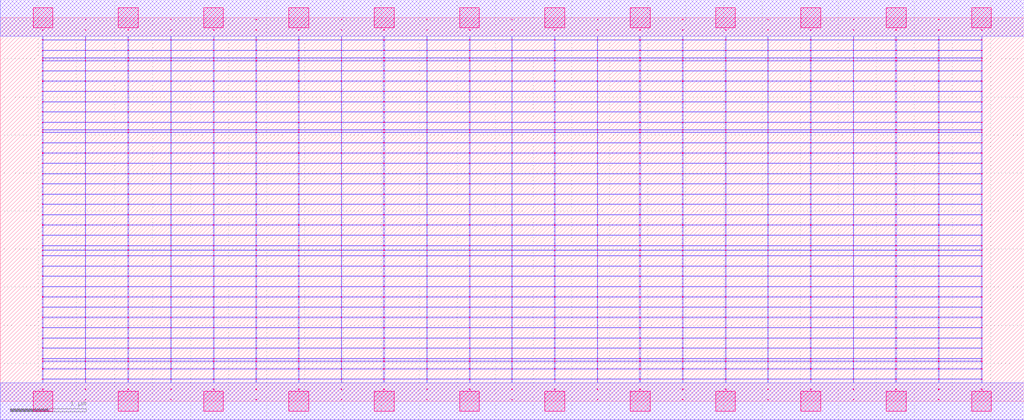
<source format=lef>
MACRO OAOAOOAI211112_DEBUG
 CLASS CORE ;
 FOREIGN OAOAOOAI211112_DEBUG 0 0 ;
 SIZE 13.44 BY 5.04 ;
 ORIGIN 0 0 ;
 SYMMETRY X Y R90 ;
 SITE unit ;

 OBS
    LAYER polycont ;
     RECT 6.71600000 2.58300000 6.72400000 2.59100000 ;
     RECT 6.71600000 2.71800000 6.72400000 2.72600000 ;
     RECT 6.71600000 2.85300000 6.72400000 2.86100000 ;
     RECT 6.71600000 2.98800000 6.72400000 2.99600000 ;
     RECT 6.71600000 3.12300000 6.72400000 3.13100000 ;
     RECT 6.71600000 3.25800000 6.72400000 3.26600000 ;
     RECT 6.71600000 3.39300000 6.72400000 3.40100000 ;
     RECT 6.71600000 3.52800000 6.72400000 3.53600000 ;
     RECT 6.71600000 3.56100000 6.72400000 3.56900000 ;
     RECT 6.71600000 3.66300000 6.72400000 3.67100000 ;
     RECT 6.71600000 3.79800000 6.72400000 3.80600000 ;
     RECT 6.71600000 3.93300000 6.72400000 3.94100000 ;
     RECT 6.71600000 4.06800000 6.72400000 4.07600000 ;
     RECT 6.71600000 4.20300000 6.72400000 4.21100000 ;
     RECT 6.71600000 4.33800000 6.72400000 4.34600000 ;
     RECT 6.71600000 4.47300000 6.72400000 4.48100000 ;
     RECT 6.71600000 4.51100000 6.72400000 4.51900000 ;
     RECT 6.71600000 4.60800000 6.72400000 4.61600000 ;
     RECT 6.71600000 4.74300000 6.72400000 4.75100000 ;
     RECT 6.71600000 4.87800000 6.72400000 4.88600000 ;
     RECT 11.19600000 2.71800000 11.20400000 2.72600000 ;
     RECT 11.75100000 2.71800000 11.76900000 2.72600000 ;
     RECT 12.31600000 2.71800000 12.32400000 2.72600000 ;
     RECT 12.87600000 2.71800000 12.88900000 2.72600000 ;
     RECT 7.83600000 2.58300000 7.84400000 2.59100000 ;
     RECT 7.27100000 2.85300000 7.28400000 2.86100000 ;
     RECT 7.83600000 2.85300000 7.84400000 2.86100000 ;
     RECT 8.39100000 2.85300000 8.40900000 2.86100000 ;
     RECT 8.95600000 2.85300000 8.96400000 2.86100000 ;
     RECT 9.51600000 2.85300000 9.52900000 2.86100000 ;
     RECT 10.07600000 2.85300000 10.08400000 2.86100000 ;
     RECT 10.63100000 2.85300000 10.64400000 2.86100000 ;
     RECT 11.19600000 2.85300000 11.20400000 2.86100000 ;
     RECT 11.75100000 2.85300000 11.76900000 2.86100000 ;
     RECT 12.31600000 2.85300000 12.32400000 2.86100000 ;
     RECT 12.87600000 2.85300000 12.88900000 2.86100000 ;
     RECT 8.39100000 2.58300000 8.40900000 2.59100000 ;
     RECT 7.27100000 2.98800000 7.28400000 2.99600000 ;
     RECT 7.83600000 2.98800000 7.84400000 2.99600000 ;
     RECT 8.39100000 2.98800000 8.40900000 2.99600000 ;
     RECT 8.95600000 2.98800000 8.96400000 2.99600000 ;
     RECT 9.51600000 2.98800000 9.52900000 2.99600000 ;
     RECT 10.07600000 2.98800000 10.08400000 2.99600000 ;
     RECT 10.63100000 2.98800000 10.64400000 2.99600000 ;
     RECT 11.19600000 2.98800000 11.20400000 2.99600000 ;
     RECT 11.75100000 2.98800000 11.76900000 2.99600000 ;
     RECT 12.31600000 2.98800000 12.32400000 2.99600000 ;
     RECT 12.87600000 2.98800000 12.88900000 2.99600000 ;
     RECT 8.95600000 2.58300000 8.96400000 2.59100000 ;
     RECT 10.07600000 3.12300000 10.08400000 3.13100000 ;
     RECT 9.51600000 2.58300000 9.52900000 2.59100000 ;
     RECT 10.07600000 3.25800000 10.08400000 3.26600000 ;
     RECT 10.07600000 2.58300000 10.08400000 2.59100000 ;
     RECT 10.07600000 3.39300000 10.08400000 3.40100000 ;
     RECT 10.63100000 2.58300000 10.64400000 2.59100000 ;
     RECT 10.07600000 3.52800000 10.08400000 3.53600000 ;
     RECT 11.19600000 2.58300000 11.20400000 2.59100000 ;
     RECT 10.07600000 3.56100000 10.08400000 3.56900000 ;
     RECT 11.75100000 2.58300000 11.76900000 2.59100000 ;
     RECT 10.07600000 3.66300000 10.08400000 3.67100000 ;
     RECT 12.31600000 2.58300000 12.32400000 2.59100000 ;
     RECT 10.07600000 3.79800000 10.08400000 3.80600000 ;
     RECT 12.87600000 2.58300000 12.88900000 2.59100000 ;
     RECT 10.07600000 3.93300000 10.08400000 3.94100000 ;
     RECT 7.27100000 2.58300000 7.28400000 2.59100000 ;
     RECT 10.07600000 4.06800000 10.08400000 4.07600000 ;
     RECT 7.27100000 2.71800000 7.28400000 2.72600000 ;
     RECT 10.07600000 4.20300000 10.08400000 4.21100000 ;
     RECT 7.83600000 2.71800000 7.84400000 2.72600000 ;
     RECT 10.07600000 4.33800000 10.08400000 4.34600000 ;
     RECT 8.39100000 2.71800000 8.40900000 2.72600000 ;
     RECT 10.07600000 4.47300000 10.08400000 4.48100000 ;
     RECT 8.95600000 2.71800000 8.96400000 2.72600000 ;
     RECT 10.07600000 4.51100000 10.08400000 4.51900000 ;
     RECT 9.51600000 2.71800000 9.52900000 2.72600000 ;
     RECT 10.07600000 4.60800000 10.08400000 4.61600000 ;
     RECT 10.07600000 2.71800000 10.08400000 2.72600000 ;
     RECT 10.07600000 4.74300000 10.08400000 4.75100000 ;
     RECT 10.63100000 2.71800000 10.64400000 2.72600000 ;
     RECT 10.07600000 4.87800000 10.08400000 4.88600000 ;
     RECT 2.23600000 2.58300000 2.24400000 2.59100000 ;
     RECT 2.79600000 2.58300000 2.80900000 2.59100000 ;
     RECT 3.35600000 2.58300000 3.36400000 2.59100000 ;
     RECT 3.91100000 2.58300000 3.92400000 2.59100000 ;
     RECT 4.47600000 2.58300000 4.48400000 2.59100000 ;
     RECT 5.03100000 2.58300000 5.04900000 2.59100000 ;
     RECT 5.59600000 2.58300000 5.60400000 2.59100000 ;
     RECT 6.15600000 2.58300000 6.16900000 2.59100000 ;
     RECT 0.55100000 2.58300000 0.56400000 2.59100000 ;
     RECT 0.55100000 2.71800000 0.56400000 2.72600000 ;
     RECT 0.55100000 2.85300000 0.56400000 2.86100000 ;
     RECT 1.11600000 2.85300000 1.12400000 2.86100000 ;
     RECT 3.35600000 3.12300000 3.36400000 3.13100000 ;
     RECT 1.67100000 2.85300000 1.68900000 2.86100000 ;
     RECT 2.23600000 2.85300000 2.24400000 2.86100000 ;
     RECT 3.35600000 3.25800000 3.36400000 3.26600000 ;
     RECT 2.79600000 2.85300000 2.80900000 2.86100000 ;
     RECT 3.35600000 2.85300000 3.36400000 2.86100000 ;
     RECT 3.35600000 3.39300000 3.36400000 3.40100000 ;
     RECT 3.91100000 2.85300000 3.92400000 2.86100000 ;
     RECT 4.47600000 2.85300000 4.48400000 2.86100000 ;
     RECT 3.35600000 3.52800000 3.36400000 3.53600000 ;
     RECT 5.03100000 2.85300000 5.04900000 2.86100000 ;
     RECT 5.59600000 2.85300000 5.60400000 2.86100000 ;
     RECT 3.35600000 3.56100000 3.36400000 3.56900000 ;
     RECT 6.15600000 2.85300000 6.16900000 2.86100000 ;
     RECT 1.11600000 2.71800000 1.12400000 2.72600000 ;
     RECT 3.35600000 3.66300000 3.36400000 3.67100000 ;
     RECT 1.67100000 2.71800000 1.68900000 2.72600000 ;
     RECT 2.23600000 2.71800000 2.24400000 2.72600000 ;
     RECT 3.35600000 3.79800000 3.36400000 3.80600000 ;
     RECT 2.79600000 2.71800000 2.80900000 2.72600000 ;
     RECT 3.35600000 2.71800000 3.36400000 2.72600000 ;
     RECT 3.35600000 3.93300000 3.36400000 3.94100000 ;
     RECT 3.91100000 2.71800000 3.92400000 2.72600000 ;
     RECT 4.47600000 2.71800000 4.48400000 2.72600000 ;
     RECT 3.35600000 4.06800000 3.36400000 4.07600000 ;
     RECT 5.03100000 2.71800000 5.04900000 2.72600000 ;
     RECT 5.59600000 2.71800000 5.60400000 2.72600000 ;
     RECT 3.35600000 4.20300000 3.36400000 4.21100000 ;
     RECT 6.15600000 2.71800000 6.16900000 2.72600000 ;
     RECT 1.11600000 2.58300000 1.12400000 2.59100000 ;
     RECT 3.35600000 4.33800000 3.36400000 4.34600000 ;
     RECT 1.67100000 2.58300000 1.68900000 2.59100000 ;
     RECT 0.55100000 2.98800000 0.56400000 2.99600000 ;
     RECT 3.35600000 4.47300000 3.36400000 4.48100000 ;
     RECT 1.11600000 2.98800000 1.12400000 2.99600000 ;
     RECT 1.67100000 2.98800000 1.68900000 2.99600000 ;
     RECT 3.35600000 4.51100000 3.36400000 4.51900000 ;
     RECT 2.23600000 2.98800000 2.24400000 2.99600000 ;
     RECT 2.79600000 2.98800000 2.80900000 2.99600000 ;
     RECT 3.35600000 4.60800000 3.36400000 4.61600000 ;
     RECT 3.35600000 2.98800000 3.36400000 2.99600000 ;
     RECT 3.91100000 2.98800000 3.92400000 2.99600000 ;
     RECT 3.35600000 4.74300000 3.36400000 4.75100000 ;
     RECT 4.47600000 2.98800000 4.48400000 2.99600000 ;
     RECT 5.03100000 2.98800000 5.04900000 2.99600000 ;
     RECT 3.35600000 4.87800000 3.36400000 4.88600000 ;
     RECT 5.59600000 2.98800000 5.60400000 2.99600000 ;
     RECT 6.15600000 2.98800000 6.16900000 2.99600000 ;
     RECT 4.47600000 0.15300000 4.48400000 0.16100000 ;
     RECT 4.47600000 0.28800000 4.48400000 0.29600000 ;
     RECT 4.47600000 0.42300000 4.48400000 0.43100000 ;
     RECT 4.47600000 0.52100000 4.48400000 0.52900000 ;
     RECT 4.47600000 0.55800000 4.48400000 0.56600000 ;
     RECT 4.47600000 0.69300000 4.48400000 0.70100000 ;
     RECT 4.47600000 0.82800000 4.48400000 0.83600000 ;
     RECT 4.47600000 0.96300000 4.48400000 0.97100000 ;
     RECT 4.47600000 1.09800000 4.48400000 1.10600000 ;
     RECT 4.47600000 1.23300000 4.48400000 1.24100000 ;
     RECT 4.47600000 1.36800000 4.48400000 1.37600000 ;
     RECT 4.47600000 1.50300000 4.48400000 1.51100000 ;
     RECT 4.47600000 1.63800000 4.48400000 1.64600000 ;
     RECT 4.47600000 1.77300000 4.48400000 1.78100000 ;
     RECT 4.47600000 1.90800000 4.48400000 1.91600000 ;
     RECT 4.47600000 1.98100000 4.48400000 1.98900000 ;
     RECT 4.47600000 2.04300000 4.48400000 2.05100000 ;
     RECT 4.47600000 2.17800000 4.48400000 2.18600000 ;
     RECT 4.47600000 2.31300000 4.48400000 2.32100000 ;
     RECT 4.47600000 2.44800000 4.48400000 2.45600000 ;
     RECT 11.19600000 0.52100000 11.20400000 0.52900000 ;
     RECT 11.19600000 2.04300000 11.20400000 2.05100000 ;
     RECT 11.75100000 2.04300000 11.76900000 2.05100000 ;
     RECT 12.31600000 2.04300000 12.32400000 2.05100000 ;
     RECT 12.87600000 2.04300000 12.88900000 2.05100000 ;
     RECT 11.75100000 0.52100000 11.76900000 0.52900000 ;
     RECT 11.19600000 2.17800000 11.20400000 2.18600000 ;
     RECT 11.75100000 2.17800000 11.76900000 2.18600000 ;
     RECT 12.31600000 2.17800000 12.32400000 2.18600000 ;
     RECT 12.87600000 2.17800000 12.88900000 2.18600000 ;
     RECT 12.31600000 0.52100000 12.32400000 0.52900000 ;
     RECT 11.19600000 2.31300000 11.20400000 2.32100000 ;
     RECT 11.75100000 2.31300000 11.76900000 2.32100000 ;
     RECT 12.31600000 2.31300000 12.32400000 2.32100000 ;
     RECT 12.87600000 2.31300000 12.88900000 2.32100000 ;
     RECT 12.87600000 0.52100000 12.88900000 0.52900000 ;
     RECT 11.19600000 2.44800000 11.20400000 2.45600000 ;
     RECT 11.75100000 2.44800000 11.76900000 2.45600000 ;
     RECT 12.31600000 2.44800000 12.32400000 2.45600000 ;
     RECT 12.87600000 2.44800000 12.88900000 2.45600000 ;
     RECT 12.87600000 0.15300000 12.88900000 0.16100000 ;
     RECT 11.19600000 0.55800000 11.20400000 0.56600000 ;
     RECT 11.75100000 0.55800000 11.76900000 0.56600000 ;
     RECT 12.31600000 0.55800000 12.32400000 0.56600000 ;
     RECT 12.87600000 0.55800000 12.88900000 0.56600000 ;
     RECT 11.19600000 0.15300000 11.20400000 0.16100000 ;
     RECT 11.19600000 0.69300000 11.20400000 0.70100000 ;
     RECT 11.75100000 0.69300000 11.76900000 0.70100000 ;
     RECT 12.31600000 0.69300000 12.32400000 0.70100000 ;
     RECT 12.87600000 0.69300000 12.88900000 0.70100000 ;
     RECT 11.19600000 0.28800000 11.20400000 0.29600000 ;
     RECT 11.19600000 0.82800000 11.20400000 0.83600000 ;
     RECT 11.75100000 0.82800000 11.76900000 0.83600000 ;
     RECT 12.31600000 0.82800000 12.32400000 0.83600000 ;
     RECT 12.87600000 0.82800000 12.88900000 0.83600000 ;
     RECT 11.75100000 0.28800000 11.76900000 0.29600000 ;
     RECT 11.19600000 0.96300000 11.20400000 0.97100000 ;
     RECT 11.75100000 0.96300000 11.76900000 0.97100000 ;
     RECT 12.31600000 0.96300000 12.32400000 0.97100000 ;
     RECT 12.87600000 0.96300000 12.88900000 0.97100000 ;
     RECT 12.31600000 0.28800000 12.32400000 0.29600000 ;
     RECT 11.19600000 1.09800000 11.20400000 1.10600000 ;
     RECT 11.75100000 1.09800000 11.76900000 1.10600000 ;
     RECT 12.31600000 1.09800000 12.32400000 1.10600000 ;
     RECT 12.87600000 1.09800000 12.88900000 1.10600000 ;
     RECT 12.87600000 0.28800000 12.88900000 0.29600000 ;
     RECT 11.19600000 1.23300000 11.20400000 1.24100000 ;
     RECT 11.75100000 1.23300000 11.76900000 1.24100000 ;
     RECT 12.31600000 1.23300000 12.32400000 1.24100000 ;
     RECT 12.87600000 1.23300000 12.88900000 1.24100000 ;
     RECT 11.75100000 0.15300000 11.76900000 0.16100000 ;
     RECT 11.19600000 1.36800000 11.20400000 1.37600000 ;
     RECT 11.75100000 1.36800000 11.76900000 1.37600000 ;
     RECT 12.31600000 1.36800000 12.32400000 1.37600000 ;
     RECT 12.87600000 1.36800000 12.88900000 1.37600000 ;
     RECT 11.19600000 0.42300000 11.20400000 0.43100000 ;
     RECT 11.19600000 1.50300000 11.20400000 1.51100000 ;
     RECT 11.75100000 1.50300000 11.76900000 1.51100000 ;
     RECT 12.31600000 1.50300000 12.32400000 1.51100000 ;
     RECT 12.87600000 1.50300000 12.88900000 1.51100000 ;
     RECT 11.75100000 0.42300000 11.76900000 0.43100000 ;
     RECT 11.19600000 1.63800000 11.20400000 1.64600000 ;
     RECT 11.75100000 1.63800000 11.76900000 1.64600000 ;
     RECT 12.31600000 1.63800000 12.32400000 1.64600000 ;
     RECT 12.87600000 1.63800000 12.88900000 1.64600000 ;
     RECT 12.31600000 0.42300000 12.32400000 0.43100000 ;
     RECT 11.19600000 1.77300000 11.20400000 1.78100000 ;
     RECT 11.75100000 1.77300000 11.76900000 1.78100000 ;
     RECT 12.31600000 1.77300000 12.32400000 1.78100000 ;
     RECT 12.87600000 1.77300000 12.88900000 1.78100000 ;
     RECT 12.87600000 0.42300000 12.88900000 0.43100000 ;
     RECT 11.19600000 1.90800000 11.20400000 1.91600000 ;
     RECT 11.75100000 1.90800000 11.76900000 1.91600000 ;
     RECT 12.31600000 1.90800000 12.32400000 1.91600000 ;
     RECT 12.87600000 1.90800000 12.88900000 1.91600000 ;
     RECT 12.31600000 0.15300000 12.32400000 0.16100000 ;
     RECT 11.19600000 1.98100000 11.20400000 1.98900000 ;
     RECT 11.75100000 1.98100000 11.76900000 1.98900000 ;
     RECT 12.31600000 1.98100000 12.32400000 1.98900000 ;
     RECT 12.87600000 1.98100000 12.88900000 1.98900000 ;

    LAYER pdiffc ;
     RECT 0.55100000 3.39300000 0.55900000 3.40100000 ;
     RECT 2.80100000 3.39300000 2.80900000 3.40100000 ;
     RECT 3.91100000 3.39300000 3.91900000 3.40100000 ;
     RECT 6.16100000 3.39300000 6.16900000 3.40100000 ;
     RECT 7.27100000 3.39300000 7.27900000 3.40100000 ;
     RECT 9.52100000 3.39300000 9.52900000 3.40100000 ;
     RECT 10.63100000 3.39300000 10.63900000 3.40100000 ;
     RECT 12.88100000 3.39300000 12.88900000 3.40100000 ;
     RECT 0.55100000 3.52800000 0.55900000 3.53600000 ;
     RECT 2.80100000 3.52800000 2.80900000 3.53600000 ;
     RECT 3.91100000 3.52800000 3.91900000 3.53600000 ;
     RECT 6.16100000 3.52800000 6.16900000 3.53600000 ;
     RECT 7.27100000 3.52800000 7.27900000 3.53600000 ;
     RECT 9.52100000 3.52800000 9.52900000 3.53600000 ;
     RECT 10.63100000 3.52800000 10.63900000 3.53600000 ;
     RECT 12.88100000 3.52800000 12.88900000 3.53600000 ;
     RECT 0.55100000 3.56100000 0.55900000 3.56900000 ;
     RECT 2.80100000 3.56100000 2.80900000 3.56900000 ;
     RECT 3.91100000 3.56100000 3.91900000 3.56900000 ;
     RECT 6.16100000 3.56100000 6.16900000 3.56900000 ;
     RECT 7.27100000 3.56100000 7.27900000 3.56900000 ;
     RECT 9.52100000 3.56100000 9.52900000 3.56900000 ;
     RECT 10.63100000 3.56100000 10.63900000 3.56900000 ;
     RECT 12.88100000 3.56100000 12.88900000 3.56900000 ;
     RECT 0.55100000 3.66300000 0.55900000 3.67100000 ;
     RECT 2.80100000 3.66300000 2.80900000 3.67100000 ;
     RECT 3.91100000 3.66300000 3.91900000 3.67100000 ;
     RECT 6.16100000 3.66300000 6.16900000 3.67100000 ;
     RECT 7.27100000 3.66300000 7.27900000 3.67100000 ;
     RECT 9.52100000 3.66300000 9.52900000 3.67100000 ;
     RECT 10.63100000 3.66300000 10.63900000 3.67100000 ;
     RECT 12.88100000 3.66300000 12.88900000 3.67100000 ;
     RECT 0.55100000 3.79800000 0.55900000 3.80600000 ;
     RECT 2.80100000 3.79800000 2.80900000 3.80600000 ;
     RECT 3.91100000 3.79800000 3.91900000 3.80600000 ;
     RECT 6.16100000 3.79800000 6.16900000 3.80600000 ;
     RECT 7.27100000 3.79800000 7.27900000 3.80600000 ;
     RECT 9.52100000 3.79800000 9.52900000 3.80600000 ;
     RECT 10.63100000 3.79800000 10.63900000 3.80600000 ;
     RECT 12.88100000 3.79800000 12.88900000 3.80600000 ;
     RECT 0.55100000 3.93300000 0.55900000 3.94100000 ;
     RECT 2.80100000 3.93300000 2.80900000 3.94100000 ;
     RECT 3.91100000 3.93300000 3.91900000 3.94100000 ;
     RECT 6.16100000 3.93300000 6.16900000 3.94100000 ;
     RECT 7.27100000 3.93300000 7.27900000 3.94100000 ;
     RECT 9.52100000 3.93300000 9.52900000 3.94100000 ;
     RECT 10.63100000 3.93300000 10.63900000 3.94100000 ;
     RECT 12.88100000 3.93300000 12.88900000 3.94100000 ;
     RECT 0.55100000 4.06800000 0.55900000 4.07600000 ;
     RECT 2.80100000 4.06800000 2.80900000 4.07600000 ;
     RECT 3.91100000 4.06800000 3.91900000 4.07600000 ;
     RECT 6.16100000 4.06800000 6.16900000 4.07600000 ;
     RECT 7.27100000 4.06800000 7.27900000 4.07600000 ;
     RECT 9.52100000 4.06800000 9.52900000 4.07600000 ;
     RECT 10.63100000 4.06800000 10.63900000 4.07600000 ;
     RECT 12.88100000 4.06800000 12.88900000 4.07600000 ;
     RECT 0.55100000 4.20300000 0.55900000 4.21100000 ;
     RECT 2.80100000 4.20300000 2.80900000 4.21100000 ;
     RECT 3.91100000 4.20300000 3.91900000 4.21100000 ;
     RECT 6.16100000 4.20300000 6.16900000 4.21100000 ;
     RECT 7.27100000 4.20300000 7.27900000 4.21100000 ;
     RECT 9.52100000 4.20300000 9.52900000 4.21100000 ;
     RECT 10.63100000 4.20300000 10.63900000 4.21100000 ;
     RECT 12.88100000 4.20300000 12.88900000 4.21100000 ;
     RECT 0.55100000 4.33800000 0.55900000 4.34600000 ;
     RECT 2.80100000 4.33800000 2.80900000 4.34600000 ;
     RECT 3.91100000 4.33800000 3.91900000 4.34600000 ;
     RECT 6.16100000 4.33800000 6.16900000 4.34600000 ;
     RECT 7.27100000 4.33800000 7.27900000 4.34600000 ;
     RECT 9.52100000 4.33800000 9.52900000 4.34600000 ;
     RECT 10.63100000 4.33800000 10.63900000 4.34600000 ;
     RECT 12.88100000 4.33800000 12.88900000 4.34600000 ;
     RECT 0.55100000 4.47300000 0.55900000 4.48100000 ;
     RECT 2.80100000 4.47300000 2.80900000 4.48100000 ;
     RECT 3.91100000 4.47300000 3.91900000 4.48100000 ;
     RECT 6.16100000 4.47300000 6.16900000 4.48100000 ;
     RECT 7.27100000 4.47300000 7.27900000 4.48100000 ;
     RECT 9.52100000 4.47300000 9.52900000 4.48100000 ;
     RECT 10.63100000 4.47300000 10.63900000 4.48100000 ;
     RECT 12.88100000 4.47300000 12.88900000 4.48100000 ;
     RECT 0.55100000 4.51100000 0.55900000 4.51900000 ;
     RECT 2.80100000 4.51100000 2.80900000 4.51900000 ;
     RECT 3.91100000 4.51100000 3.91900000 4.51900000 ;
     RECT 6.16100000 4.51100000 6.16900000 4.51900000 ;
     RECT 7.27100000 4.51100000 7.27900000 4.51900000 ;
     RECT 9.52100000 4.51100000 9.52900000 4.51900000 ;
     RECT 10.63100000 4.51100000 10.63900000 4.51900000 ;
     RECT 12.88100000 4.51100000 12.88900000 4.51900000 ;
     RECT 0.55100000 4.60800000 0.55900000 4.61600000 ;
     RECT 2.80100000 4.60800000 2.80900000 4.61600000 ;
     RECT 3.91100000 4.60800000 3.91900000 4.61600000 ;
     RECT 6.16100000 4.60800000 6.16900000 4.61600000 ;
     RECT 7.27100000 4.60800000 7.27900000 4.61600000 ;
     RECT 9.52100000 4.60800000 9.52900000 4.61600000 ;
     RECT 10.63100000 4.60800000 10.63900000 4.61600000 ;
     RECT 12.88100000 4.60800000 12.88900000 4.61600000 ;

    LAYER ndiffc ;
     RECT 6.15600000 0.42300000 6.16900000 0.43100000 ;
     RECT 7.27100000 0.42300000 7.28400000 0.43100000 ;
     RECT 8.39100000 0.42300000 8.40900000 0.43100000 ;
     RECT 9.51600000 0.42300000 9.52900000 0.43100000 ;
     RECT 10.63100000 0.42300000 10.64400000 0.43100000 ;
     RECT 6.15600000 0.52100000 6.16900000 0.52900000 ;
     RECT 7.27100000 0.52100000 7.28400000 0.52900000 ;
     RECT 8.39100000 0.52100000 8.40900000 0.52900000 ;
     RECT 9.51600000 0.52100000 9.52900000 0.52900000 ;
     RECT 10.63100000 0.52100000 10.64400000 0.52900000 ;
     RECT 6.15600000 0.55800000 6.16900000 0.56600000 ;
     RECT 7.27100000 0.55800000 7.28400000 0.56600000 ;
     RECT 8.39100000 0.55800000 8.40900000 0.56600000 ;
     RECT 9.51600000 0.55800000 9.52900000 0.56600000 ;
     RECT 10.63100000 0.55800000 10.64400000 0.56600000 ;
     RECT 6.15600000 0.69300000 6.16900000 0.70100000 ;
     RECT 7.27100000 0.69300000 7.28400000 0.70100000 ;
     RECT 8.39100000 0.69300000 8.40900000 0.70100000 ;
     RECT 9.51600000 0.69300000 9.52900000 0.70100000 ;
     RECT 10.63100000 0.69300000 10.64400000 0.70100000 ;
     RECT 6.15600000 0.82800000 6.16900000 0.83600000 ;
     RECT 7.27100000 0.82800000 7.28400000 0.83600000 ;
     RECT 8.39100000 0.82800000 8.40900000 0.83600000 ;
     RECT 9.51600000 0.82800000 9.52900000 0.83600000 ;
     RECT 10.63100000 0.82800000 10.64400000 0.83600000 ;
     RECT 6.15600000 0.96300000 6.16900000 0.97100000 ;
     RECT 7.27100000 0.96300000 7.28400000 0.97100000 ;
     RECT 8.39100000 0.96300000 8.40900000 0.97100000 ;
     RECT 9.51600000 0.96300000 9.52900000 0.97100000 ;
     RECT 10.63100000 0.96300000 10.64400000 0.97100000 ;
     RECT 6.15600000 1.09800000 6.16900000 1.10600000 ;
     RECT 7.27100000 1.09800000 7.28400000 1.10600000 ;
     RECT 8.39100000 1.09800000 8.40900000 1.10600000 ;
     RECT 9.51600000 1.09800000 9.52900000 1.10600000 ;
     RECT 10.63100000 1.09800000 10.64400000 1.10600000 ;
     RECT 6.15600000 1.23300000 6.16900000 1.24100000 ;
     RECT 7.27100000 1.23300000 7.28400000 1.24100000 ;
     RECT 8.39100000 1.23300000 8.40900000 1.24100000 ;
     RECT 9.51600000 1.23300000 9.52900000 1.24100000 ;
     RECT 10.63100000 1.23300000 10.64400000 1.24100000 ;
     RECT 6.15600000 1.36800000 6.16900000 1.37600000 ;
     RECT 7.27100000 1.36800000 7.28400000 1.37600000 ;
     RECT 8.39100000 1.36800000 8.40900000 1.37600000 ;
     RECT 9.51600000 1.36800000 9.52900000 1.37600000 ;
     RECT 10.63100000 1.36800000 10.64400000 1.37600000 ;
     RECT 6.15600000 1.50300000 6.16900000 1.51100000 ;
     RECT 7.27100000 1.50300000 7.28400000 1.51100000 ;
     RECT 8.39100000 1.50300000 8.40900000 1.51100000 ;
     RECT 9.51600000 1.50300000 9.52900000 1.51100000 ;
     RECT 10.63100000 1.50300000 10.64400000 1.51100000 ;
     RECT 6.15600000 1.63800000 6.16900000 1.64600000 ;
     RECT 7.27100000 1.63800000 7.28400000 1.64600000 ;
     RECT 8.39100000 1.63800000 8.40900000 1.64600000 ;
     RECT 9.51600000 1.63800000 9.52900000 1.64600000 ;
     RECT 10.63100000 1.63800000 10.64400000 1.64600000 ;
     RECT 6.15600000 1.77300000 6.16900000 1.78100000 ;
     RECT 7.27100000 1.77300000 7.28400000 1.78100000 ;
     RECT 8.39100000 1.77300000 8.40900000 1.78100000 ;
     RECT 9.51600000 1.77300000 9.52900000 1.78100000 ;
     RECT 10.63100000 1.77300000 10.64400000 1.78100000 ;
     RECT 6.15600000 1.90800000 6.16900000 1.91600000 ;
     RECT 7.27100000 1.90800000 7.28400000 1.91600000 ;
     RECT 8.39100000 1.90800000 8.40900000 1.91600000 ;
     RECT 9.51600000 1.90800000 9.52900000 1.91600000 ;
     RECT 10.63100000 1.90800000 10.64400000 1.91600000 ;
     RECT 6.15600000 1.98100000 6.16900000 1.98900000 ;
     RECT 7.27100000 1.98100000 7.28400000 1.98900000 ;
     RECT 8.39100000 1.98100000 8.40900000 1.98900000 ;
     RECT 9.51600000 1.98100000 9.52900000 1.98900000 ;
     RECT 10.63100000 1.98100000 10.64400000 1.98900000 ;
     RECT 6.15600000 2.04300000 6.16900000 2.05100000 ;
     RECT 7.27100000 2.04300000 7.28400000 2.05100000 ;
     RECT 8.39100000 2.04300000 8.40900000 2.05100000 ;
     RECT 9.51600000 2.04300000 9.52900000 2.05100000 ;
     RECT 10.63100000 2.04300000 10.64400000 2.05100000 ;
     RECT 0.55100000 0.42300000 0.56400000 0.43100000 ;
     RECT 1.67100000 0.42300000 1.68900000 0.43100000 ;
     RECT 2.79600000 0.42300000 2.80900000 0.43100000 ;
     RECT 3.91100000 0.42300000 3.92400000 0.43100000 ;
     RECT 5.03100000 0.42300000 5.04900000 0.43100000 ;
     RECT 0.55100000 1.36800000 0.56400000 1.37600000 ;
     RECT 1.67100000 1.36800000 1.68900000 1.37600000 ;
     RECT 2.79600000 1.36800000 2.80900000 1.37600000 ;
     RECT 3.91100000 1.36800000 3.92400000 1.37600000 ;
     RECT 5.03100000 1.36800000 5.04900000 1.37600000 ;
     RECT 0.55100000 0.82800000 0.56400000 0.83600000 ;
     RECT 1.67100000 0.82800000 1.68900000 0.83600000 ;
     RECT 2.79600000 0.82800000 2.80900000 0.83600000 ;
     RECT 3.91100000 0.82800000 3.92400000 0.83600000 ;
     RECT 5.03100000 0.82800000 5.04900000 0.83600000 ;
     RECT 0.55100000 1.50300000 0.56400000 1.51100000 ;
     RECT 1.67100000 1.50300000 1.68900000 1.51100000 ;
     RECT 2.79600000 1.50300000 2.80900000 1.51100000 ;
     RECT 3.91100000 1.50300000 3.92400000 1.51100000 ;
     RECT 5.03100000 1.50300000 5.04900000 1.51100000 ;
     RECT 0.55100000 0.55800000 0.56400000 0.56600000 ;
     RECT 1.67100000 0.55800000 1.68900000 0.56600000 ;
     RECT 2.79600000 0.55800000 2.80900000 0.56600000 ;
     RECT 3.91100000 0.55800000 3.92400000 0.56600000 ;
     RECT 5.03100000 0.55800000 5.04900000 0.56600000 ;
     RECT 0.55100000 1.63800000 0.56400000 1.64600000 ;
     RECT 1.67100000 1.63800000 1.68900000 1.64600000 ;
     RECT 2.79600000 1.63800000 2.80900000 1.64600000 ;
     RECT 3.91100000 1.63800000 3.92400000 1.64600000 ;
     RECT 5.03100000 1.63800000 5.04900000 1.64600000 ;
     RECT 0.55100000 0.96300000 0.56400000 0.97100000 ;
     RECT 1.67100000 0.96300000 1.68900000 0.97100000 ;
     RECT 2.79600000 0.96300000 2.80900000 0.97100000 ;
     RECT 3.91100000 0.96300000 3.92400000 0.97100000 ;
     RECT 5.03100000 0.96300000 5.04900000 0.97100000 ;
     RECT 0.55100000 1.77300000 0.56400000 1.78100000 ;
     RECT 1.67100000 1.77300000 1.68900000 1.78100000 ;
     RECT 2.79600000 1.77300000 2.80900000 1.78100000 ;
     RECT 3.91100000 1.77300000 3.92400000 1.78100000 ;
     RECT 5.03100000 1.77300000 5.04900000 1.78100000 ;
     RECT 0.55100000 0.52100000 0.56400000 0.52900000 ;
     RECT 1.67100000 0.52100000 1.68900000 0.52900000 ;
     RECT 2.79600000 0.52100000 2.80900000 0.52900000 ;
     RECT 3.91100000 0.52100000 3.92400000 0.52900000 ;
     RECT 5.03100000 0.52100000 5.04900000 0.52900000 ;
     RECT 0.55100000 1.90800000 0.56400000 1.91600000 ;
     RECT 1.67100000 1.90800000 1.68900000 1.91600000 ;
     RECT 2.79600000 1.90800000 2.80900000 1.91600000 ;
     RECT 3.91100000 1.90800000 3.92400000 1.91600000 ;
     RECT 5.03100000 1.90800000 5.04900000 1.91600000 ;
     RECT 0.55100000 1.09800000 0.56400000 1.10600000 ;
     RECT 1.67100000 1.09800000 1.68900000 1.10600000 ;
     RECT 2.79600000 1.09800000 2.80900000 1.10600000 ;
     RECT 3.91100000 1.09800000 3.92400000 1.10600000 ;
     RECT 5.03100000 1.09800000 5.04900000 1.10600000 ;
     RECT 0.55100000 1.98100000 0.56400000 1.98900000 ;
     RECT 1.67100000 1.98100000 1.68900000 1.98900000 ;
     RECT 2.79600000 1.98100000 2.80900000 1.98900000 ;
     RECT 3.91100000 1.98100000 3.92400000 1.98900000 ;
     RECT 5.03100000 1.98100000 5.04900000 1.98900000 ;
     RECT 0.55100000 0.69300000 0.56400000 0.70100000 ;
     RECT 1.67100000 0.69300000 1.68900000 0.70100000 ;
     RECT 2.79600000 0.69300000 2.80900000 0.70100000 ;
     RECT 3.91100000 0.69300000 3.92400000 0.70100000 ;
     RECT 5.03100000 0.69300000 5.04900000 0.70100000 ;
     RECT 0.55100000 2.04300000 0.56400000 2.05100000 ;
     RECT 1.67100000 2.04300000 1.68900000 2.05100000 ;
     RECT 2.79600000 2.04300000 2.80900000 2.05100000 ;
     RECT 3.91100000 2.04300000 3.92400000 2.05100000 ;
     RECT 5.03100000 2.04300000 5.04900000 2.05100000 ;
     RECT 0.55100000 1.23300000 0.56400000 1.24100000 ;
     RECT 1.67100000 1.23300000 1.68900000 1.24100000 ;
     RECT 2.79600000 1.23300000 2.80900000 1.24100000 ;
     RECT 3.91100000 1.23300000 3.92400000 1.24100000 ;
     RECT 5.03100000 1.23300000 5.04900000 1.24100000 ;

    LAYER met1 ;
     RECT 0.00000000 -0.24000000 13.44000000 0.24000000 ;
     RECT 6.71600000 0.24000000 6.72400000 0.28800000 ;
     RECT 0.55100000 0.28800000 12.88900000 0.29600000 ;
     RECT 6.71600000 0.29600000 6.72400000 0.42300000 ;
     RECT 0.55100000 0.42300000 12.88900000 0.43100000 ;
     RECT 6.71600000 0.43100000 6.72400000 0.52100000 ;
     RECT 0.55100000 0.52100000 12.88900000 0.52900000 ;
     RECT 6.71600000 0.52900000 6.72400000 0.55800000 ;
     RECT 0.55100000 0.55800000 12.88900000 0.56600000 ;
     RECT 6.71600000 0.56600000 6.72400000 0.69300000 ;
     RECT 0.55100000 0.69300000 12.88900000 0.70100000 ;
     RECT 6.71600000 0.70100000 6.72400000 0.82800000 ;
     RECT 0.55100000 0.82800000 12.88900000 0.83600000 ;
     RECT 6.71600000 0.83600000 6.72400000 0.96300000 ;
     RECT 0.55100000 0.96300000 12.88900000 0.97100000 ;
     RECT 6.71600000 0.97100000 6.72400000 1.09800000 ;
     RECT 0.55100000 1.09800000 12.88900000 1.10600000 ;
     RECT 6.71600000 1.10600000 6.72400000 1.23300000 ;
     RECT 0.55100000 1.23300000 12.88900000 1.24100000 ;
     RECT 6.71600000 1.24100000 6.72400000 1.36800000 ;
     RECT 0.55100000 1.36800000 12.88900000 1.37600000 ;
     RECT 6.71600000 1.37600000 6.72400000 1.50300000 ;
     RECT 0.55100000 1.50300000 12.88900000 1.51100000 ;
     RECT 6.71600000 1.51100000 6.72400000 1.63800000 ;
     RECT 0.55100000 1.63800000 12.88900000 1.64600000 ;
     RECT 6.71600000 1.64600000 6.72400000 1.77300000 ;
     RECT 0.55100000 1.77300000 12.88900000 1.78100000 ;
     RECT 6.71600000 1.78100000 6.72400000 1.90800000 ;
     RECT 0.55100000 1.90800000 12.88900000 1.91600000 ;
     RECT 6.71600000 1.91600000 6.72400000 1.98100000 ;
     RECT 0.55100000 1.98100000 12.88900000 1.98900000 ;
     RECT 6.71600000 1.98900000 6.72400000 2.04300000 ;
     RECT 0.55100000 2.04300000 12.88900000 2.05100000 ;
     RECT 6.71600000 2.05100000 6.72400000 2.17800000 ;
     RECT 0.55100000 2.17800000 12.88900000 2.18600000 ;
     RECT 6.71600000 2.18600000 6.72400000 2.31300000 ;
     RECT 0.55100000 2.31300000 12.88900000 2.32100000 ;
     RECT 6.71600000 2.32100000 6.72400000 2.44800000 ;
     RECT 0.55100000 2.44800000 12.88900000 2.45600000 ;
     RECT 0.55100000 2.45600000 0.56400000 2.58300000 ;
     RECT 1.11600000 2.45600000 1.12400000 2.58300000 ;
     RECT 1.67100000 2.45600000 1.68900000 2.58300000 ;
     RECT 2.23600000 2.45600000 2.24400000 2.58300000 ;
     RECT 2.79600000 2.45600000 2.80900000 2.58300000 ;
     RECT 3.35600000 2.45600000 3.36400000 2.58300000 ;
     RECT 3.91100000 2.45600000 3.92400000 2.58300000 ;
     RECT 4.47600000 2.45600000 4.48400000 2.58300000 ;
     RECT 5.03100000 2.45600000 5.04900000 2.58300000 ;
     RECT 5.59600000 2.45600000 5.60400000 2.58300000 ;
     RECT 6.15600000 2.45600000 6.16900000 2.58300000 ;
     RECT 6.71600000 2.45600000 6.72400000 2.58300000 ;
     RECT 7.27100000 2.45600000 7.28400000 2.58300000 ;
     RECT 7.83600000 2.45600000 7.84400000 2.58300000 ;
     RECT 8.39100000 2.45600000 8.40900000 2.58300000 ;
     RECT 8.95600000 2.45600000 8.96400000 2.58300000 ;
     RECT 9.51600000 2.45600000 9.52900000 2.58300000 ;
     RECT 10.07600000 2.45600000 10.08400000 2.58300000 ;
     RECT 10.63100000 2.45600000 10.64400000 2.58300000 ;
     RECT 11.19600000 2.45600000 11.20400000 2.58300000 ;
     RECT 11.75100000 2.45600000 11.76900000 2.58300000 ;
     RECT 12.31600000 2.45600000 12.32400000 2.58300000 ;
     RECT 12.87600000 2.45600000 12.88900000 2.58300000 ;
     RECT 0.55100000 2.58300000 12.88900000 2.59100000 ;
     RECT 6.71600000 2.59100000 6.72400000 2.71800000 ;
     RECT 0.55100000 2.71800000 12.88900000 2.72600000 ;
     RECT 6.71600000 2.72600000 6.72400000 2.85300000 ;
     RECT 0.55100000 2.85300000 12.88900000 2.86100000 ;
     RECT 6.71600000 2.86100000 6.72400000 2.98800000 ;
     RECT 0.55100000 2.98800000 12.88900000 2.99600000 ;
     RECT 6.71600000 2.99600000 6.72400000 3.12300000 ;
     RECT 0.55100000 3.12300000 12.88900000 3.13100000 ;
     RECT 6.71600000 3.13100000 6.72400000 3.25800000 ;
     RECT 0.55100000 3.25800000 12.88900000 3.26600000 ;
     RECT 6.71600000 3.26600000 6.72400000 3.39300000 ;
     RECT 0.55100000 3.39300000 12.88900000 3.40100000 ;
     RECT 6.71600000 3.40100000 6.72400000 3.52800000 ;
     RECT 0.55100000 3.52800000 12.88900000 3.53600000 ;
     RECT 6.71600000 3.53600000 6.72400000 3.56100000 ;
     RECT 0.55100000 3.56100000 12.88900000 3.56900000 ;
     RECT 6.71600000 3.56900000 6.72400000 3.66300000 ;
     RECT 0.55100000 3.66300000 12.88900000 3.67100000 ;
     RECT 6.71600000 3.67100000 6.72400000 3.79800000 ;
     RECT 0.55100000 3.79800000 12.88900000 3.80600000 ;
     RECT 6.71600000 3.80600000 6.72400000 3.93300000 ;
     RECT 0.55100000 3.93300000 12.88900000 3.94100000 ;
     RECT 6.71600000 3.94100000 6.72400000 4.06800000 ;
     RECT 0.55100000 4.06800000 12.88900000 4.07600000 ;
     RECT 6.71600000 4.07600000 6.72400000 4.20300000 ;
     RECT 0.55100000 4.20300000 12.88900000 4.21100000 ;
     RECT 6.71600000 4.21100000 6.72400000 4.33800000 ;
     RECT 0.55100000 4.33800000 12.88900000 4.34600000 ;
     RECT 6.71600000 4.34600000 6.72400000 4.47300000 ;
     RECT 0.55100000 4.47300000 12.88900000 4.48100000 ;
     RECT 6.71600000 4.48100000 6.72400000 4.51100000 ;
     RECT 0.55100000 4.51100000 12.88900000 4.51900000 ;
     RECT 6.71600000 4.51900000 6.72400000 4.60800000 ;
     RECT 0.55100000 4.60800000 12.88900000 4.61600000 ;
     RECT 6.71600000 4.61600000 6.72400000 4.74300000 ;
     RECT 0.55100000 4.74300000 12.88900000 4.75100000 ;
     RECT 6.71600000 4.75100000 6.72400000 4.80000000 ;
     RECT 0.00000000 4.80000000 13.44000000 5.28000000 ;
     RECT 10.07600000 2.59100000 10.08400000 2.71800000 ;
     RECT 10.07600000 2.99600000 10.08400000 3.12300000 ;
     RECT 10.07600000 3.13100000 10.08400000 3.25800000 ;
     RECT 10.07600000 3.26600000 10.08400000 3.39300000 ;
     RECT 10.07600000 3.40100000 10.08400000 3.52800000 ;
     RECT 10.07600000 3.53600000 10.08400000 3.56100000 ;
     RECT 10.07600000 3.56900000 10.08400000 3.66300000 ;
     RECT 10.07600000 3.67100000 10.08400000 3.79800000 ;
     RECT 10.07600000 2.72600000 10.08400000 2.85300000 ;
     RECT 7.27100000 3.80600000 7.28400000 3.93300000 ;
     RECT 7.83600000 3.80600000 7.84400000 3.93300000 ;
     RECT 8.39100000 3.80600000 8.40900000 3.93300000 ;
     RECT 8.95600000 3.80600000 8.96400000 3.93300000 ;
     RECT 9.51600000 3.80600000 9.52900000 3.93300000 ;
     RECT 10.07600000 3.80600000 10.08400000 3.93300000 ;
     RECT 10.63100000 3.80600000 10.64400000 3.93300000 ;
     RECT 11.19600000 3.80600000 11.20400000 3.93300000 ;
     RECT 11.75100000 3.80600000 11.76900000 3.93300000 ;
     RECT 12.31600000 3.80600000 12.32400000 3.93300000 ;
     RECT 12.87600000 3.80600000 12.88900000 3.93300000 ;
     RECT 10.07600000 3.94100000 10.08400000 4.06800000 ;
     RECT 10.07600000 4.07600000 10.08400000 4.20300000 ;
     RECT 10.07600000 4.21100000 10.08400000 4.33800000 ;
     RECT 10.07600000 4.34600000 10.08400000 4.47300000 ;
     RECT 10.07600000 4.48100000 10.08400000 4.51100000 ;
     RECT 10.07600000 2.86100000 10.08400000 2.98800000 ;
     RECT 10.07600000 4.51900000 10.08400000 4.60800000 ;
     RECT 10.07600000 4.61600000 10.08400000 4.74300000 ;
     RECT 10.07600000 4.75100000 10.08400000 4.80000000 ;
     RECT 11.75100000 4.07600000 11.76900000 4.20300000 ;
     RECT 12.31600000 4.07600000 12.32400000 4.20300000 ;
     RECT 12.87600000 4.07600000 12.88900000 4.20300000 ;
     RECT 11.19600000 3.94100000 11.20400000 4.06800000 ;
     RECT 10.63100000 4.21100000 10.64400000 4.33800000 ;
     RECT 11.19600000 4.21100000 11.20400000 4.33800000 ;
     RECT 11.75100000 4.21100000 11.76900000 4.33800000 ;
     RECT 12.31600000 4.21100000 12.32400000 4.33800000 ;
     RECT 12.87600000 4.21100000 12.88900000 4.33800000 ;
     RECT 11.75100000 3.94100000 11.76900000 4.06800000 ;
     RECT 10.63100000 4.34600000 10.64400000 4.47300000 ;
     RECT 11.19600000 4.34600000 11.20400000 4.47300000 ;
     RECT 11.75100000 4.34600000 11.76900000 4.47300000 ;
     RECT 12.31600000 4.34600000 12.32400000 4.47300000 ;
     RECT 12.87600000 4.34600000 12.88900000 4.47300000 ;
     RECT 12.31600000 3.94100000 12.32400000 4.06800000 ;
     RECT 10.63100000 4.48100000 10.64400000 4.51100000 ;
     RECT 11.19600000 4.48100000 11.20400000 4.51100000 ;
     RECT 11.75100000 4.48100000 11.76900000 4.51100000 ;
     RECT 12.31600000 4.48100000 12.32400000 4.51100000 ;
     RECT 12.87600000 4.48100000 12.88900000 4.51100000 ;
     RECT 12.87600000 3.94100000 12.88900000 4.06800000 ;
     RECT 10.63100000 3.94100000 10.64400000 4.06800000 ;
     RECT 10.63100000 4.51900000 10.64400000 4.60800000 ;
     RECT 11.19600000 4.51900000 11.20400000 4.60800000 ;
     RECT 11.75100000 4.51900000 11.76900000 4.60800000 ;
     RECT 12.31600000 4.51900000 12.32400000 4.60800000 ;
     RECT 12.87600000 4.51900000 12.88900000 4.60800000 ;
     RECT 10.63100000 4.07600000 10.64400000 4.20300000 ;
     RECT 10.63100000 4.61600000 10.64400000 4.74300000 ;
     RECT 11.19600000 4.61600000 11.20400000 4.74300000 ;
     RECT 11.75100000 4.61600000 11.76900000 4.74300000 ;
     RECT 12.31600000 4.61600000 12.32400000 4.74300000 ;
     RECT 12.87600000 4.61600000 12.88900000 4.74300000 ;
     RECT 11.19600000 4.07600000 11.20400000 4.20300000 ;
     RECT 10.63100000 4.75100000 10.64400000 4.80000000 ;
     RECT 11.19600000 4.75100000 11.20400000 4.80000000 ;
     RECT 11.75100000 4.75100000 11.76900000 4.80000000 ;
     RECT 12.31600000 4.75100000 12.32400000 4.80000000 ;
     RECT 12.87600000 4.75100000 12.88900000 4.80000000 ;
     RECT 8.39100000 4.21100000 8.40900000 4.33800000 ;
     RECT 8.95600000 4.21100000 8.96400000 4.33800000 ;
     RECT 9.51600000 4.21100000 9.52900000 4.33800000 ;
     RECT 7.83600000 4.07600000 7.84400000 4.20300000 ;
     RECT 8.39100000 4.07600000 8.40900000 4.20300000 ;
     RECT 8.95600000 4.07600000 8.96400000 4.20300000 ;
     RECT 9.51600000 4.07600000 9.52900000 4.20300000 ;
     RECT 7.27100000 4.51900000 7.28400000 4.60800000 ;
     RECT 7.83600000 4.51900000 7.84400000 4.60800000 ;
     RECT 8.39100000 4.51900000 8.40900000 4.60800000 ;
     RECT 8.95600000 4.51900000 8.96400000 4.60800000 ;
     RECT 9.51600000 4.51900000 9.52900000 4.60800000 ;
     RECT 7.83600000 3.94100000 7.84400000 4.06800000 ;
     RECT 8.39100000 3.94100000 8.40900000 4.06800000 ;
     RECT 7.27100000 4.34600000 7.28400000 4.47300000 ;
     RECT 7.83600000 4.34600000 7.84400000 4.47300000 ;
     RECT 8.39100000 4.34600000 8.40900000 4.47300000 ;
     RECT 8.95600000 4.34600000 8.96400000 4.47300000 ;
     RECT 7.27100000 4.61600000 7.28400000 4.74300000 ;
     RECT 7.83600000 4.61600000 7.84400000 4.74300000 ;
     RECT 8.39100000 4.61600000 8.40900000 4.74300000 ;
     RECT 8.95600000 4.61600000 8.96400000 4.74300000 ;
     RECT 9.51600000 4.61600000 9.52900000 4.74300000 ;
     RECT 9.51600000 4.34600000 9.52900000 4.47300000 ;
     RECT 8.95600000 3.94100000 8.96400000 4.06800000 ;
     RECT 9.51600000 3.94100000 9.52900000 4.06800000 ;
     RECT 7.27100000 3.94100000 7.28400000 4.06800000 ;
     RECT 7.27100000 4.07600000 7.28400000 4.20300000 ;
     RECT 7.27100000 4.21100000 7.28400000 4.33800000 ;
     RECT 7.27100000 4.75100000 7.28400000 4.80000000 ;
     RECT 7.83600000 4.75100000 7.84400000 4.80000000 ;
     RECT 8.39100000 4.75100000 8.40900000 4.80000000 ;
     RECT 8.95600000 4.75100000 8.96400000 4.80000000 ;
     RECT 9.51600000 4.75100000 9.52900000 4.80000000 ;
     RECT 7.83600000 4.21100000 7.84400000 4.33800000 ;
     RECT 7.27100000 4.48100000 7.28400000 4.51100000 ;
     RECT 7.83600000 4.48100000 7.84400000 4.51100000 ;
     RECT 8.39100000 4.48100000 8.40900000 4.51100000 ;
     RECT 8.95600000 4.48100000 8.96400000 4.51100000 ;
     RECT 9.51600000 4.48100000 9.52900000 4.51100000 ;
     RECT 7.83600000 2.99600000 7.84400000 3.12300000 ;
     RECT 7.27100000 2.59100000 7.28400000 2.71800000 ;
     RECT 8.39100000 2.86100000 8.40900000 2.98800000 ;
     RECT 8.95600000 2.86100000 8.96400000 2.98800000 ;
     RECT 7.27100000 3.40100000 7.28400000 3.52800000 ;
     RECT 7.83600000 3.40100000 7.84400000 3.52800000 ;
     RECT 8.39100000 3.40100000 8.40900000 3.52800000 ;
     RECT 8.95600000 3.40100000 8.96400000 3.52800000 ;
     RECT 9.51600000 3.40100000 9.52900000 3.52800000 ;
     RECT 8.39100000 2.99600000 8.40900000 3.12300000 ;
     RECT 7.83600000 2.59100000 7.84400000 2.71800000 ;
     RECT 7.27100000 2.72600000 7.28400000 2.85300000 ;
     RECT 7.27100000 3.53600000 7.28400000 3.56100000 ;
     RECT 7.83600000 3.53600000 7.84400000 3.56100000 ;
     RECT 8.39100000 3.53600000 8.40900000 3.56100000 ;
     RECT 9.51600000 2.86100000 9.52900000 2.98800000 ;
     RECT 8.95600000 3.53600000 8.96400000 3.56100000 ;
     RECT 9.51600000 3.53600000 9.52900000 3.56100000 ;
     RECT 8.95600000 2.99600000 8.96400000 3.12300000 ;
     RECT 7.83600000 2.72600000 7.84400000 2.85300000 ;
     RECT 8.39100000 2.72600000 8.40900000 2.85300000 ;
     RECT 7.27100000 3.56900000 7.28400000 3.66300000 ;
     RECT 7.83600000 3.56900000 7.84400000 3.66300000 ;
     RECT 8.39100000 3.56900000 8.40900000 3.66300000 ;
     RECT 8.95600000 3.56900000 8.96400000 3.66300000 ;
     RECT 9.51600000 3.56900000 9.52900000 3.66300000 ;
     RECT 8.39100000 2.59100000 8.40900000 2.71800000 ;
     RECT 8.95600000 2.59100000 8.96400000 2.71800000 ;
     RECT 9.51600000 2.99600000 9.52900000 3.12300000 ;
     RECT 8.95600000 2.72600000 8.96400000 2.85300000 ;
     RECT 9.51600000 2.72600000 9.52900000 2.85300000 ;
     RECT 7.27100000 3.67100000 7.28400000 3.79800000 ;
     RECT 7.83600000 3.67100000 7.84400000 3.79800000 ;
     RECT 8.39100000 3.67100000 8.40900000 3.79800000 ;
     RECT 8.95600000 3.67100000 8.96400000 3.79800000 ;
     RECT 9.51600000 3.67100000 9.52900000 3.79800000 ;
     RECT 9.51600000 2.59100000 9.52900000 2.71800000 ;
     RECT 7.27100000 3.13100000 7.28400000 3.25800000 ;
     RECT 7.83600000 3.13100000 7.84400000 3.25800000 ;
     RECT 7.27100000 2.86100000 7.28400000 2.98800000 ;
     RECT 7.83600000 2.86100000 7.84400000 2.98800000 ;
     RECT 8.39100000 3.13100000 8.40900000 3.25800000 ;
     RECT 8.95600000 3.13100000 8.96400000 3.25800000 ;
     RECT 9.51600000 3.13100000 9.52900000 3.25800000 ;
     RECT 7.27100000 2.99600000 7.28400000 3.12300000 ;
     RECT 7.27100000 3.26600000 7.28400000 3.39300000 ;
     RECT 7.83600000 3.26600000 7.84400000 3.39300000 ;
     RECT 8.39100000 3.26600000 8.40900000 3.39300000 ;
     RECT 8.95600000 3.26600000 8.96400000 3.39300000 ;
     RECT 9.51600000 3.26600000 9.52900000 3.39300000 ;
     RECT 10.63100000 3.13100000 10.64400000 3.25800000 ;
     RECT 11.19600000 3.13100000 11.20400000 3.25800000 ;
     RECT 10.63100000 3.56900000 10.64400000 3.66300000 ;
     RECT 12.31600000 2.72600000 12.32400000 2.85300000 ;
     RECT 12.87600000 2.72600000 12.88900000 2.85300000 ;
     RECT 11.19600000 3.56900000 11.20400000 3.66300000 ;
     RECT 11.75100000 3.56900000 11.76900000 3.66300000 ;
     RECT 12.31600000 3.56900000 12.32400000 3.66300000 ;
     RECT 12.87600000 3.56900000 12.88900000 3.66300000 ;
     RECT 11.75100000 3.13100000 11.76900000 3.25800000 ;
     RECT 12.31600000 3.13100000 12.32400000 3.25800000 ;
     RECT 12.87600000 3.13100000 12.88900000 3.25800000 ;
     RECT 11.75100000 2.59100000 11.76900000 2.71800000 ;
     RECT 10.63100000 3.40100000 10.64400000 3.52800000 ;
     RECT 11.19600000 3.40100000 11.20400000 3.52800000 ;
     RECT 11.75100000 3.40100000 11.76900000 3.52800000 ;
     RECT 12.31600000 3.40100000 12.32400000 3.52800000 ;
     RECT 10.63100000 3.67100000 10.64400000 3.79800000 ;
     RECT 11.19600000 3.67100000 11.20400000 3.79800000 ;
     RECT 11.75100000 3.67100000 11.76900000 3.79800000 ;
     RECT 12.31600000 3.67100000 12.32400000 3.79800000 ;
     RECT 12.87600000 3.67100000 12.88900000 3.79800000 ;
     RECT 12.87600000 3.40100000 12.88900000 3.52800000 ;
     RECT 10.63100000 2.86100000 10.64400000 2.98800000 ;
     RECT 11.19600000 2.86100000 11.20400000 2.98800000 ;
     RECT 10.63100000 2.72600000 10.64400000 2.85300000 ;
     RECT 12.31600000 2.59100000 12.32400000 2.71800000 ;
     RECT 11.19600000 2.59100000 11.20400000 2.71800000 ;
     RECT 10.63100000 2.99600000 10.64400000 3.12300000 ;
     RECT 11.19600000 2.99600000 11.20400000 3.12300000 ;
     RECT 11.75100000 2.99600000 11.76900000 3.12300000 ;
     RECT 12.31600000 2.99600000 12.32400000 3.12300000 ;
     RECT 12.87600000 2.99600000 12.88900000 3.12300000 ;
     RECT 10.63100000 3.26600000 10.64400000 3.39300000 ;
     RECT 10.63100000 3.53600000 10.64400000 3.56100000 ;
     RECT 11.19600000 3.53600000 11.20400000 3.56100000 ;
     RECT 11.75100000 2.86100000 11.76900000 2.98800000 ;
     RECT 12.31600000 2.86100000 12.32400000 2.98800000 ;
     RECT 11.75100000 3.53600000 11.76900000 3.56100000 ;
     RECT 11.19600000 2.72600000 11.20400000 2.85300000 ;
     RECT 11.75100000 2.72600000 11.76900000 2.85300000 ;
     RECT 12.31600000 3.53600000 12.32400000 3.56100000 ;
     RECT 12.87600000 3.53600000 12.88900000 3.56100000 ;
     RECT 11.19600000 3.26600000 11.20400000 3.39300000 ;
     RECT 11.75100000 3.26600000 11.76900000 3.39300000 ;
     RECT 12.31600000 3.26600000 12.32400000 3.39300000 ;
     RECT 12.87600000 3.26600000 12.88900000 3.39300000 ;
     RECT 12.87600000 2.59100000 12.88900000 2.71800000 ;
     RECT 10.63100000 2.59100000 10.64400000 2.71800000 ;
     RECT 12.87600000 2.86100000 12.88900000 2.98800000 ;
     RECT 4.47600000 3.80600000 4.48400000 3.93300000 ;
     RECT 5.03100000 3.80600000 5.04900000 3.93300000 ;
     RECT 5.59600000 3.80600000 5.60400000 3.93300000 ;
     RECT 6.15600000 3.80600000 6.16900000 3.93300000 ;
     RECT 3.35600000 2.59100000 3.36400000 2.71800000 ;
     RECT 3.35600000 3.94100000 3.36400000 4.06800000 ;
     RECT 3.35600000 2.99600000 3.36400000 3.12300000 ;
     RECT 3.35600000 3.40100000 3.36400000 3.52800000 ;
     RECT 3.35600000 4.07600000 3.36400000 4.20300000 ;
     RECT 3.35600000 4.21100000 3.36400000 4.33800000 ;
     RECT 3.35600000 3.53600000 3.36400000 3.56100000 ;
     RECT 3.35600000 4.34600000 3.36400000 4.47300000 ;
     RECT 3.35600000 3.13100000 3.36400000 3.25800000 ;
     RECT 3.35600000 4.48100000 3.36400000 4.51100000 ;
     RECT 3.35600000 3.56900000 3.36400000 3.66300000 ;
     RECT 3.35600000 2.86100000 3.36400000 2.98800000 ;
     RECT 3.35600000 4.51900000 3.36400000 4.60800000 ;
     RECT 3.35600000 4.61600000 3.36400000 4.74300000 ;
     RECT 3.35600000 3.67100000 3.36400000 3.79800000 ;
     RECT 3.35600000 2.72600000 3.36400000 2.85300000 ;
     RECT 3.35600000 4.75100000 3.36400000 4.80000000 ;
     RECT 3.35600000 3.26600000 3.36400000 3.39300000 ;
     RECT 0.55100000 3.80600000 0.56400000 3.93300000 ;
     RECT 1.11600000 3.80600000 1.12400000 3.93300000 ;
     RECT 1.67100000 3.80600000 1.68900000 3.93300000 ;
     RECT 2.23600000 3.80600000 2.24400000 3.93300000 ;
     RECT 2.79600000 3.80600000 2.80900000 3.93300000 ;
     RECT 3.35600000 3.80600000 3.36400000 3.93300000 ;
     RECT 3.91100000 3.80600000 3.92400000 3.93300000 ;
     RECT 5.03100000 4.34600000 5.04900000 4.47300000 ;
     RECT 5.59600000 4.34600000 5.60400000 4.47300000 ;
     RECT 6.15600000 4.34600000 6.16900000 4.47300000 ;
     RECT 4.47600000 3.94100000 4.48400000 4.06800000 ;
     RECT 5.03100000 3.94100000 5.04900000 4.06800000 ;
     RECT 3.91100000 4.48100000 3.92400000 4.51100000 ;
     RECT 4.47600000 4.48100000 4.48400000 4.51100000 ;
     RECT 5.03100000 4.48100000 5.04900000 4.51100000 ;
     RECT 5.59600000 4.48100000 5.60400000 4.51100000 ;
     RECT 6.15600000 4.48100000 6.16900000 4.51100000 ;
     RECT 3.91100000 4.07600000 3.92400000 4.20300000 ;
     RECT 4.47600000 4.07600000 4.48400000 4.20300000 ;
     RECT 5.03100000 4.07600000 5.04900000 4.20300000 ;
     RECT 3.91100000 4.51900000 3.92400000 4.60800000 ;
     RECT 4.47600000 4.51900000 4.48400000 4.60800000 ;
     RECT 5.03100000 4.51900000 5.04900000 4.60800000 ;
     RECT 5.59600000 4.51900000 5.60400000 4.60800000 ;
     RECT 6.15600000 4.51900000 6.16900000 4.60800000 ;
     RECT 5.59600000 4.07600000 5.60400000 4.20300000 ;
     RECT 3.91100000 4.61600000 3.92400000 4.74300000 ;
     RECT 4.47600000 4.61600000 4.48400000 4.74300000 ;
     RECT 5.03100000 4.61600000 5.04900000 4.74300000 ;
     RECT 5.59600000 4.61600000 5.60400000 4.74300000 ;
     RECT 6.15600000 4.61600000 6.16900000 4.74300000 ;
     RECT 6.15600000 4.07600000 6.16900000 4.20300000 ;
     RECT 5.59600000 3.94100000 5.60400000 4.06800000 ;
     RECT 3.91100000 4.21100000 3.92400000 4.33800000 ;
     RECT 3.91100000 4.75100000 3.92400000 4.80000000 ;
     RECT 4.47600000 4.75100000 4.48400000 4.80000000 ;
     RECT 5.03100000 4.75100000 5.04900000 4.80000000 ;
     RECT 5.59600000 4.75100000 5.60400000 4.80000000 ;
     RECT 6.15600000 4.75100000 6.16900000 4.80000000 ;
     RECT 4.47600000 4.21100000 4.48400000 4.33800000 ;
     RECT 5.03100000 4.21100000 5.04900000 4.33800000 ;
     RECT 5.59600000 4.21100000 5.60400000 4.33800000 ;
     RECT 6.15600000 4.21100000 6.16900000 4.33800000 ;
     RECT 6.15600000 3.94100000 6.16900000 4.06800000 ;
     RECT 3.91100000 3.94100000 3.92400000 4.06800000 ;
     RECT 3.91100000 4.34600000 3.92400000 4.47300000 ;
     RECT 4.47600000 4.34600000 4.48400000 4.47300000 ;
     RECT 2.23600000 4.51900000 2.24400000 4.60800000 ;
     RECT 2.79600000 4.51900000 2.80900000 4.60800000 ;
     RECT 0.55100000 4.34600000 0.56400000 4.47300000 ;
     RECT 1.11600000 4.34600000 1.12400000 4.47300000 ;
     RECT 1.67100000 4.34600000 1.68900000 4.47300000 ;
     RECT 2.23600000 4.34600000 2.24400000 4.47300000 ;
     RECT 2.79600000 4.34600000 2.80900000 4.47300000 ;
     RECT 1.11600000 3.94100000 1.12400000 4.06800000 ;
     RECT 0.55100000 4.61600000 0.56400000 4.74300000 ;
     RECT 1.11600000 4.61600000 1.12400000 4.74300000 ;
     RECT 1.67100000 4.61600000 1.68900000 4.74300000 ;
     RECT 2.23600000 4.61600000 2.24400000 4.74300000 ;
     RECT 2.79600000 4.61600000 2.80900000 4.74300000 ;
     RECT 1.67100000 3.94100000 1.68900000 4.06800000 ;
     RECT 0.55100000 4.07600000 0.56400000 4.20300000 ;
     RECT 0.55100000 4.21100000 0.56400000 4.33800000 ;
     RECT 1.11600000 4.21100000 1.12400000 4.33800000 ;
     RECT 1.67100000 4.21100000 1.68900000 4.33800000 ;
     RECT 2.23600000 4.21100000 2.24400000 4.33800000 ;
     RECT 0.55100000 4.48100000 0.56400000 4.51100000 ;
     RECT 1.11600000 4.48100000 1.12400000 4.51100000 ;
     RECT 0.55100000 4.75100000 0.56400000 4.80000000 ;
     RECT 1.11600000 4.75100000 1.12400000 4.80000000 ;
     RECT 1.67100000 4.75100000 1.68900000 4.80000000 ;
     RECT 2.23600000 4.75100000 2.24400000 4.80000000 ;
     RECT 2.79600000 4.75100000 2.80900000 4.80000000 ;
     RECT 1.67100000 4.48100000 1.68900000 4.51100000 ;
     RECT 2.23600000 4.48100000 2.24400000 4.51100000 ;
     RECT 2.79600000 4.48100000 2.80900000 4.51100000 ;
     RECT 2.79600000 4.21100000 2.80900000 4.33800000 ;
     RECT 1.11600000 4.07600000 1.12400000 4.20300000 ;
     RECT 1.67100000 4.07600000 1.68900000 4.20300000 ;
     RECT 2.23600000 4.07600000 2.24400000 4.20300000 ;
     RECT 2.79600000 4.07600000 2.80900000 4.20300000 ;
     RECT 2.23600000 3.94100000 2.24400000 4.06800000 ;
     RECT 2.79600000 3.94100000 2.80900000 4.06800000 ;
     RECT 0.55100000 3.94100000 0.56400000 4.06800000 ;
     RECT 0.55100000 4.51900000 0.56400000 4.60800000 ;
     RECT 1.11600000 4.51900000 1.12400000 4.60800000 ;
     RECT 1.67100000 4.51900000 1.68900000 4.60800000 ;
     RECT 1.67100000 2.99600000 1.68900000 3.12300000 ;
     RECT 2.23600000 2.99600000 2.24400000 3.12300000 ;
     RECT 2.79600000 2.99600000 2.80900000 3.12300000 ;
     RECT 2.23600000 2.59100000 2.24400000 2.71800000 ;
     RECT 1.67100000 2.86100000 1.68900000 2.98800000 ;
     RECT 1.67100000 2.72600000 1.68900000 2.85300000 ;
     RECT 2.23600000 2.72600000 2.24400000 2.85300000 ;
     RECT 2.79600000 2.72600000 2.80900000 2.85300000 ;
     RECT 0.55100000 3.67100000 0.56400000 3.79800000 ;
     RECT 1.11600000 3.67100000 1.12400000 3.79800000 ;
     RECT 1.67100000 3.67100000 1.68900000 3.79800000 ;
     RECT 2.23600000 3.67100000 2.24400000 3.79800000 ;
     RECT 2.79600000 3.67100000 2.80900000 3.79800000 ;
     RECT 2.23600000 2.86100000 2.24400000 2.98800000 ;
     RECT 0.55100000 3.13100000 0.56400000 3.25800000 ;
     RECT 1.11600000 3.13100000 1.12400000 3.25800000 ;
     RECT 1.67100000 3.13100000 1.68900000 3.25800000 ;
     RECT 2.23600000 3.13100000 2.24400000 3.25800000 ;
     RECT 2.79600000 3.13100000 2.80900000 3.25800000 ;
     RECT 2.79600000 2.59100000 2.80900000 2.71800000 ;
     RECT 0.55100000 3.56900000 0.56400000 3.66300000 ;
     RECT 1.11600000 3.56900000 1.12400000 3.66300000 ;
     RECT 1.67100000 3.56900000 1.68900000 3.66300000 ;
     RECT 1.67100000 2.59100000 1.68900000 2.71800000 ;
     RECT 0.55100000 2.99600000 0.56400000 3.12300000 ;
     RECT 0.55100000 3.40100000 0.56400000 3.52800000 ;
     RECT 0.55100000 3.26600000 0.56400000 3.39300000 ;
     RECT 1.11600000 3.26600000 1.12400000 3.39300000 ;
     RECT 1.67100000 3.26600000 1.68900000 3.39300000 ;
     RECT 2.23600000 3.26600000 2.24400000 3.39300000 ;
     RECT 1.11600000 3.40100000 1.12400000 3.52800000 ;
     RECT 1.11600000 3.53600000 1.12400000 3.56100000 ;
     RECT 1.67100000 3.53600000 1.68900000 3.56100000 ;
     RECT 2.23600000 3.53600000 2.24400000 3.56100000 ;
     RECT 2.79600000 3.53600000 2.80900000 3.56100000 ;
     RECT 1.67100000 3.40100000 1.68900000 3.52800000 ;
     RECT 1.11600000 2.72600000 1.12400000 2.85300000 ;
     RECT 0.55100000 2.86100000 0.56400000 2.98800000 ;
     RECT 2.23600000 3.56900000 2.24400000 3.66300000 ;
     RECT 2.79600000 3.56900000 2.80900000 3.66300000 ;
     RECT 1.11600000 2.86100000 1.12400000 2.98800000 ;
     RECT 2.79600000 3.26600000 2.80900000 3.39300000 ;
     RECT 2.79600000 2.86100000 2.80900000 2.98800000 ;
     RECT 2.23600000 3.40100000 2.24400000 3.52800000 ;
     RECT 0.55100000 2.59100000 0.56400000 2.71800000 ;
     RECT 1.11600000 2.59100000 1.12400000 2.71800000 ;
     RECT 0.55100000 2.72600000 0.56400000 2.85300000 ;
     RECT 0.55100000 3.53600000 0.56400000 3.56100000 ;
     RECT 2.79600000 3.40100000 2.80900000 3.52800000 ;
     RECT 1.11600000 2.99600000 1.12400000 3.12300000 ;
     RECT 6.15600000 2.72600000 6.16900000 2.85300000 ;
     RECT 4.47600000 2.99600000 4.48400000 3.12300000 ;
     RECT 5.03100000 2.99600000 5.04900000 3.12300000 ;
     RECT 5.59600000 2.99600000 5.60400000 3.12300000 ;
     RECT 6.15600000 2.99600000 6.16900000 3.12300000 ;
     RECT 3.91100000 2.59100000 3.92400000 2.71800000 ;
     RECT 4.47600000 2.59100000 4.48400000 2.71800000 ;
     RECT 3.91100000 3.56900000 3.92400000 3.66300000 ;
     RECT 4.47600000 3.56900000 4.48400000 3.66300000 ;
     RECT 5.03100000 3.56900000 5.04900000 3.66300000 ;
     RECT 5.59600000 3.56900000 5.60400000 3.66300000 ;
     RECT 6.15600000 3.56900000 6.16900000 3.66300000 ;
     RECT 5.03100000 3.13100000 5.04900000 3.25800000 ;
     RECT 5.59600000 3.13100000 5.60400000 3.25800000 ;
     RECT 3.91100000 3.67100000 3.92400000 3.79800000 ;
     RECT 4.47600000 3.67100000 4.48400000 3.79800000 ;
     RECT 5.03100000 3.67100000 5.04900000 3.79800000 ;
     RECT 5.59600000 3.67100000 5.60400000 3.79800000 ;
     RECT 6.15600000 3.67100000 6.16900000 3.79800000 ;
     RECT 6.15600000 3.13100000 6.16900000 3.25800000 ;
     RECT 3.91100000 2.72600000 3.92400000 2.85300000 ;
     RECT 4.47600000 2.72600000 4.48400000 2.85300000 ;
     RECT 5.03100000 2.59100000 5.04900000 2.71800000 ;
     RECT 5.59600000 2.59100000 5.60400000 2.71800000 ;
     RECT 6.15600000 2.59100000 6.16900000 2.71800000 ;
     RECT 6.15600000 3.26600000 6.16900000 3.39300000 ;
     RECT 3.91100000 3.53600000 3.92400000 3.56100000 ;
     RECT 4.47600000 3.53600000 4.48400000 3.56100000 ;
     RECT 5.03100000 3.53600000 5.04900000 3.56100000 ;
     RECT 3.91100000 3.13100000 3.92400000 3.25800000 ;
     RECT 4.47600000 3.13100000 4.48400000 3.25800000 ;
     RECT 5.59600000 3.53600000 5.60400000 3.56100000 ;
     RECT 6.15600000 3.53600000 6.16900000 3.56100000 ;
     RECT 5.03100000 2.72600000 5.04900000 2.85300000 ;
     RECT 5.59600000 2.72600000 5.60400000 2.85300000 ;
     RECT 3.91100000 2.86100000 3.92400000 2.98800000 ;
     RECT 4.47600000 2.86100000 4.48400000 2.98800000 ;
     RECT 5.03100000 2.86100000 5.04900000 2.98800000 ;
     RECT 5.59600000 2.86100000 5.60400000 2.98800000 ;
     RECT 3.91100000 3.26600000 3.92400000 3.39300000 ;
     RECT 4.47600000 3.26600000 4.48400000 3.39300000 ;
     RECT 5.03100000 3.26600000 5.04900000 3.39300000 ;
     RECT 5.59600000 3.26600000 5.60400000 3.39300000 ;
     RECT 6.15600000 2.86100000 6.16900000 2.98800000 ;
     RECT 3.91100000 3.40100000 3.92400000 3.52800000 ;
     RECT 4.47600000 3.40100000 4.48400000 3.52800000 ;
     RECT 5.03100000 3.40100000 5.04900000 3.52800000 ;
     RECT 5.59600000 3.40100000 5.60400000 3.52800000 ;
     RECT 6.15600000 3.40100000 6.16900000 3.52800000 ;
     RECT 3.91100000 2.99600000 3.92400000 3.12300000 ;
     RECT 0.55100000 1.10600000 0.56400000 1.23300000 ;
     RECT 1.11600000 1.10600000 1.12400000 1.23300000 ;
     RECT 1.67100000 1.10600000 1.68900000 1.23300000 ;
     RECT 2.23600000 1.10600000 2.24400000 1.23300000 ;
     RECT 2.79600000 1.10600000 2.80900000 1.23300000 ;
     RECT 3.35600000 1.10600000 3.36400000 1.23300000 ;
     RECT 3.91100000 1.10600000 3.92400000 1.23300000 ;
     RECT 4.47600000 1.10600000 4.48400000 1.23300000 ;
     RECT 5.03100000 1.10600000 5.04900000 1.23300000 ;
     RECT 5.59600000 1.10600000 5.60400000 1.23300000 ;
     RECT 6.15600000 1.10600000 6.16900000 1.23300000 ;
     RECT 3.35600000 1.24100000 3.36400000 1.36800000 ;
     RECT 3.35600000 0.29600000 3.36400000 0.42300000 ;
     RECT 3.35600000 1.37600000 3.36400000 1.50300000 ;
     RECT 3.35600000 1.51100000 3.36400000 1.63800000 ;
     RECT 3.35600000 1.64600000 3.36400000 1.77300000 ;
     RECT 3.35600000 1.78100000 3.36400000 1.90800000 ;
     RECT 3.35600000 1.91600000 3.36400000 1.98100000 ;
     RECT 3.35600000 1.98900000 3.36400000 2.04300000 ;
     RECT 3.35600000 0.43100000 3.36400000 0.52100000 ;
     RECT 3.35600000 2.05100000 3.36400000 2.17800000 ;
     RECT 3.35600000 2.18600000 3.36400000 2.31300000 ;
     RECT 3.35600000 2.32100000 3.36400000 2.44800000 ;
     RECT 3.35600000 0.24000000 3.36400000 0.28800000 ;
     RECT 3.35600000 0.52900000 3.36400000 0.55800000 ;
     RECT 3.35600000 0.56600000 3.36400000 0.69300000 ;
     RECT 3.35600000 0.70100000 3.36400000 0.82800000 ;
     RECT 3.35600000 0.83600000 3.36400000 0.96300000 ;
     RECT 3.35600000 0.97100000 3.36400000 1.09800000 ;
     RECT 6.15600000 1.51100000 6.16900000 1.63800000 ;
     RECT 5.59600000 1.24100000 5.60400000 1.36800000 ;
     RECT 3.91100000 1.64600000 3.92400000 1.77300000 ;
     RECT 4.47600000 1.64600000 4.48400000 1.77300000 ;
     RECT 5.03100000 1.64600000 5.04900000 1.77300000 ;
     RECT 5.59600000 1.64600000 5.60400000 1.77300000 ;
     RECT 6.15600000 1.64600000 6.16900000 1.77300000 ;
     RECT 6.15600000 1.24100000 6.16900000 1.36800000 ;
     RECT 3.91100000 1.78100000 3.92400000 1.90800000 ;
     RECT 4.47600000 1.78100000 4.48400000 1.90800000 ;
     RECT 5.03100000 1.78100000 5.04900000 1.90800000 ;
     RECT 5.59600000 1.78100000 5.60400000 1.90800000 ;
     RECT 6.15600000 1.78100000 6.16900000 1.90800000 ;
     RECT 3.91100000 1.24100000 3.92400000 1.36800000 ;
     RECT 3.91100000 1.91600000 3.92400000 1.98100000 ;
     RECT 4.47600000 1.91600000 4.48400000 1.98100000 ;
     RECT 5.03100000 1.91600000 5.04900000 1.98100000 ;
     RECT 5.59600000 1.91600000 5.60400000 1.98100000 ;
     RECT 6.15600000 1.91600000 6.16900000 1.98100000 ;
     RECT 4.47600000 1.24100000 4.48400000 1.36800000 ;
     RECT 3.91100000 1.98900000 3.92400000 2.04300000 ;
     RECT 4.47600000 1.98900000 4.48400000 2.04300000 ;
     RECT 5.03100000 1.98900000 5.04900000 2.04300000 ;
     RECT 5.59600000 1.98900000 5.60400000 2.04300000 ;
     RECT 6.15600000 1.98900000 6.16900000 2.04300000 ;
     RECT 3.91100000 1.37600000 3.92400000 1.50300000 ;
     RECT 4.47600000 1.37600000 4.48400000 1.50300000 ;
     RECT 3.91100000 2.05100000 3.92400000 2.17800000 ;
     RECT 4.47600000 2.05100000 4.48400000 2.17800000 ;
     RECT 5.03100000 2.05100000 5.04900000 2.17800000 ;
     RECT 5.59600000 2.05100000 5.60400000 2.17800000 ;
     RECT 6.15600000 2.05100000 6.16900000 2.17800000 ;
     RECT 5.03100000 1.37600000 5.04900000 1.50300000 ;
     RECT 3.91100000 2.18600000 3.92400000 2.31300000 ;
     RECT 4.47600000 2.18600000 4.48400000 2.31300000 ;
     RECT 5.03100000 2.18600000 5.04900000 2.31300000 ;
     RECT 5.59600000 2.18600000 5.60400000 2.31300000 ;
     RECT 6.15600000 2.18600000 6.16900000 2.31300000 ;
     RECT 5.59600000 1.37600000 5.60400000 1.50300000 ;
     RECT 3.91100000 2.32100000 3.92400000 2.44800000 ;
     RECT 4.47600000 2.32100000 4.48400000 2.44800000 ;
     RECT 5.03100000 2.32100000 5.04900000 2.44800000 ;
     RECT 5.59600000 2.32100000 5.60400000 2.44800000 ;
     RECT 6.15600000 2.32100000 6.16900000 2.44800000 ;
     RECT 6.15600000 1.37600000 6.16900000 1.50300000 ;
     RECT 5.03100000 1.24100000 5.04900000 1.36800000 ;
     RECT 3.91100000 1.51100000 3.92400000 1.63800000 ;
     RECT 4.47600000 1.51100000 4.48400000 1.63800000 ;
     RECT 5.03100000 1.51100000 5.04900000 1.63800000 ;
     RECT 5.59600000 1.51100000 5.60400000 1.63800000 ;
     RECT 1.11600000 1.98900000 1.12400000 2.04300000 ;
     RECT 1.67100000 1.98900000 1.68900000 2.04300000 ;
     RECT 2.23600000 1.98900000 2.24400000 2.04300000 ;
     RECT 2.79600000 1.98900000 2.80900000 2.04300000 ;
     RECT 2.23600000 1.64600000 2.24400000 1.77300000 ;
     RECT 2.79600000 1.64600000 2.80900000 1.77300000 ;
     RECT 2.79600000 1.24100000 2.80900000 1.36800000 ;
     RECT 0.55100000 1.24100000 0.56400000 1.36800000 ;
     RECT 1.11600000 1.24100000 1.12400000 1.36800000 ;
     RECT 0.55100000 1.37600000 0.56400000 1.50300000 ;
     RECT 0.55100000 1.51100000 0.56400000 1.63800000 ;
     RECT 0.55100000 2.05100000 0.56400000 2.17800000 ;
     RECT 1.11600000 2.05100000 1.12400000 2.17800000 ;
     RECT 1.67100000 2.05100000 1.68900000 2.17800000 ;
     RECT 2.23600000 2.05100000 2.24400000 2.17800000 ;
     RECT 2.79600000 2.05100000 2.80900000 2.17800000 ;
     RECT 1.11600000 1.51100000 1.12400000 1.63800000 ;
     RECT 0.55100000 1.78100000 0.56400000 1.90800000 ;
     RECT 1.11600000 1.78100000 1.12400000 1.90800000 ;
     RECT 1.67100000 1.78100000 1.68900000 1.90800000 ;
     RECT 2.23600000 1.78100000 2.24400000 1.90800000 ;
     RECT 2.79600000 1.78100000 2.80900000 1.90800000 ;
     RECT 0.55100000 2.18600000 0.56400000 2.31300000 ;
     RECT 1.11600000 2.18600000 1.12400000 2.31300000 ;
     RECT 1.67100000 2.18600000 1.68900000 2.31300000 ;
     RECT 2.23600000 2.18600000 2.24400000 2.31300000 ;
     RECT 2.79600000 2.18600000 2.80900000 2.31300000 ;
     RECT 1.67100000 1.51100000 1.68900000 1.63800000 ;
     RECT 2.23600000 1.51100000 2.24400000 1.63800000 ;
     RECT 2.79600000 1.51100000 2.80900000 1.63800000 ;
     RECT 1.11600000 1.37600000 1.12400000 1.50300000 ;
     RECT 1.67100000 1.37600000 1.68900000 1.50300000 ;
     RECT 2.23600000 1.37600000 2.24400000 1.50300000 ;
     RECT 0.55100000 2.32100000 0.56400000 2.44800000 ;
     RECT 1.11600000 2.32100000 1.12400000 2.44800000 ;
     RECT 1.67100000 2.32100000 1.68900000 2.44800000 ;
     RECT 2.23600000 2.32100000 2.24400000 2.44800000 ;
     RECT 2.79600000 2.32100000 2.80900000 2.44800000 ;
     RECT 0.55100000 1.91600000 0.56400000 1.98100000 ;
     RECT 1.11600000 1.91600000 1.12400000 1.98100000 ;
     RECT 1.67100000 1.91600000 1.68900000 1.98100000 ;
     RECT 2.23600000 1.91600000 2.24400000 1.98100000 ;
     RECT 2.79600000 1.91600000 2.80900000 1.98100000 ;
     RECT 2.79600000 1.37600000 2.80900000 1.50300000 ;
     RECT 1.67100000 1.24100000 1.68900000 1.36800000 ;
     RECT 2.23600000 1.24100000 2.24400000 1.36800000 ;
     RECT 0.55100000 1.64600000 0.56400000 1.77300000 ;
     RECT 1.11600000 1.64600000 1.12400000 1.77300000 ;
     RECT 1.67100000 1.64600000 1.68900000 1.77300000 ;
     RECT 0.55100000 1.98900000 0.56400000 2.04300000 ;
     RECT 1.67100000 0.43100000 1.68900000 0.52100000 ;
     RECT 2.23600000 0.43100000 2.24400000 0.52100000 ;
     RECT 2.79600000 0.29600000 2.80900000 0.42300000 ;
     RECT 2.79600000 0.43100000 2.80900000 0.52100000 ;
     RECT 1.67100000 0.29600000 1.68900000 0.42300000 ;
     RECT 2.79600000 0.24000000 2.80900000 0.28800000 ;
     RECT 1.67100000 0.24000000 1.68900000 0.28800000 ;
     RECT 0.55100000 0.52900000 0.56400000 0.55800000 ;
     RECT 1.11600000 0.52900000 1.12400000 0.55800000 ;
     RECT 1.67100000 0.52900000 1.68900000 0.55800000 ;
     RECT 2.23600000 0.52900000 2.24400000 0.55800000 ;
     RECT 2.79600000 0.52900000 2.80900000 0.55800000 ;
     RECT 0.55100000 0.43100000 0.56400000 0.52100000 ;
     RECT 0.55100000 0.56600000 0.56400000 0.69300000 ;
     RECT 1.11600000 0.56600000 1.12400000 0.69300000 ;
     RECT 1.67100000 0.56600000 1.68900000 0.69300000 ;
     RECT 2.23600000 0.56600000 2.24400000 0.69300000 ;
     RECT 2.79600000 0.56600000 2.80900000 0.69300000 ;
     RECT 1.11600000 0.43100000 1.12400000 0.52100000 ;
     RECT 0.55100000 0.70100000 0.56400000 0.82800000 ;
     RECT 1.11600000 0.70100000 1.12400000 0.82800000 ;
     RECT 1.67100000 0.70100000 1.68900000 0.82800000 ;
     RECT 2.23600000 0.70100000 2.24400000 0.82800000 ;
     RECT 2.79600000 0.70100000 2.80900000 0.82800000 ;
     RECT 2.23600000 0.24000000 2.24400000 0.28800000 ;
     RECT 0.55100000 0.24000000 0.56400000 0.28800000 ;
     RECT 0.55100000 0.83600000 0.56400000 0.96300000 ;
     RECT 1.11600000 0.83600000 1.12400000 0.96300000 ;
     RECT 1.67100000 0.83600000 1.68900000 0.96300000 ;
     RECT 2.23600000 0.83600000 2.24400000 0.96300000 ;
     RECT 2.79600000 0.83600000 2.80900000 0.96300000 ;
     RECT 1.11600000 0.29600000 1.12400000 0.42300000 ;
     RECT 1.11600000 0.24000000 1.12400000 0.28800000 ;
     RECT 0.55100000 0.29600000 0.56400000 0.42300000 ;
     RECT 0.55100000 0.97100000 0.56400000 1.09800000 ;
     RECT 1.11600000 0.97100000 1.12400000 1.09800000 ;
     RECT 1.67100000 0.97100000 1.68900000 1.09800000 ;
     RECT 2.23600000 0.97100000 2.24400000 1.09800000 ;
     RECT 2.79600000 0.97100000 2.80900000 1.09800000 ;
     RECT 2.23600000 0.29600000 2.24400000 0.42300000 ;
     RECT 5.03100000 0.56600000 5.04900000 0.69300000 ;
     RECT 5.59600000 0.56600000 5.60400000 0.69300000 ;
     RECT 6.15600000 0.56600000 6.16900000 0.69300000 ;
     RECT 5.03100000 0.24000000 5.04900000 0.28800000 ;
     RECT 5.59600000 0.24000000 5.60400000 0.28800000 ;
     RECT 3.91100000 0.29600000 3.92400000 0.42300000 ;
     RECT 5.59600000 0.29600000 5.60400000 0.42300000 ;
     RECT 6.15600000 0.29600000 6.16900000 0.42300000 ;
     RECT 3.91100000 0.43100000 3.92400000 0.52100000 ;
     RECT 4.47600000 0.43100000 4.48400000 0.52100000 ;
     RECT 6.15600000 0.97100000 6.16900000 1.09800000 ;
     RECT 3.91100000 0.70100000 3.92400000 0.82800000 ;
     RECT 4.47600000 0.70100000 4.48400000 0.82800000 ;
     RECT 5.03100000 0.70100000 5.04900000 0.82800000 ;
     RECT 5.59600000 0.70100000 5.60400000 0.82800000 ;
     RECT 6.15600000 0.70100000 6.16900000 0.82800000 ;
     RECT 6.15600000 0.24000000 6.16900000 0.28800000 ;
     RECT 3.91100000 0.52900000 3.92400000 0.55800000 ;
     RECT 4.47600000 0.52900000 4.48400000 0.55800000 ;
     RECT 5.03100000 0.52900000 5.04900000 0.55800000 ;
     RECT 5.59600000 0.52900000 5.60400000 0.55800000 ;
     RECT 6.15600000 0.52900000 6.16900000 0.55800000 ;
     RECT 3.91100000 0.24000000 3.92400000 0.28800000 ;
     RECT 4.47600000 0.24000000 4.48400000 0.28800000 ;
     RECT 3.91100000 0.83600000 3.92400000 0.96300000 ;
     RECT 4.47600000 0.83600000 4.48400000 0.96300000 ;
     RECT 5.03100000 0.83600000 5.04900000 0.96300000 ;
     RECT 5.59600000 0.83600000 5.60400000 0.96300000 ;
     RECT 6.15600000 0.83600000 6.16900000 0.96300000 ;
     RECT 5.59600000 0.97100000 5.60400000 1.09800000 ;
     RECT 5.03100000 0.43100000 5.04900000 0.52100000 ;
     RECT 5.59600000 0.43100000 5.60400000 0.52100000 ;
     RECT 6.15600000 0.43100000 6.16900000 0.52100000 ;
     RECT 4.47600000 0.29600000 4.48400000 0.42300000 ;
     RECT 5.03100000 0.29600000 5.04900000 0.42300000 ;
     RECT 3.91100000 0.56600000 3.92400000 0.69300000 ;
     RECT 4.47600000 0.56600000 4.48400000 0.69300000 ;
     RECT 3.91100000 0.97100000 3.92400000 1.09800000 ;
     RECT 4.47600000 0.97100000 4.48400000 1.09800000 ;
     RECT 5.03100000 0.97100000 5.04900000 1.09800000 ;
     RECT 10.07600000 1.78100000 10.08400000 1.90800000 ;
     RECT 10.07600000 0.97100000 10.08400000 1.09800000 ;
     RECT 10.07600000 1.91600000 10.08400000 1.98100000 ;
     RECT 10.07600000 0.56600000 10.08400000 0.69300000 ;
     RECT 7.27100000 1.10600000 7.28400000 1.23300000 ;
     RECT 7.83600000 1.10600000 7.84400000 1.23300000 ;
     RECT 8.39100000 1.10600000 8.40900000 1.23300000 ;
     RECT 10.07600000 1.98900000 10.08400000 2.04300000 ;
     RECT 8.95600000 1.10600000 8.96400000 1.23300000 ;
     RECT 9.51600000 1.10600000 9.52900000 1.23300000 ;
     RECT 10.07600000 1.10600000 10.08400000 1.23300000 ;
     RECT 10.63100000 1.10600000 10.64400000 1.23300000 ;
     RECT 11.19600000 1.10600000 11.20400000 1.23300000 ;
     RECT 11.75100000 1.10600000 11.76900000 1.23300000 ;
     RECT 12.31600000 1.10600000 12.32400000 1.23300000 ;
     RECT 12.87600000 1.10600000 12.88900000 1.23300000 ;
     RECT 10.07600000 0.43100000 10.08400000 0.52100000 ;
     RECT 10.07600000 2.05100000 10.08400000 2.17800000 ;
     RECT 10.07600000 2.18600000 10.08400000 2.31300000 ;
     RECT 10.07600000 1.24100000 10.08400000 1.36800000 ;
     RECT 10.07600000 0.29600000 10.08400000 0.42300000 ;
     RECT 10.07600000 2.32100000 10.08400000 2.44800000 ;
     RECT 10.07600000 0.70100000 10.08400000 0.82800000 ;
     RECT 10.07600000 1.37600000 10.08400000 1.50300000 ;
     RECT 10.07600000 0.24000000 10.08400000 0.28800000 ;
     RECT 10.07600000 1.51100000 10.08400000 1.63800000 ;
     RECT 10.07600000 0.52900000 10.08400000 0.55800000 ;
     RECT 10.07600000 0.83600000 10.08400000 0.96300000 ;
     RECT 10.07600000 1.64600000 10.08400000 1.77300000 ;
     RECT 11.75100000 1.91600000 11.76900000 1.98100000 ;
     RECT 12.31600000 1.91600000 12.32400000 1.98100000 ;
     RECT 12.87600000 1.91600000 12.88900000 1.98100000 ;
     RECT 10.63100000 1.78100000 10.64400000 1.90800000 ;
     RECT 11.19600000 1.78100000 11.20400000 1.90800000 ;
     RECT 11.75100000 1.78100000 11.76900000 1.90800000 ;
     RECT 10.63100000 2.05100000 10.64400000 2.17800000 ;
     RECT 11.19600000 2.05100000 11.20400000 2.17800000 ;
     RECT 11.75100000 2.05100000 11.76900000 2.17800000 ;
     RECT 12.31600000 2.05100000 12.32400000 2.17800000 ;
     RECT 12.87600000 2.05100000 12.88900000 2.17800000 ;
     RECT 12.31600000 1.78100000 12.32400000 1.90800000 ;
     RECT 10.63100000 2.18600000 10.64400000 2.31300000 ;
     RECT 11.19600000 2.18600000 11.20400000 2.31300000 ;
     RECT 11.75100000 2.18600000 11.76900000 2.31300000 ;
     RECT 12.31600000 2.18600000 12.32400000 2.31300000 ;
     RECT 12.87600000 2.18600000 12.88900000 2.31300000 ;
     RECT 12.87600000 1.78100000 12.88900000 1.90800000 ;
     RECT 10.63100000 1.24100000 10.64400000 1.36800000 ;
     RECT 11.19600000 1.24100000 11.20400000 1.36800000 ;
     RECT 11.75100000 1.24100000 11.76900000 1.36800000 ;
     RECT 12.31600000 1.24100000 12.32400000 1.36800000 ;
     RECT 12.87600000 1.24100000 12.88900000 1.36800000 ;
     RECT 10.63100000 1.98900000 10.64400000 2.04300000 ;
     RECT 11.19600000 1.98900000 11.20400000 2.04300000 ;
     RECT 10.63100000 2.32100000 10.64400000 2.44800000 ;
     RECT 11.19600000 2.32100000 11.20400000 2.44800000 ;
     RECT 11.75100000 2.32100000 11.76900000 2.44800000 ;
     RECT 12.31600000 2.32100000 12.32400000 2.44800000 ;
     RECT 12.87600000 2.32100000 12.88900000 2.44800000 ;
     RECT 11.75100000 1.98900000 11.76900000 2.04300000 ;
     RECT 12.31600000 1.98900000 12.32400000 2.04300000 ;
     RECT 10.63100000 1.37600000 10.64400000 1.50300000 ;
     RECT 11.19600000 1.37600000 11.20400000 1.50300000 ;
     RECT 11.75100000 1.37600000 11.76900000 1.50300000 ;
     RECT 12.31600000 1.37600000 12.32400000 1.50300000 ;
     RECT 12.87600000 1.37600000 12.88900000 1.50300000 ;
     RECT 12.87600000 1.98900000 12.88900000 2.04300000 ;
     RECT 12.87600000 1.64600000 12.88900000 1.77300000 ;
     RECT 10.63100000 1.51100000 10.64400000 1.63800000 ;
     RECT 11.19600000 1.51100000 11.20400000 1.63800000 ;
     RECT 11.75100000 1.51100000 11.76900000 1.63800000 ;
     RECT 12.31600000 1.51100000 12.32400000 1.63800000 ;
     RECT 12.87600000 1.51100000 12.88900000 1.63800000 ;
     RECT 12.31600000 1.64600000 12.32400000 1.77300000 ;
     RECT 10.63100000 1.91600000 10.64400000 1.98100000 ;
     RECT 11.19600000 1.91600000 11.20400000 1.98100000 ;
     RECT 10.63100000 1.64600000 10.64400000 1.77300000 ;
     RECT 11.19600000 1.64600000 11.20400000 1.77300000 ;
     RECT 11.75100000 1.64600000 11.76900000 1.77300000 ;
     RECT 7.27100000 2.05100000 7.28400000 2.17800000 ;
     RECT 7.83600000 2.05100000 7.84400000 2.17800000 ;
     RECT 8.39100000 2.05100000 8.40900000 2.17800000 ;
     RECT 8.95600000 2.05100000 8.96400000 2.17800000 ;
     RECT 7.27100000 2.32100000 7.28400000 2.44800000 ;
     RECT 7.83600000 2.32100000 7.84400000 2.44800000 ;
     RECT 8.39100000 2.32100000 8.40900000 2.44800000 ;
     RECT 8.95600000 2.32100000 8.96400000 2.44800000 ;
     RECT 9.51600000 2.32100000 9.52900000 2.44800000 ;
     RECT 9.51600000 2.05100000 9.52900000 2.17800000 ;
     RECT 8.39100000 1.78100000 8.40900000 1.90800000 ;
     RECT 8.95600000 1.78100000 8.96400000 1.90800000 ;
     RECT 9.51600000 1.78100000 9.52900000 1.90800000 ;
     RECT 7.27100000 1.78100000 7.28400000 1.90800000 ;
     RECT 7.83600000 1.78100000 7.84400000 1.90800000 ;
     RECT 7.27100000 1.91600000 7.28400000 1.98100000 ;
     RECT 7.27100000 1.37600000 7.28400000 1.50300000 ;
     RECT 7.83600000 1.37600000 7.84400000 1.50300000 ;
     RECT 8.39100000 1.37600000 8.40900000 1.50300000 ;
     RECT 8.95600000 1.37600000 8.96400000 1.50300000 ;
     RECT 9.51600000 1.37600000 9.52900000 1.50300000 ;
     RECT 7.27100000 1.24100000 7.28400000 1.36800000 ;
     RECT 7.83600000 1.24100000 7.84400000 1.36800000 ;
     RECT 8.39100000 1.24100000 8.40900000 1.36800000 ;
     RECT 8.95600000 1.24100000 8.96400000 1.36800000 ;
     RECT 9.51600000 1.24100000 9.52900000 1.36800000 ;
     RECT 7.27100000 2.18600000 7.28400000 2.31300000 ;
     RECT 7.83600000 2.18600000 7.84400000 2.31300000 ;
     RECT 7.27100000 1.51100000 7.28400000 1.63800000 ;
     RECT 7.83600000 1.51100000 7.84400000 1.63800000 ;
     RECT 8.39100000 1.51100000 8.40900000 1.63800000 ;
     RECT 8.95600000 1.51100000 8.96400000 1.63800000 ;
     RECT 9.51600000 1.51100000 9.52900000 1.63800000 ;
     RECT 8.39100000 2.18600000 8.40900000 2.31300000 ;
     RECT 8.95600000 2.18600000 8.96400000 2.31300000 ;
     RECT 9.51600000 2.18600000 9.52900000 2.31300000 ;
     RECT 7.83600000 1.91600000 7.84400000 1.98100000 ;
     RECT 8.39100000 1.91600000 8.40900000 1.98100000 ;
     RECT 8.95600000 1.91600000 8.96400000 1.98100000 ;
     RECT 9.51600000 1.91600000 9.52900000 1.98100000 ;
     RECT 7.27100000 1.98900000 7.28400000 2.04300000 ;
     RECT 7.27100000 1.64600000 7.28400000 1.77300000 ;
     RECT 7.83600000 1.64600000 7.84400000 1.77300000 ;
     RECT 8.39100000 1.64600000 8.40900000 1.77300000 ;
     RECT 8.95600000 1.64600000 8.96400000 1.77300000 ;
     RECT 9.51600000 1.64600000 9.52900000 1.77300000 ;
     RECT 7.83600000 1.98900000 7.84400000 2.04300000 ;
     RECT 8.39100000 1.98900000 8.40900000 2.04300000 ;
     RECT 8.95600000 1.98900000 8.96400000 2.04300000 ;
     RECT 9.51600000 1.98900000 9.52900000 2.04300000 ;
     RECT 8.95600000 0.29600000 8.96400000 0.42300000 ;
     RECT 9.51600000 0.29600000 9.52900000 0.42300000 ;
     RECT 9.51600000 0.56600000 9.52900000 0.69300000 ;
     RECT 7.27100000 0.70100000 7.28400000 0.82800000 ;
     RECT 8.39100000 0.24000000 8.40900000 0.28800000 ;
     RECT 8.95600000 0.24000000 8.96400000 0.28800000 ;
     RECT 9.51600000 0.24000000 9.52900000 0.28800000 ;
     RECT 7.83600000 0.70100000 7.84400000 0.82800000 ;
     RECT 7.27100000 0.52900000 7.28400000 0.55800000 ;
     RECT 7.83600000 0.52900000 7.84400000 0.55800000 ;
     RECT 8.39100000 0.52900000 8.40900000 0.55800000 ;
     RECT 8.95600000 0.52900000 8.96400000 0.55800000 ;
     RECT 9.51600000 0.52900000 9.52900000 0.55800000 ;
     RECT 8.39100000 0.70100000 8.40900000 0.82800000 ;
     RECT 8.95600000 0.70100000 8.96400000 0.82800000 ;
     RECT 7.27100000 0.24000000 7.28400000 0.28800000 ;
     RECT 7.83600000 0.24000000 7.84400000 0.28800000 ;
     RECT 7.27100000 0.29600000 7.28400000 0.42300000 ;
     RECT 7.83600000 0.97100000 7.84400000 1.09800000 ;
     RECT 8.39100000 0.97100000 8.40900000 1.09800000 ;
     RECT 9.51600000 0.43100000 9.52900000 0.52100000 ;
     RECT 8.95600000 0.97100000 8.96400000 1.09800000 ;
     RECT 9.51600000 0.97100000 9.52900000 1.09800000 ;
     RECT 7.27100000 0.97100000 7.28400000 1.09800000 ;
     RECT 7.83600000 0.29600000 7.84400000 0.42300000 ;
     RECT 7.27100000 0.83600000 7.28400000 0.96300000 ;
     RECT 7.83600000 0.83600000 7.84400000 0.96300000 ;
     RECT 8.39100000 0.83600000 8.40900000 0.96300000 ;
     RECT 8.95600000 0.83600000 8.96400000 0.96300000 ;
     RECT 9.51600000 0.83600000 9.52900000 0.96300000 ;
     RECT 7.27100000 0.43100000 7.28400000 0.52100000 ;
     RECT 9.51600000 0.70100000 9.52900000 0.82800000 ;
     RECT 7.83600000 0.43100000 7.84400000 0.52100000 ;
     RECT 8.39100000 0.43100000 8.40900000 0.52100000 ;
     RECT 8.95600000 0.43100000 8.96400000 0.52100000 ;
     RECT 7.27100000 0.56600000 7.28400000 0.69300000 ;
     RECT 7.83600000 0.56600000 7.84400000 0.69300000 ;
     RECT 8.39100000 0.56600000 8.40900000 0.69300000 ;
     RECT 8.95600000 0.56600000 8.96400000 0.69300000 ;
     RECT 8.39100000 0.29600000 8.40900000 0.42300000 ;
     RECT 12.31600000 0.52900000 12.32400000 0.55800000 ;
     RECT 12.87600000 0.52900000 12.88900000 0.55800000 ;
     RECT 10.63100000 0.24000000 10.64400000 0.28800000 ;
     RECT 11.19600000 0.24000000 11.20400000 0.28800000 ;
     RECT 11.75100000 0.24000000 11.76900000 0.28800000 ;
     RECT 12.31600000 0.24000000 12.32400000 0.28800000 ;
     RECT 12.87600000 0.24000000 12.88900000 0.28800000 ;
     RECT 11.19600000 0.52900000 11.20400000 0.55800000 ;
     RECT 10.63100000 0.56600000 10.64400000 0.69300000 ;
     RECT 11.19600000 0.56600000 11.20400000 0.69300000 ;
     RECT 11.75100000 0.52900000 11.76900000 0.55800000 ;
     RECT 10.63100000 0.97100000 10.64400000 1.09800000 ;
     RECT 11.19600000 0.97100000 11.20400000 1.09800000 ;
     RECT 10.63100000 0.70100000 10.64400000 0.82800000 ;
     RECT 11.19600000 0.70100000 11.20400000 0.82800000 ;
     RECT 11.75100000 0.70100000 11.76900000 0.82800000 ;
     RECT 12.31600000 0.70100000 12.32400000 0.82800000 ;
     RECT 10.63100000 0.43100000 10.64400000 0.52100000 ;
     RECT 11.19600000 0.43100000 11.20400000 0.52100000 ;
     RECT 11.75100000 0.43100000 11.76900000 0.52100000 ;
     RECT 12.31600000 0.43100000 12.32400000 0.52100000 ;
     RECT 12.87600000 0.43100000 12.88900000 0.52100000 ;
     RECT 11.75100000 0.97100000 11.76900000 1.09800000 ;
     RECT 12.31600000 0.97100000 12.32400000 1.09800000 ;
     RECT 10.63100000 0.29600000 10.64400000 0.42300000 ;
     RECT 10.63100000 0.83600000 10.64400000 0.96300000 ;
     RECT 11.19600000 0.83600000 11.20400000 0.96300000 ;
     RECT 11.75100000 0.83600000 11.76900000 0.96300000 ;
     RECT 12.31600000 0.83600000 12.32400000 0.96300000 ;
     RECT 12.87600000 0.83600000 12.88900000 0.96300000 ;
     RECT 10.63100000 0.52900000 10.64400000 0.55800000 ;
     RECT 11.19600000 0.29600000 11.20400000 0.42300000 ;
     RECT 12.87600000 0.97100000 12.88900000 1.09800000 ;
     RECT 11.75100000 0.56600000 11.76900000 0.69300000 ;
     RECT 12.87600000 0.70100000 12.88900000 0.82800000 ;
     RECT 11.75100000 0.29600000 11.76900000 0.42300000 ;
     RECT 12.31600000 0.29600000 12.32400000 0.42300000 ;
     RECT 12.87600000 0.29600000 12.88900000 0.42300000 ;
     RECT 12.31600000 0.56600000 12.32400000 0.69300000 ;
     RECT 12.87600000 0.56600000 12.88900000 0.69300000 ;

    LAYER via1 ;
     RECT 6.71600000 0.01800000 6.72400000 0.02600000 ;
     RECT 6.71600000 0.15300000 6.72400000 0.16100000 ;
     RECT 6.71600000 0.28800000 6.72400000 0.29600000 ;
     RECT 6.71600000 0.42300000 6.72400000 0.43100000 ;
     RECT 6.71600000 0.52100000 6.72400000 0.52900000 ;
     RECT 6.71600000 0.55800000 6.72400000 0.56600000 ;
     RECT 6.71600000 0.69300000 6.72400000 0.70100000 ;
     RECT 6.71600000 0.82800000 6.72400000 0.83600000 ;
     RECT 6.71600000 0.96300000 6.72400000 0.97100000 ;
     RECT 6.71600000 1.09800000 6.72400000 1.10600000 ;
     RECT 6.71600000 1.23300000 6.72400000 1.24100000 ;
     RECT 6.71600000 1.36800000 6.72400000 1.37600000 ;
     RECT 6.71600000 1.50300000 6.72400000 1.51100000 ;
     RECT 6.71600000 1.63800000 6.72400000 1.64600000 ;
     RECT 6.71600000 1.77300000 6.72400000 1.78100000 ;
     RECT 6.71600000 1.90800000 6.72400000 1.91600000 ;
     RECT 6.71600000 1.98100000 6.72400000 1.98900000 ;
     RECT 6.71600000 2.04300000 6.72400000 2.05100000 ;
     RECT 6.71600000 2.17800000 6.72400000 2.18600000 ;
     RECT 6.71600000 2.31300000 6.72400000 2.32100000 ;
     RECT 6.71600000 2.44800000 6.72400000 2.45600000 ;
     RECT 6.71600000 2.58300000 6.72400000 2.59100000 ;
     RECT 6.71600000 2.71800000 6.72400000 2.72600000 ;
     RECT 6.71600000 2.85300000 6.72400000 2.86100000 ;
     RECT 6.71600000 2.98800000 6.72400000 2.99600000 ;
     RECT 6.71600000 3.12300000 6.72400000 3.13100000 ;
     RECT 6.71600000 3.25800000 6.72400000 3.26600000 ;
     RECT 6.71600000 3.39300000 6.72400000 3.40100000 ;
     RECT 6.71600000 3.52800000 6.72400000 3.53600000 ;
     RECT 6.71600000 3.56100000 6.72400000 3.56900000 ;
     RECT 6.71600000 3.66300000 6.72400000 3.67100000 ;
     RECT 6.71600000 3.79800000 6.72400000 3.80600000 ;
     RECT 6.71600000 3.93300000 6.72400000 3.94100000 ;
     RECT 6.71600000 4.06800000 6.72400000 4.07600000 ;
     RECT 6.71600000 4.20300000 6.72400000 4.21100000 ;
     RECT 6.71600000 4.33800000 6.72400000 4.34600000 ;
     RECT 6.71600000 4.47300000 6.72400000 4.48100000 ;
     RECT 6.71600000 4.51100000 6.72400000 4.51900000 ;
     RECT 6.71600000 4.60800000 6.72400000 4.61600000 ;
     RECT 6.71600000 4.74300000 6.72400000 4.75100000 ;
     RECT 6.71600000 4.87800000 6.72400000 4.88600000 ;
     RECT 6.71600000 5.01300000 6.72400000 5.02100000 ;
     RECT 10.07600000 3.93300000 10.08400000 3.94100000 ;
     RECT 10.63100000 3.93300000 10.64400000 3.94100000 ;
     RECT 11.19600000 3.93300000 11.20400000 3.94100000 ;
     RECT 11.75100000 3.93300000 11.76900000 3.94100000 ;
     RECT 12.31600000 3.93300000 12.32400000 3.94100000 ;
     RECT 12.87600000 3.93300000 12.88900000 3.94100000 ;
     RECT 10.07600000 4.06800000 10.08400000 4.07600000 ;
     RECT 10.63100000 4.06800000 10.64400000 4.07600000 ;
     RECT 11.19600000 4.06800000 11.20400000 4.07600000 ;
     RECT 11.75100000 4.06800000 11.76900000 4.07600000 ;
     RECT 12.31600000 4.06800000 12.32400000 4.07600000 ;
     RECT 12.87600000 4.06800000 12.88900000 4.07600000 ;
     RECT 10.07600000 4.20300000 10.08400000 4.21100000 ;
     RECT 10.63100000 4.20300000 10.64400000 4.21100000 ;
     RECT 11.19600000 4.20300000 11.20400000 4.21100000 ;
     RECT 11.75100000 4.20300000 11.76900000 4.21100000 ;
     RECT 12.31600000 4.20300000 12.32400000 4.21100000 ;
     RECT 12.87600000 4.20300000 12.88900000 4.21100000 ;
     RECT 10.07600000 4.33800000 10.08400000 4.34600000 ;
     RECT 10.63100000 4.33800000 10.64400000 4.34600000 ;
     RECT 11.19600000 4.33800000 11.20400000 4.34600000 ;
     RECT 11.75100000 4.33800000 11.76900000 4.34600000 ;
     RECT 12.31600000 4.33800000 12.32400000 4.34600000 ;
     RECT 12.87600000 4.33800000 12.88900000 4.34600000 ;
     RECT 10.07600000 4.47300000 10.08400000 4.48100000 ;
     RECT 10.63100000 4.47300000 10.64400000 4.48100000 ;
     RECT 11.19600000 4.47300000 11.20400000 4.48100000 ;
     RECT 11.75100000 4.47300000 11.76900000 4.48100000 ;
     RECT 12.31600000 4.47300000 12.32400000 4.48100000 ;
     RECT 12.87600000 4.47300000 12.88900000 4.48100000 ;
     RECT 10.07600000 4.51100000 10.08400000 4.51900000 ;
     RECT 10.63100000 4.51100000 10.64400000 4.51900000 ;
     RECT 11.19600000 4.51100000 11.20400000 4.51900000 ;
     RECT 11.75100000 4.51100000 11.76900000 4.51900000 ;
     RECT 12.31600000 4.51100000 12.32400000 4.51900000 ;
     RECT 12.87600000 4.51100000 12.88900000 4.51900000 ;
     RECT 10.07600000 4.60800000 10.08400000 4.61600000 ;
     RECT 10.63100000 4.60800000 10.64400000 4.61600000 ;
     RECT 11.19600000 4.60800000 11.20400000 4.61600000 ;
     RECT 11.75100000 4.60800000 11.76900000 4.61600000 ;
     RECT 12.31600000 4.60800000 12.32400000 4.61600000 ;
     RECT 12.87600000 4.60800000 12.88900000 4.61600000 ;
     RECT 10.07600000 4.74300000 10.08400000 4.75100000 ;
     RECT 10.63100000 4.74300000 10.64400000 4.75100000 ;
     RECT 11.19600000 4.74300000 11.20400000 4.75100000 ;
     RECT 11.75100000 4.74300000 11.76900000 4.75100000 ;
     RECT 12.31600000 4.74300000 12.32400000 4.75100000 ;
     RECT 12.87600000 4.74300000 12.88900000 4.75100000 ;
     RECT 10.07600000 4.87800000 10.08400000 4.88600000 ;
     RECT 10.63100000 4.87800000 10.64400000 4.88600000 ;
     RECT 11.19600000 4.87800000 11.20400000 4.88600000 ;
     RECT 11.75100000 4.87800000 11.76900000 4.88600000 ;
     RECT 12.31600000 4.87800000 12.32400000 4.88600000 ;
     RECT 12.87600000 4.87800000 12.88900000 4.88600000 ;
     RECT 10.07600000 5.01300000 10.08400000 5.02100000 ;
     RECT 11.19600000 5.01300000 11.20400000 5.02100000 ;
     RECT 12.31600000 5.01300000 12.32400000 5.02100000 ;
     RECT 10.51000000 4.91000000 10.77000000 5.17000000 ;
     RECT 11.63000000 4.91000000 11.89000000 5.17000000 ;
     RECT 12.75000000 4.91000000 13.01000000 5.17000000 ;
     RECT 9.51600000 4.06800000 9.52900000 4.07600000 ;
     RECT 7.83600000 3.93300000 7.84400000 3.94100000 ;
     RECT 8.39100000 3.93300000 8.40900000 3.94100000 ;
     RECT 7.27100000 4.33800000 7.28400000 4.34600000 ;
     RECT 7.83600000 4.33800000 7.84400000 4.34600000 ;
     RECT 8.39100000 4.33800000 8.40900000 4.34600000 ;
     RECT 7.27100000 4.60800000 7.28400000 4.61600000 ;
     RECT 7.83600000 4.60800000 7.84400000 4.61600000 ;
     RECT 8.39100000 4.60800000 8.40900000 4.61600000 ;
     RECT 8.95600000 4.60800000 8.96400000 4.61600000 ;
     RECT 9.51600000 4.60800000 9.52900000 4.61600000 ;
     RECT 8.95600000 4.33800000 8.96400000 4.34600000 ;
     RECT 9.51600000 4.33800000 9.52900000 4.34600000 ;
     RECT 8.95600000 3.93300000 8.96400000 3.94100000 ;
     RECT 9.51600000 3.93300000 9.52900000 3.94100000 ;
     RECT 7.27100000 3.93300000 7.28400000 3.94100000 ;
     RECT 7.27100000 4.06800000 7.28400000 4.07600000 ;
     RECT 7.27100000 4.74300000 7.28400000 4.75100000 ;
     RECT 7.83600000 4.74300000 7.84400000 4.75100000 ;
     RECT 8.39100000 4.74300000 8.40900000 4.75100000 ;
     RECT 8.95600000 4.74300000 8.96400000 4.75100000 ;
     RECT 9.51600000 4.74300000 9.52900000 4.75100000 ;
     RECT 7.27100000 4.20300000 7.28400000 4.21100000 ;
     RECT 7.83600000 4.20300000 7.84400000 4.21100000 ;
     RECT 7.27100000 4.47300000 7.28400000 4.48100000 ;
     RECT 7.83600000 4.47300000 7.84400000 4.48100000 ;
     RECT 8.39100000 4.47300000 8.40900000 4.48100000 ;
     RECT 8.95600000 4.47300000 8.96400000 4.48100000 ;
     RECT 7.27100000 4.87800000 7.28400000 4.88600000 ;
     RECT 7.83600000 4.87800000 7.84400000 4.88600000 ;
     RECT 8.39100000 4.87800000 8.40900000 4.88600000 ;
     RECT 8.95600000 4.87800000 8.96400000 4.88600000 ;
     RECT 9.51600000 4.87800000 9.52900000 4.88600000 ;
     RECT 9.51600000 4.47300000 9.52900000 4.48100000 ;
     RECT 8.39100000 4.20300000 8.40900000 4.21100000 ;
     RECT 8.95600000 4.20300000 8.96400000 4.21100000 ;
     RECT 9.51600000 4.20300000 9.52900000 4.21100000 ;
     RECT 7.83600000 4.06800000 7.84400000 4.07600000 ;
     RECT 8.39100000 4.06800000 8.40900000 4.07600000 ;
     RECT 7.83600000 5.01300000 7.84400000 5.02100000 ;
     RECT 8.95600000 5.01300000 8.96400000 5.02100000 ;
     RECT 8.95600000 4.06800000 8.96400000 4.07600000 ;
     RECT 7.27100000 4.51100000 7.28400000 4.51900000 ;
     RECT 7.83600000 4.51100000 7.84400000 4.51900000 ;
     RECT 7.15000000 4.91000000 7.41000000 5.17000000 ;
     RECT 8.27000000 4.91000000 8.53000000 5.17000000 ;
     RECT 9.39000000 4.91000000 9.65000000 5.17000000 ;
     RECT 8.39100000 4.51100000 8.40900000 4.51900000 ;
     RECT 8.95600000 4.51100000 8.96400000 4.51900000 ;
     RECT 9.51600000 4.51100000 9.52900000 4.51900000 ;
     RECT 7.27100000 2.98800000 7.28400000 2.99600000 ;
     RECT 7.83600000 2.98800000 7.84400000 2.99600000 ;
     RECT 8.39100000 2.98800000 8.40900000 2.99600000 ;
     RECT 8.95600000 2.98800000 8.96400000 2.99600000 ;
     RECT 7.27100000 2.58300000 7.28400000 2.59100000 ;
     RECT 9.51600000 2.98800000 9.52900000 2.99600000 ;
     RECT 8.95600000 2.58300000 8.96400000 2.59100000 ;
     RECT 7.27100000 3.12300000 7.28400000 3.13100000 ;
     RECT 7.83600000 3.12300000 7.84400000 3.13100000 ;
     RECT 8.39100000 3.12300000 8.40900000 3.13100000 ;
     RECT 9.51600000 2.71800000 9.52900000 2.72600000 ;
     RECT 8.95600000 3.12300000 8.96400000 3.13100000 ;
     RECT 9.51600000 3.12300000 9.52900000 3.13100000 ;
     RECT 9.51600000 2.58300000 9.52900000 2.59100000 ;
     RECT 7.27100000 3.25800000 7.28400000 3.26600000 ;
     RECT 7.83600000 3.25800000 7.84400000 3.26600000 ;
     RECT 8.39100000 3.25800000 8.40900000 3.26600000 ;
     RECT 7.27100000 2.71800000 7.28400000 2.72600000 ;
     RECT 8.95600000 3.25800000 8.96400000 3.26600000 ;
     RECT 9.51600000 3.25800000 9.52900000 3.26600000 ;
     RECT 7.27100000 3.39300000 7.28400000 3.40100000 ;
     RECT 7.83600000 3.39300000 7.84400000 3.40100000 ;
     RECT 8.39100000 3.39300000 8.40900000 3.40100000 ;
     RECT 8.95600000 3.39300000 8.96400000 3.40100000 ;
     RECT 9.51600000 3.39300000 9.52900000 3.40100000 ;
     RECT 7.27100000 3.52800000 7.28400000 3.53600000 ;
     RECT 7.83600000 3.52800000 7.84400000 3.53600000 ;
     RECT 8.39100000 3.52800000 8.40900000 3.53600000 ;
     RECT 8.95600000 3.52800000 8.96400000 3.53600000 ;
     RECT 7.83600000 2.71800000 7.84400000 2.72600000 ;
     RECT 9.51600000 3.52800000 9.52900000 3.53600000 ;
     RECT 7.27100000 3.56100000 7.28400000 3.56900000 ;
     RECT 7.83600000 3.56100000 7.84400000 3.56900000 ;
     RECT 8.39100000 3.56100000 8.40900000 3.56900000 ;
     RECT 8.95600000 3.56100000 8.96400000 3.56900000 ;
     RECT 9.51600000 3.56100000 9.52900000 3.56900000 ;
     RECT 7.27100000 3.66300000 7.28400000 3.67100000 ;
     RECT 7.83600000 3.66300000 7.84400000 3.67100000 ;
     RECT 8.39100000 3.66300000 8.40900000 3.67100000 ;
     RECT 8.95600000 3.66300000 8.96400000 3.67100000 ;
     RECT 9.51600000 3.66300000 9.52900000 3.67100000 ;
     RECT 8.39100000 2.71800000 8.40900000 2.72600000 ;
     RECT 7.27100000 3.79800000 7.28400000 3.80600000 ;
     RECT 7.83600000 3.79800000 7.84400000 3.80600000 ;
     RECT 8.39100000 3.79800000 8.40900000 3.80600000 ;
     RECT 8.95600000 3.79800000 8.96400000 3.80600000 ;
     RECT 9.51600000 3.79800000 9.52900000 3.80600000 ;
     RECT 7.83600000 2.58300000 7.84400000 2.59100000 ;
     RECT 7.27100000 2.85300000 7.28400000 2.86100000 ;
     RECT 7.83600000 2.85300000 7.84400000 2.86100000 ;
     RECT 8.39100000 2.85300000 8.40900000 2.86100000 ;
     RECT 8.95600000 2.85300000 8.96400000 2.86100000 ;
     RECT 9.51600000 2.85300000 9.52900000 2.86100000 ;
     RECT 8.95600000 2.71800000 8.96400000 2.72600000 ;
     RECT 8.39100000 2.58300000 8.40900000 2.59100000 ;
     RECT 10.63100000 3.25800000 10.64400000 3.26600000 ;
     RECT 11.19600000 3.25800000 11.20400000 3.26600000 ;
     RECT 11.75100000 3.25800000 11.76900000 3.26600000 ;
     RECT 10.07600000 3.79800000 10.08400000 3.80600000 ;
     RECT 10.63100000 3.79800000 10.64400000 3.80600000 ;
     RECT 11.19600000 3.79800000 11.20400000 3.80600000 ;
     RECT 11.75100000 3.79800000 11.76900000 3.80600000 ;
     RECT 12.31600000 3.79800000 12.32400000 3.80600000 ;
     RECT 12.87600000 3.79800000 12.88900000 3.80600000 ;
     RECT 12.87600000 2.58300000 12.88900000 2.59100000 ;
     RECT 12.31600000 3.25800000 12.32400000 3.26600000 ;
     RECT 12.87600000 3.25800000 12.88900000 3.26600000 ;
     RECT 10.07600000 2.58300000 10.08400000 2.59100000 ;
     RECT 11.75100000 2.98800000 11.76900000 2.99600000 ;
     RECT 12.31600000 2.98800000 12.32400000 2.99600000 ;
     RECT 12.87600000 2.98800000 12.88900000 2.99600000 ;
     RECT 11.75100000 2.85300000 11.76900000 2.86100000 ;
     RECT 12.31600000 2.85300000 12.32400000 2.86100000 ;
     RECT 10.07600000 3.39300000 10.08400000 3.40100000 ;
     RECT 10.63100000 3.39300000 10.64400000 3.40100000 ;
     RECT 11.19600000 3.39300000 11.20400000 3.40100000 ;
     RECT 11.75100000 3.39300000 11.76900000 3.40100000 ;
     RECT 12.31600000 3.39300000 12.32400000 3.40100000 ;
     RECT 12.87600000 3.39300000 12.88900000 3.40100000 ;
     RECT 10.63100000 2.58300000 10.64400000 2.59100000 ;
     RECT 12.87600000 2.85300000 12.88900000 2.86100000 ;
     RECT 11.75100000 2.71800000 11.76900000 2.72600000 ;
     RECT 12.31600000 2.71800000 12.32400000 2.72600000 ;
     RECT 12.87600000 2.71800000 12.88900000 2.72600000 ;
     RECT 10.07600000 3.12300000 10.08400000 3.13100000 ;
     RECT 10.07600000 2.71800000 10.08400000 2.72600000 ;
     RECT 10.07600000 3.52800000 10.08400000 3.53600000 ;
     RECT 10.63100000 3.52800000 10.64400000 3.53600000 ;
     RECT 11.19600000 3.52800000 11.20400000 3.53600000 ;
     RECT 11.75100000 3.52800000 11.76900000 3.53600000 ;
     RECT 12.31600000 3.52800000 12.32400000 3.53600000 ;
     RECT 12.87600000 3.52800000 12.88900000 3.53600000 ;
     RECT 11.19600000 2.58300000 11.20400000 2.59100000 ;
     RECT 10.63100000 3.12300000 10.64400000 3.13100000 ;
     RECT 11.19600000 3.12300000 11.20400000 3.13100000 ;
     RECT 11.75100000 3.12300000 11.76900000 3.13100000 ;
     RECT 12.31600000 3.12300000 12.32400000 3.13100000 ;
     RECT 10.63100000 2.71800000 10.64400000 2.72600000 ;
     RECT 12.87600000 3.12300000 12.88900000 3.13100000 ;
     RECT 10.07600000 3.56100000 10.08400000 3.56900000 ;
     RECT 10.63100000 3.56100000 10.64400000 3.56900000 ;
     RECT 11.19600000 3.56100000 11.20400000 3.56900000 ;
     RECT 11.75100000 3.56100000 11.76900000 3.56900000 ;
     RECT 12.31600000 3.56100000 12.32400000 3.56900000 ;
     RECT 12.87600000 3.56100000 12.88900000 3.56900000 ;
     RECT 11.75100000 2.58300000 11.76900000 2.59100000 ;
     RECT 10.07600000 2.85300000 10.08400000 2.86100000 ;
     RECT 10.63100000 2.85300000 10.64400000 2.86100000 ;
     RECT 11.19600000 2.85300000 11.20400000 2.86100000 ;
     RECT 11.19600000 2.71800000 11.20400000 2.72600000 ;
     RECT 10.07600000 2.98800000 10.08400000 2.99600000 ;
     RECT 10.63100000 2.98800000 10.64400000 2.99600000 ;
     RECT 10.07600000 3.66300000 10.08400000 3.67100000 ;
     RECT 10.63100000 3.66300000 10.64400000 3.67100000 ;
     RECT 11.19600000 3.66300000 11.20400000 3.67100000 ;
     RECT 11.75100000 3.66300000 11.76900000 3.67100000 ;
     RECT 12.31600000 3.66300000 12.32400000 3.67100000 ;
     RECT 12.87600000 3.66300000 12.88900000 3.67100000 ;
     RECT 12.31600000 2.58300000 12.32400000 2.59100000 ;
     RECT 11.19600000 2.98800000 11.20400000 2.99600000 ;
     RECT 10.07600000 3.25800000 10.08400000 3.26600000 ;
     RECT 3.91100000 3.93300000 3.92400000 3.94100000 ;
     RECT 4.47600000 3.93300000 4.48400000 3.94100000 ;
     RECT 5.03100000 3.93300000 5.04900000 3.94100000 ;
     RECT 5.59600000 3.93300000 5.60400000 3.94100000 ;
     RECT 6.15600000 3.93300000 6.16900000 3.94100000 ;
     RECT 3.91100000 4.06800000 3.92400000 4.07600000 ;
     RECT 4.47600000 4.06800000 4.48400000 4.07600000 ;
     RECT 5.03100000 4.06800000 5.04900000 4.07600000 ;
     RECT 5.59600000 4.06800000 5.60400000 4.07600000 ;
     RECT 6.15600000 4.06800000 6.16900000 4.07600000 ;
     RECT 3.91100000 4.20300000 3.92400000 4.21100000 ;
     RECT 4.47600000 4.20300000 4.48400000 4.21100000 ;
     RECT 5.03100000 4.20300000 5.04900000 4.21100000 ;
     RECT 5.59600000 4.20300000 5.60400000 4.21100000 ;
     RECT 6.15600000 4.20300000 6.16900000 4.21100000 ;
     RECT 3.91100000 4.33800000 3.92400000 4.34600000 ;
     RECT 4.47600000 4.33800000 4.48400000 4.34600000 ;
     RECT 5.03100000 4.33800000 5.04900000 4.34600000 ;
     RECT 5.59600000 4.33800000 5.60400000 4.34600000 ;
     RECT 6.15600000 4.33800000 6.16900000 4.34600000 ;
     RECT 3.91100000 4.47300000 3.92400000 4.48100000 ;
     RECT 4.47600000 4.47300000 4.48400000 4.48100000 ;
     RECT 5.03100000 4.47300000 5.04900000 4.48100000 ;
     RECT 5.59600000 4.47300000 5.60400000 4.48100000 ;
     RECT 6.15600000 4.47300000 6.16900000 4.48100000 ;
     RECT 3.91100000 4.51100000 3.92400000 4.51900000 ;
     RECT 4.47600000 4.51100000 4.48400000 4.51900000 ;
     RECT 5.03100000 4.51100000 5.04900000 4.51900000 ;
     RECT 5.59600000 4.51100000 5.60400000 4.51900000 ;
     RECT 6.15600000 4.51100000 6.16900000 4.51900000 ;
     RECT 3.91100000 4.60800000 3.92400000 4.61600000 ;
     RECT 4.47600000 4.60800000 4.48400000 4.61600000 ;
     RECT 5.03100000 4.60800000 5.04900000 4.61600000 ;
     RECT 5.59600000 4.60800000 5.60400000 4.61600000 ;
     RECT 6.15600000 4.60800000 6.16900000 4.61600000 ;
     RECT 3.91100000 4.74300000 3.92400000 4.75100000 ;
     RECT 4.47600000 4.74300000 4.48400000 4.75100000 ;
     RECT 5.03100000 4.74300000 5.04900000 4.75100000 ;
     RECT 5.59600000 4.74300000 5.60400000 4.75100000 ;
     RECT 6.15600000 4.74300000 6.16900000 4.75100000 ;
     RECT 3.91100000 4.87800000 3.92400000 4.88600000 ;
     RECT 4.47600000 4.87800000 4.48400000 4.88600000 ;
     RECT 5.03100000 4.87800000 5.04900000 4.88600000 ;
     RECT 5.59600000 4.87800000 5.60400000 4.88600000 ;
     RECT 6.15600000 4.87800000 6.16900000 4.88600000 ;
     RECT 4.47600000 5.01300000 4.48400000 5.02100000 ;
     RECT 5.59600000 5.01300000 5.60400000 5.02100000 ;
     RECT 3.79000000 4.91000000 4.05000000 5.17000000 ;
     RECT 4.91000000 4.91000000 5.17000000 5.17000000 ;
     RECT 6.03000000 4.91000000 6.29000000 5.17000000 ;
     RECT 1.67100000 3.93300000 1.68900000 3.94100000 ;
     RECT 2.23600000 3.93300000 2.24400000 3.94100000 ;
     RECT 0.55100000 4.20300000 0.56400000 4.21100000 ;
     RECT 1.11600000 4.20300000 1.12400000 4.21100000 ;
     RECT 1.67100000 4.20300000 1.68900000 4.21100000 ;
     RECT 0.55100000 4.51100000 0.56400000 4.51900000 ;
     RECT 1.11600000 4.51100000 1.12400000 4.51900000 ;
     RECT 1.67100000 4.51100000 1.68900000 4.51900000 ;
     RECT 2.23600000 4.51100000 2.24400000 4.51900000 ;
     RECT 2.79600000 4.51100000 2.80900000 4.51900000 ;
     RECT 3.35600000 4.51100000 3.36400000 4.51900000 ;
     RECT 2.23600000 4.20300000 2.24400000 4.21100000 ;
     RECT 2.79600000 4.20300000 2.80900000 4.21100000 ;
     RECT 3.35600000 4.20300000 3.36400000 4.21100000 ;
     RECT 2.79600000 3.93300000 2.80900000 3.94100000 ;
     RECT 0.55100000 4.06800000 0.56400000 4.07600000 ;
     RECT 0.55100000 4.60800000 0.56400000 4.61600000 ;
     RECT 1.11600000 4.60800000 1.12400000 4.61600000 ;
     RECT 1.67100000 4.60800000 1.68900000 4.61600000 ;
     RECT 2.23600000 4.60800000 2.24400000 4.61600000 ;
     RECT 2.79600000 4.60800000 2.80900000 4.61600000 ;
     RECT 3.35600000 4.60800000 3.36400000 4.61600000 ;
     RECT 1.11600000 4.06800000 1.12400000 4.07600000 ;
     RECT 1.67100000 4.06800000 1.68900000 4.07600000 ;
     RECT 2.23600000 4.06800000 2.24400000 4.07600000 ;
     RECT 0.55100000 4.33800000 0.56400000 4.34600000 ;
     RECT 1.11600000 4.33800000 1.12400000 4.34600000 ;
     RECT 0.55100000 4.74300000 0.56400000 4.75100000 ;
     RECT 1.11600000 4.74300000 1.12400000 4.75100000 ;
     RECT 1.67100000 4.74300000 1.68900000 4.75100000 ;
     RECT 2.23600000 4.74300000 2.24400000 4.75100000 ;
     RECT 2.79600000 4.74300000 2.80900000 4.75100000 ;
     RECT 3.35600000 4.74300000 3.36400000 4.75100000 ;
     RECT 1.67100000 4.33800000 1.68900000 4.34600000 ;
     RECT 2.23600000 4.33800000 2.24400000 4.34600000 ;
     RECT 2.79600000 4.33800000 2.80900000 4.34600000 ;
     RECT 3.35600000 4.33800000 3.36400000 4.34600000 ;
     RECT 2.79600000 4.06800000 2.80900000 4.07600000 ;
     RECT 0.55100000 4.87800000 0.56400000 4.88600000 ;
     RECT 1.11600000 4.87800000 1.12400000 4.88600000 ;
     RECT 1.67100000 4.87800000 1.68900000 4.88600000 ;
     RECT 2.23600000 4.87800000 2.24400000 4.88600000 ;
     RECT 2.79600000 4.87800000 2.80900000 4.88600000 ;
     RECT 3.35600000 4.87800000 3.36400000 4.88600000 ;
     RECT 3.35600000 4.06800000 3.36400000 4.07600000 ;
     RECT 3.35600000 3.93300000 3.36400000 3.94100000 ;
     RECT 0.55100000 3.93300000 0.56400000 3.94100000 ;
     RECT 1.11600000 3.93300000 1.12400000 3.94100000 ;
     RECT 0.55100000 4.47300000 0.56400000 4.48100000 ;
     RECT 1.11600000 5.01300000 1.12400000 5.02100000 ;
     RECT 2.23600000 5.01300000 2.24400000 5.02100000 ;
     RECT 3.35600000 5.01300000 3.36400000 5.02100000 ;
     RECT 1.11600000 4.47300000 1.12400000 4.48100000 ;
     RECT 1.67100000 4.47300000 1.68900000 4.48100000 ;
     RECT 0.43000000 4.91000000 0.69000000 5.17000000 ;
     RECT 1.55000000 4.91000000 1.81000000 5.17000000 ;
     RECT 2.67000000 4.91000000 2.93000000 5.17000000 ;
     RECT 2.23600000 4.47300000 2.24400000 4.48100000 ;
     RECT 2.79600000 4.47300000 2.80900000 4.48100000 ;
     RECT 3.35600000 4.47300000 3.36400000 4.48100000 ;
     RECT 0.55100000 2.85300000 0.56400000 2.86100000 ;
     RECT 1.11600000 2.85300000 1.12400000 2.86100000 ;
     RECT 2.23600000 3.39300000 2.24400000 3.40100000 ;
     RECT 2.79600000 3.39300000 2.80900000 3.40100000 ;
     RECT 3.35600000 3.39300000 3.36400000 3.40100000 ;
     RECT 2.23600000 2.58300000 2.24400000 2.59100000 ;
     RECT 2.79600000 2.58300000 2.80900000 2.59100000 ;
     RECT 3.35600000 2.58300000 3.36400000 2.59100000 ;
     RECT 2.79600000 2.85300000 2.80900000 2.86100000 ;
     RECT 3.35600000 2.85300000 3.36400000 2.86100000 ;
     RECT 0.55100000 3.66300000 0.56400000 3.67100000 ;
     RECT 1.11600000 3.66300000 1.12400000 3.67100000 ;
     RECT 1.67100000 3.66300000 1.68900000 3.67100000 ;
     RECT 2.23600000 3.66300000 2.24400000 3.67100000 ;
     RECT 2.79600000 3.66300000 2.80900000 3.67100000 ;
     RECT 3.35600000 3.66300000 3.36400000 3.67100000 ;
     RECT 0.55100000 3.52800000 0.56400000 3.53600000 ;
     RECT 1.11600000 3.52800000 1.12400000 3.53600000 ;
     RECT 1.67100000 3.52800000 1.68900000 3.53600000 ;
     RECT 2.23600000 3.52800000 2.24400000 3.53600000 ;
     RECT 2.79600000 3.52800000 2.80900000 3.53600000 ;
     RECT 0.55100000 3.12300000 0.56400000 3.13100000 ;
     RECT 1.11600000 3.12300000 1.12400000 3.13100000 ;
     RECT 1.67100000 3.12300000 1.68900000 3.13100000 ;
     RECT 2.23600000 3.12300000 2.24400000 3.13100000 ;
     RECT 0.55100000 3.56100000 0.56400000 3.56900000 ;
     RECT 1.11600000 3.56100000 1.12400000 3.56900000 ;
     RECT 1.11600000 2.71800000 1.12400000 2.72600000 ;
     RECT 1.67100000 2.71800000 1.68900000 2.72600000 ;
     RECT 2.23600000 2.71800000 2.24400000 2.72600000 ;
     RECT 0.55100000 3.25800000 0.56400000 3.26600000 ;
     RECT 1.11600000 3.25800000 1.12400000 3.26600000 ;
     RECT 1.67100000 3.25800000 1.68900000 3.26600000 ;
     RECT 1.67100000 3.56100000 1.68900000 3.56900000 ;
     RECT 2.23600000 3.56100000 2.24400000 3.56900000 ;
     RECT 2.79600000 3.56100000 2.80900000 3.56900000 ;
     RECT 3.35600000 3.56100000 3.36400000 3.56900000 ;
     RECT 3.35600000 3.52800000 3.36400000 3.53600000 ;
     RECT 2.23600000 2.98800000 2.24400000 2.99600000 ;
     RECT 2.79600000 2.98800000 2.80900000 2.99600000 ;
     RECT 3.35600000 2.98800000 3.36400000 2.99600000 ;
     RECT 1.11600000 2.58300000 1.12400000 2.59100000 ;
     RECT 1.67100000 2.58300000 1.68900000 2.59100000 ;
     RECT 0.55100000 2.98800000 0.56400000 2.99600000 ;
     RECT 2.23600000 3.25800000 2.24400000 3.26600000 ;
     RECT 2.79600000 3.25800000 2.80900000 3.26600000 ;
     RECT 0.55100000 3.79800000 0.56400000 3.80600000 ;
     RECT 1.11600000 3.79800000 1.12400000 3.80600000 ;
     RECT 1.67100000 3.79800000 1.68900000 3.80600000 ;
     RECT 2.23600000 3.79800000 2.24400000 3.80600000 ;
     RECT 2.79600000 3.79800000 2.80900000 3.80600000 ;
     RECT 3.35600000 3.79800000 3.36400000 3.80600000 ;
     RECT 1.11600000 2.98800000 1.12400000 2.99600000 ;
     RECT 1.67100000 2.98800000 1.68900000 2.99600000 ;
     RECT 0.55100000 3.39300000 0.56400000 3.40100000 ;
     RECT 1.11600000 3.39300000 1.12400000 3.40100000 ;
     RECT 2.79600000 3.12300000 2.80900000 3.13100000 ;
     RECT 3.35600000 3.25800000 3.36400000 3.26600000 ;
     RECT 3.35600000 3.12300000 3.36400000 3.13100000 ;
     RECT 1.67100000 2.85300000 1.68900000 2.86100000 ;
     RECT 2.23600000 2.85300000 2.24400000 2.86100000 ;
     RECT 1.67100000 3.39300000 1.68900000 3.40100000 ;
     RECT 0.55100000 2.58300000 0.56400000 2.59100000 ;
     RECT 0.55100000 2.71800000 0.56400000 2.72600000 ;
     RECT 2.79600000 2.71800000 2.80900000 2.72600000 ;
     RECT 3.35600000 2.71800000 3.36400000 2.72600000 ;
     RECT 5.03100000 2.85300000 5.04900000 2.86100000 ;
     RECT 5.59600000 2.85300000 5.60400000 2.86100000 ;
     RECT 6.15600000 2.85300000 6.16900000 2.86100000 ;
     RECT 5.59600000 3.52800000 5.60400000 3.53600000 ;
     RECT 6.15600000 3.52800000 6.16900000 3.53600000 ;
     RECT 4.47600000 2.58300000 4.48400000 2.59100000 ;
     RECT 5.03100000 2.58300000 5.04900000 2.59100000 ;
     RECT 5.59600000 2.58300000 5.60400000 2.59100000 ;
     RECT 6.15600000 2.58300000 6.16900000 2.59100000 ;
     RECT 3.91100000 2.98800000 3.92400000 2.99600000 ;
     RECT 4.47600000 2.98800000 4.48400000 2.99600000 ;
     RECT 3.91100000 3.52800000 3.92400000 3.53600000 ;
     RECT 3.91100000 3.56100000 3.92400000 3.56900000 ;
     RECT 4.47600000 3.56100000 4.48400000 3.56900000 ;
     RECT 5.03100000 2.98800000 5.04900000 2.99600000 ;
     RECT 5.59600000 2.98800000 5.60400000 2.99600000 ;
     RECT 6.15600000 2.98800000 6.16900000 2.99600000 ;
     RECT 4.47600000 3.39300000 4.48400000 3.40100000 ;
     RECT 3.91100000 2.85300000 3.92400000 2.86100000 ;
     RECT 5.03100000 3.39300000 5.04900000 3.40100000 ;
     RECT 5.59600000 3.39300000 5.60400000 3.40100000 ;
     RECT 3.91100000 2.58300000 3.92400000 2.59100000 ;
     RECT 6.15600000 3.39300000 6.16900000 3.40100000 ;
     RECT 5.59600000 2.71800000 5.60400000 2.72600000 ;
     RECT 6.15600000 2.71800000 6.16900000 2.72600000 ;
     RECT 3.91100000 3.66300000 3.92400000 3.67100000 ;
     RECT 4.47600000 3.66300000 4.48400000 3.67100000 ;
     RECT 5.03100000 3.66300000 5.04900000 3.67100000 ;
     RECT 3.91100000 3.79800000 3.92400000 3.80600000 ;
     RECT 4.47600000 3.79800000 4.48400000 3.80600000 ;
     RECT 5.03100000 3.79800000 5.04900000 3.80600000 ;
     RECT 5.59600000 3.79800000 5.60400000 3.80600000 ;
     RECT 3.91100000 3.39300000 3.92400000 3.40100000 ;
     RECT 5.03100000 3.56100000 5.04900000 3.56900000 ;
     RECT 5.59600000 3.56100000 5.60400000 3.56900000 ;
     RECT 6.15600000 3.56100000 6.16900000 3.56900000 ;
     RECT 4.47600000 3.52800000 4.48400000 3.53600000 ;
     RECT 6.15600000 3.79800000 6.16900000 3.80600000 ;
     RECT 5.03100000 3.52800000 5.04900000 3.53600000 ;
     RECT 3.91100000 3.25800000 3.92400000 3.26600000 ;
     RECT 4.47600000 3.25800000 4.48400000 3.26600000 ;
     RECT 5.03100000 3.25800000 5.04900000 3.26600000 ;
     RECT 5.59600000 3.25800000 5.60400000 3.26600000 ;
     RECT 3.91100000 3.12300000 3.92400000 3.13100000 ;
     RECT 4.47600000 3.12300000 4.48400000 3.13100000 ;
     RECT 5.03100000 3.12300000 5.04900000 3.13100000 ;
     RECT 5.59600000 3.12300000 5.60400000 3.13100000 ;
     RECT 6.15600000 3.12300000 6.16900000 3.13100000 ;
     RECT 5.59600000 3.66300000 5.60400000 3.67100000 ;
     RECT 6.15600000 3.25800000 6.16900000 3.26600000 ;
     RECT 6.15600000 3.66300000 6.16900000 3.67100000 ;
     RECT 4.47600000 2.85300000 4.48400000 2.86100000 ;
     RECT 3.91100000 2.71800000 3.92400000 2.72600000 ;
     RECT 4.47600000 2.71800000 4.48400000 2.72600000 ;
     RECT 5.03100000 2.71800000 5.04900000 2.72600000 ;
     RECT 3.91100000 1.23300000 3.92400000 1.24100000 ;
     RECT 4.47600000 1.23300000 4.48400000 1.24100000 ;
     RECT 5.03100000 1.23300000 5.04900000 1.24100000 ;
     RECT 5.59600000 1.23300000 5.60400000 1.24100000 ;
     RECT 6.15600000 1.23300000 6.16900000 1.24100000 ;
     RECT 3.91100000 1.36800000 3.92400000 1.37600000 ;
     RECT 4.47600000 1.36800000 4.48400000 1.37600000 ;
     RECT 5.03100000 1.36800000 5.04900000 1.37600000 ;
     RECT 5.59600000 1.36800000 5.60400000 1.37600000 ;
     RECT 6.15600000 1.36800000 6.16900000 1.37600000 ;
     RECT 3.91100000 1.50300000 3.92400000 1.51100000 ;
     RECT 4.47600000 1.50300000 4.48400000 1.51100000 ;
     RECT 5.03100000 1.50300000 5.04900000 1.51100000 ;
     RECT 5.59600000 1.50300000 5.60400000 1.51100000 ;
     RECT 6.15600000 1.50300000 6.16900000 1.51100000 ;
     RECT 3.91100000 1.63800000 3.92400000 1.64600000 ;
     RECT 4.47600000 1.63800000 4.48400000 1.64600000 ;
     RECT 5.03100000 1.63800000 5.04900000 1.64600000 ;
     RECT 5.59600000 1.63800000 5.60400000 1.64600000 ;
     RECT 6.15600000 1.63800000 6.16900000 1.64600000 ;
     RECT 3.91100000 1.77300000 3.92400000 1.78100000 ;
     RECT 4.47600000 1.77300000 4.48400000 1.78100000 ;
     RECT 5.03100000 1.77300000 5.04900000 1.78100000 ;
     RECT 5.59600000 1.77300000 5.60400000 1.78100000 ;
     RECT 6.15600000 1.77300000 6.16900000 1.78100000 ;
     RECT 3.91100000 1.90800000 3.92400000 1.91600000 ;
     RECT 4.47600000 1.90800000 4.48400000 1.91600000 ;
     RECT 5.03100000 1.90800000 5.04900000 1.91600000 ;
     RECT 5.59600000 1.90800000 5.60400000 1.91600000 ;
     RECT 6.15600000 1.90800000 6.16900000 1.91600000 ;
     RECT 3.91100000 1.98100000 3.92400000 1.98900000 ;
     RECT 4.47600000 1.98100000 4.48400000 1.98900000 ;
     RECT 5.03100000 1.98100000 5.04900000 1.98900000 ;
     RECT 5.59600000 1.98100000 5.60400000 1.98900000 ;
     RECT 6.15600000 1.98100000 6.16900000 1.98900000 ;
     RECT 3.91100000 2.04300000 3.92400000 2.05100000 ;
     RECT 4.47600000 2.04300000 4.48400000 2.05100000 ;
     RECT 5.03100000 2.04300000 5.04900000 2.05100000 ;
     RECT 5.59600000 2.04300000 5.60400000 2.05100000 ;
     RECT 6.15600000 2.04300000 6.16900000 2.05100000 ;
     RECT 3.91100000 2.17800000 3.92400000 2.18600000 ;
     RECT 4.47600000 2.17800000 4.48400000 2.18600000 ;
     RECT 5.03100000 2.17800000 5.04900000 2.18600000 ;
     RECT 5.59600000 2.17800000 5.60400000 2.18600000 ;
     RECT 6.15600000 2.17800000 6.16900000 2.18600000 ;
     RECT 3.91100000 2.31300000 3.92400000 2.32100000 ;
     RECT 4.47600000 2.31300000 4.48400000 2.32100000 ;
     RECT 5.03100000 2.31300000 5.04900000 2.32100000 ;
     RECT 5.59600000 2.31300000 5.60400000 2.32100000 ;
     RECT 6.15600000 2.31300000 6.16900000 2.32100000 ;
     RECT 3.91100000 2.44800000 3.92400000 2.45600000 ;
     RECT 4.47600000 2.44800000 4.48400000 2.45600000 ;
     RECT 5.03100000 2.44800000 5.04900000 2.45600000 ;
     RECT 5.59600000 2.44800000 5.60400000 2.45600000 ;
     RECT 6.15600000 2.44800000 6.16900000 2.45600000 ;
     RECT 0.55100000 1.90800000 0.56400000 1.91600000 ;
     RECT 1.11600000 1.90800000 1.12400000 1.91600000 ;
     RECT 1.67100000 1.90800000 1.68900000 1.91600000 ;
     RECT 2.23600000 1.90800000 2.24400000 1.91600000 ;
     RECT 2.79600000 1.90800000 2.80900000 1.91600000 ;
     RECT 3.35600000 1.90800000 3.36400000 1.91600000 ;
     RECT 2.23600000 1.50300000 2.24400000 1.51100000 ;
     RECT 2.79600000 1.50300000 2.80900000 1.51100000 ;
     RECT 3.35600000 1.50300000 3.36400000 1.51100000 ;
     RECT 2.79600000 1.23300000 2.80900000 1.24100000 ;
     RECT 0.55100000 1.36800000 0.56400000 1.37600000 ;
     RECT 0.55100000 1.98100000 0.56400000 1.98900000 ;
     RECT 1.11600000 1.98100000 1.12400000 1.98900000 ;
     RECT 1.67100000 1.98100000 1.68900000 1.98900000 ;
     RECT 2.23600000 1.98100000 2.24400000 1.98900000 ;
     RECT 2.79600000 1.98100000 2.80900000 1.98900000 ;
     RECT 3.35600000 1.98100000 3.36400000 1.98900000 ;
     RECT 1.11600000 1.36800000 1.12400000 1.37600000 ;
     RECT 1.67100000 1.36800000 1.68900000 1.37600000 ;
     RECT 2.23600000 1.36800000 2.24400000 1.37600000 ;
     RECT 0.55100000 1.63800000 0.56400000 1.64600000 ;
     RECT 1.11600000 1.63800000 1.12400000 1.64600000 ;
     RECT 0.55100000 2.04300000 0.56400000 2.05100000 ;
     RECT 1.11600000 2.04300000 1.12400000 2.05100000 ;
     RECT 1.67100000 2.04300000 1.68900000 2.05100000 ;
     RECT 2.23600000 2.04300000 2.24400000 2.05100000 ;
     RECT 2.79600000 2.04300000 2.80900000 2.05100000 ;
     RECT 3.35600000 2.04300000 3.36400000 2.05100000 ;
     RECT 1.67100000 1.63800000 1.68900000 1.64600000 ;
     RECT 2.23600000 1.63800000 2.24400000 1.64600000 ;
     RECT 2.79600000 1.63800000 2.80900000 1.64600000 ;
     RECT 3.35600000 1.63800000 3.36400000 1.64600000 ;
     RECT 2.79600000 1.36800000 2.80900000 1.37600000 ;
     RECT 0.55100000 2.17800000 0.56400000 2.18600000 ;
     RECT 1.11600000 2.17800000 1.12400000 2.18600000 ;
     RECT 1.67100000 2.17800000 1.68900000 2.18600000 ;
     RECT 2.23600000 2.17800000 2.24400000 2.18600000 ;
     RECT 2.79600000 2.17800000 2.80900000 2.18600000 ;
     RECT 3.35600000 2.17800000 3.36400000 2.18600000 ;
     RECT 3.35600000 1.36800000 3.36400000 1.37600000 ;
     RECT 3.35600000 1.23300000 3.36400000 1.24100000 ;
     RECT 0.55100000 1.23300000 0.56400000 1.24100000 ;
     RECT 1.11600000 1.23300000 1.12400000 1.24100000 ;
     RECT 0.55100000 1.77300000 0.56400000 1.78100000 ;
     RECT 0.55100000 2.31300000 0.56400000 2.32100000 ;
     RECT 1.11600000 2.31300000 1.12400000 2.32100000 ;
     RECT 1.67100000 2.31300000 1.68900000 2.32100000 ;
     RECT 2.23600000 2.31300000 2.24400000 2.32100000 ;
     RECT 2.79600000 2.31300000 2.80900000 2.32100000 ;
     RECT 3.35600000 2.31300000 3.36400000 2.32100000 ;
     RECT 1.11600000 1.77300000 1.12400000 1.78100000 ;
     RECT 1.67100000 1.77300000 1.68900000 1.78100000 ;
     RECT 2.23600000 1.77300000 2.24400000 1.78100000 ;
     RECT 2.79600000 1.77300000 2.80900000 1.78100000 ;
     RECT 3.35600000 1.77300000 3.36400000 1.78100000 ;
     RECT 0.55100000 2.44800000 0.56400000 2.45600000 ;
     RECT 1.11600000 2.44800000 1.12400000 2.45600000 ;
     RECT 1.67100000 2.44800000 1.68900000 2.45600000 ;
     RECT 2.23600000 2.44800000 2.24400000 2.45600000 ;
     RECT 2.79600000 2.44800000 2.80900000 2.45600000 ;
     RECT 3.35600000 2.44800000 3.36400000 2.45600000 ;
     RECT 1.67100000 1.23300000 1.68900000 1.24100000 ;
     RECT 2.23600000 1.23300000 2.24400000 1.24100000 ;
     RECT 0.55100000 1.50300000 0.56400000 1.51100000 ;
     RECT 1.11600000 1.50300000 1.12400000 1.51100000 ;
     RECT 1.67100000 1.50300000 1.68900000 1.51100000 ;
     RECT 2.79600000 0.15300000 2.80900000 0.16100000 ;
     RECT 1.67100000 1.09800000 1.68900000 1.10600000 ;
     RECT 2.23600000 1.09800000 2.24400000 1.10600000 ;
     RECT 2.79600000 1.09800000 2.80900000 1.10600000 ;
     RECT 3.35600000 1.09800000 3.36400000 1.10600000 ;
     RECT 0.55100000 0.52100000 0.56400000 0.52900000 ;
     RECT 1.11600000 0.52100000 1.12400000 0.52900000 ;
     RECT 1.67100000 0.52100000 1.68900000 0.52900000 ;
     RECT 2.23600000 0.52100000 2.24400000 0.52900000 ;
     RECT 1.11600000 0.15300000 1.12400000 0.16100000 ;
     RECT 2.79600000 0.52100000 2.80900000 0.52900000 ;
     RECT 3.35600000 0.52100000 3.36400000 0.52900000 ;
     RECT 3.35600000 0.15300000 3.36400000 0.16100000 ;
     RECT 0.55100000 0.55800000 0.56400000 0.56600000 ;
     RECT 1.11600000 0.55800000 1.12400000 0.56600000 ;
     RECT 1.67100000 0.55800000 1.68900000 0.56600000 ;
     RECT 2.23600000 0.55800000 2.24400000 0.56600000 ;
     RECT 2.79600000 0.55800000 2.80900000 0.56600000 ;
     RECT 3.35600000 0.55800000 3.36400000 0.56600000 ;
     RECT 1.11600000 0.01800000 1.12400000 0.02600000 ;
     RECT 0.55100000 0.69300000 0.56400000 0.70100000 ;
     RECT 1.11600000 0.69300000 1.12400000 0.70100000 ;
     RECT 1.67100000 0.15300000 1.68900000 0.16100000 ;
     RECT 1.67100000 0.69300000 1.68900000 0.70100000 ;
     RECT 2.23600000 0.69300000 2.24400000 0.70100000 ;
     RECT 2.79600000 0.69300000 2.80900000 0.70100000 ;
     RECT 3.35600000 0.69300000 3.36400000 0.70100000 ;
     RECT 0.43000000 -0.13000000 0.69000000 0.13000000 ;
     RECT 0.55100000 0.82800000 0.56400000 0.83600000 ;
     RECT 1.11600000 0.82800000 1.12400000 0.83600000 ;
     RECT 1.67100000 0.82800000 1.68900000 0.83600000 ;
     RECT 2.23600000 0.82800000 2.24400000 0.83600000 ;
     RECT 2.79600000 0.82800000 2.80900000 0.83600000 ;
     RECT 3.35600000 0.82800000 3.36400000 0.83600000 ;
     RECT 2.23600000 0.15300000 2.24400000 0.16100000 ;
     RECT 1.55000000 -0.13000000 1.81000000 0.13000000 ;
     RECT 0.55100000 0.96300000 0.56400000 0.97100000 ;
     RECT 1.11600000 0.96300000 1.12400000 0.97100000 ;
     RECT 1.67100000 0.96300000 1.68900000 0.97100000 ;
     RECT 2.23600000 0.96300000 2.24400000 0.97100000 ;
     RECT 2.79600000 0.96300000 2.80900000 0.97100000 ;
     RECT 3.35600000 0.96300000 3.36400000 0.97100000 ;
     RECT 0.55100000 0.15300000 0.56400000 0.16100000 ;
     RECT 2.67000000 -0.13000000 2.93000000 0.13000000 ;
     RECT 0.55100000 1.09800000 0.56400000 1.10600000 ;
     RECT 1.11600000 1.09800000 1.12400000 1.10600000 ;
     RECT 2.23600000 0.01800000 2.24400000 0.02600000 ;
     RECT 0.55100000 0.28800000 0.56400000 0.29600000 ;
     RECT 1.11600000 0.28800000 1.12400000 0.29600000 ;
     RECT 1.67100000 0.28800000 1.68900000 0.29600000 ;
     RECT 2.23600000 0.28800000 2.24400000 0.29600000 ;
     RECT 2.79600000 0.28800000 2.80900000 0.29600000 ;
     RECT 3.35600000 0.28800000 3.36400000 0.29600000 ;
     RECT 3.35600000 0.01800000 3.36400000 0.02600000 ;
     RECT 0.55100000 0.42300000 0.56400000 0.43100000 ;
     RECT 1.11600000 0.42300000 1.12400000 0.43100000 ;
     RECT 1.67100000 0.42300000 1.68900000 0.43100000 ;
     RECT 2.23600000 0.42300000 2.24400000 0.43100000 ;
     RECT 2.79600000 0.42300000 2.80900000 0.43100000 ;
     RECT 3.35600000 0.42300000 3.36400000 0.43100000 ;
     RECT 6.03000000 -0.13000000 6.29000000 0.13000000 ;
     RECT 5.03100000 0.96300000 5.04900000 0.97100000 ;
     RECT 5.59600000 0.96300000 5.60400000 0.97100000 ;
     RECT 6.15600000 0.96300000 6.16900000 0.97100000 ;
     RECT 3.91100000 0.15300000 3.92400000 0.16100000 ;
     RECT 6.15600000 0.52100000 6.16900000 0.52900000 ;
     RECT 5.59600000 0.01800000 5.60400000 0.02600000 ;
     RECT 3.91100000 0.42300000 3.92400000 0.43100000 ;
     RECT 3.91100000 0.69300000 3.92400000 0.70100000 ;
     RECT 4.47600000 0.69300000 4.48400000 0.70100000 ;
     RECT 5.03100000 0.69300000 5.04900000 0.70100000 ;
     RECT 5.59600000 0.69300000 5.60400000 0.70100000 ;
     RECT 3.91100000 1.09800000 3.92400000 1.10600000 ;
     RECT 4.47600000 1.09800000 4.48400000 1.10600000 ;
     RECT 5.03100000 1.09800000 5.04900000 1.10600000 ;
     RECT 5.59600000 1.09800000 5.60400000 1.10600000 ;
     RECT 4.47600000 0.15300000 4.48400000 0.16100000 ;
     RECT 6.15600000 1.09800000 6.16900000 1.10600000 ;
     RECT 3.79000000 -0.13000000 4.05000000 0.13000000 ;
     RECT 6.15600000 0.69300000 6.16900000 0.70100000 ;
     RECT 4.47600000 0.42300000 4.48400000 0.43100000 ;
     RECT 5.03100000 0.42300000 5.04900000 0.43100000 ;
     RECT 5.59600000 0.42300000 5.60400000 0.43100000 ;
     RECT 6.15600000 0.42300000 6.16900000 0.43100000 ;
     RECT 4.47600000 0.01800000 4.48400000 0.02600000 ;
     RECT 3.91100000 0.55800000 3.92400000 0.56600000 ;
     RECT 4.47600000 0.55800000 4.48400000 0.56600000 ;
     RECT 3.91100000 0.82800000 3.92400000 0.83600000 ;
     RECT 5.03100000 0.15300000 5.04900000 0.16100000 ;
     RECT 5.59600000 0.15300000 5.60400000 0.16100000 ;
     RECT 6.15600000 0.15300000 6.16900000 0.16100000 ;
     RECT 4.47600000 0.82800000 4.48400000 0.83600000 ;
     RECT 5.03100000 0.82800000 5.04900000 0.83600000 ;
     RECT 4.91000000 -0.13000000 5.17000000 0.13000000 ;
     RECT 5.59600000 0.82800000 5.60400000 0.83600000 ;
     RECT 6.15600000 0.82800000 6.16900000 0.83600000 ;
     RECT 5.03100000 0.55800000 5.04900000 0.56600000 ;
     RECT 5.59600000 0.55800000 5.60400000 0.56600000 ;
     RECT 3.91100000 0.28800000 3.92400000 0.29600000 ;
     RECT 4.47600000 0.28800000 4.48400000 0.29600000 ;
     RECT 5.03100000 0.28800000 5.04900000 0.29600000 ;
     RECT 5.59600000 0.28800000 5.60400000 0.29600000 ;
     RECT 6.15600000 0.28800000 6.16900000 0.29600000 ;
     RECT 6.15600000 0.55800000 6.16900000 0.56600000 ;
     RECT 3.91100000 0.52100000 3.92400000 0.52900000 ;
     RECT 4.47600000 0.52100000 4.48400000 0.52900000 ;
     RECT 5.03100000 0.52100000 5.04900000 0.52900000 ;
     RECT 5.59600000 0.52100000 5.60400000 0.52900000 ;
     RECT 3.91100000 0.96300000 3.92400000 0.97100000 ;
     RECT 4.47600000 0.96300000 4.48400000 0.97100000 ;
     RECT 11.75100000 1.36800000 11.76900000 1.37600000 ;
     RECT 12.31600000 1.36800000 12.32400000 1.37600000 ;
     RECT 12.87600000 1.36800000 12.88900000 1.37600000 ;
     RECT 10.07600000 1.50300000 10.08400000 1.51100000 ;
     RECT 10.63100000 1.50300000 10.64400000 1.51100000 ;
     RECT 11.19600000 1.50300000 11.20400000 1.51100000 ;
     RECT 11.75100000 1.50300000 11.76900000 1.51100000 ;
     RECT 12.31600000 1.50300000 12.32400000 1.51100000 ;
     RECT 12.87600000 1.50300000 12.88900000 1.51100000 ;
     RECT 10.07600000 1.63800000 10.08400000 1.64600000 ;
     RECT 10.63100000 1.63800000 10.64400000 1.64600000 ;
     RECT 11.19600000 1.63800000 11.20400000 1.64600000 ;
     RECT 11.75100000 1.63800000 11.76900000 1.64600000 ;
     RECT 12.31600000 1.63800000 12.32400000 1.64600000 ;
     RECT 12.87600000 1.63800000 12.88900000 1.64600000 ;
     RECT 10.07600000 1.77300000 10.08400000 1.78100000 ;
     RECT 10.63100000 1.77300000 10.64400000 1.78100000 ;
     RECT 11.19600000 1.77300000 11.20400000 1.78100000 ;
     RECT 11.75100000 1.77300000 11.76900000 1.78100000 ;
     RECT 12.31600000 1.77300000 12.32400000 1.78100000 ;
     RECT 12.87600000 1.77300000 12.88900000 1.78100000 ;
     RECT 10.07600000 1.90800000 10.08400000 1.91600000 ;
     RECT 10.63100000 1.90800000 10.64400000 1.91600000 ;
     RECT 11.19600000 1.90800000 11.20400000 1.91600000 ;
     RECT 11.75100000 1.90800000 11.76900000 1.91600000 ;
     RECT 12.31600000 1.90800000 12.32400000 1.91600000 ;
     RECT 12.87600000 1.90800000 12.88900000 1.91600000 ;
     RECT 10.07600000 1.98100000 10.08400000 1.98900000 ;
     RECT 10.63100000 1.98100000 10.64400000 1.98900000 ;
     RECT 11.19600000 1.98100000 11.20400000 1.98900000 ;
     RECT 11.75100000 1.98100000 11.76900000 1.98900000 ;
     RECT 12.31600000 1.98100000 12.32400000 1.98900000 ;
     RECT 12.87600000 1.98100000 12.88900000 1.98900000 ;
     RECT 10.07600000 2.04300000 10.08400000 2.05100000 ;
     RECT 10.63100000 2.04300000 10.64400000 2.05100000 ;
     RECT 11.19600000 2.04300000 11.20400000 2.05100000 ;
     RECT 11.75100000 2.04300000 11.76900000 2.05100000 ;
     RECT 12.31600000 2.04300000 12.32400000 2.05100000 ;
     RECT 12.87600000 2.04300000 12.88900000 2.05100000 ;
     RECT 10.07600000 2.17800000 10.08400000 2.18600000 ;
     RECT 10.63100000 2.17800000 10.64400000 2.18600000 ;
     RECT 11.19600000 2.17800000 11.20400000 2.18600000 ;
     RECT 11.75100000 2.17800000 11.76900000 2.18600000 ;
     RECT 12.31600000 2.17800000 12.32400000 2.18600000 ;
     RECT 12.87600000 2.17800000 12.88900000 2.18600000 ;
     RECT 10.07600000 2.31300000 10.08400000 2.32100000 ;
     RECT 10.63100000 2.31300000 10.64400000 2.32100000 ;
     RECT 11.19600000 2.31300000 11.20400000 2.32100000 ;
     RECT 11.75100000 2.31300000 11.76900000 2.32100000 ;
     RECT 12.31600000 2.31300000 12.32400000 2.32100000 ;
     RECT 12.87600000 2.31300000 12.88900000 2.32100000 ;
     RECT 10.07600000 1.23300000 10.08400000 1.24100000 ;
     RECT 10.63100000 1.23300000 10.64400000 1.24100000 ;
     RECT 11.19600000 1.23300000 11.20400000 1.24100000 ;
     RECT 11.75100000 1.23300000 11.76900000 1.24100000 ;
     RECT 12.31600000 1.23300000 12.32400000 1.24100000 ;
     RECT 10.07600000 2.44800000 10.08400000 2.45600000 ;
     RECT 10.63100000 2.44800000 10.64400000 2.45600000 ;
     RECT 11.19600000 2.44800000 11.20400000 2.45600000 ;
     RECT 11.75100000 2.44800000 11.76900000 2.45600000 ;
     RECT 12.31600000 2.44800000 12.32400000 2.45600000 ;
     RECT 12.87600000 2.44800000 12.88900000 2.45600000 ;
     RECT 12.87600000 1.23300000 12.88900000 1.24100000 ;
     RECT 10.07600000 1.36800000 10.08400000 1.37600000 ;
     RECT 10.63100000 1.36800000 10.64400000 1.37600000 ;
     RECT 11.19600000 1.36800000 11.20400000 1.37600000 ;
     RECT 7.27100000 1.90800000 7.28400000 1.91600000 ;
     RECT 7.83600000 1.90800000 7.84400000 1.91600000 ;
     RECT 8.39100000 1.90800000 8.40900000 1.91600000 ;
     RECT 7.27100000 2.17800000 7.28400000 2.18600000 ;
     RECT 7.83600000 2.17800000 7.84400000 2.18600000 ;
     RECT 8.39100000 2.17800000 8.40900000 2.18600000 ;
     RECT 8.95600000 2.17800000 8.96400000 2.18600000 ;
     RECT 9.51600000 2.17800000 9.52900000 2.18600000 ;
     RECT 8.95600000 1.90800000 8.96400000 1.91600000 ;
     RECT 9.51600000 1.90800000 9.52900000 1.91600000 ;
     RECT 8.95600000 1.50300000 8.96400000 1.51100000 ;
     RECT 9.51600000 1.50300000 9.52900000 1.51100000 ;
     RECT 7.27100000 1.50300000 7.28400000 1.51100000 ;
     RECT 7.27100000 1.63800000 7.28400000 1.64600000 ;
     RECT 7.27100000 2.31300000 7.28400000 2.32100000 ;
     RECT 7.83600000 2.31300000 7.84400000 2.32100000 ;
     RECT 8.39100000 2.31300000 8.40900000 2.32100000 ;
     RECT 8.95600000 2.31300000 8.96400000 2.32100000 ;
     RECT 9.51600000 2.31300000 9.52900000 2.32100000 ;
     RECT 7.27100000 1.77300000 7.28400000 1.78100000 ;
     RECT 7.83600000 1.77300000 7.84400000 1.78100000 ;
     RECT 7.27100000 1.98100000 7.28400000 1.98900000 ;
     RECT 7.83600000 1.98100000 7.84400000 1.98900000 ;
     RECT 8.39100000 1.98100000 8.40900000 1.98900000 ;
     RECT 8.95600000 1.98100000 8.96400000 1.98900000 ;
     RECT 7.27100000 1.23300000 7.28400000 1.24100000 ;
     RECT 7.83600000 1.23300000 7.84400000 1.24100000 ;
     RECT 8.39100000 1.23300000 8.40900000 1.24100000 ;
     RECT 8.95600000 1.23300000 8.96400000 1.24100000 ;
     RECT 9.51600000 1.23300000 9.52900000 1.24100000 ;
     RECT 9.51600000 1.98100000 9.52900000 1.98900000 ;
     RECT 8.39100000 1.77300000 8.40900000 1.78100000 ;
     RECT 8.95600000 1.77300000 8.96400000 1.78100000 ;
     RECT 9.51600000 1.77300000 9.52900000 1.78100000 ;
     RECT 7.83600000 1.63800000 7.84400000 1.64600000 ;
     RECT 7.27100000 2.44800000 7.28400000 2.45600000 ;
     RECT 7.83600000 2.44800000 7.84400000 2.45600000 ;
     RECT 8.39100000 2.44800000 8.40900000 2.45600000 ;
     RECT 8.95600000 2.44800000 8.96400000 2.45600000 ;
     RECT 9.51600000 2.44800000 9.52900000 2.45600000 ;
     RECT 8.39100000 1.63800000 8.40900000 1.64600000 ;
     RECT 8.95600000 1.63800000 8.96400000 1.64600000 ;
     RECT 7.27100000 2.04300000 7.28400000 2.05100000 ;
     RECT 7.83600000 2.04300000 7.84400000 2.05100000 ;
     RECT 8.39100000 2.04300000 8.40900000 2.05100000 ;
     RECT 8.95600000 2.04300000 8.96400000 2.05100000 ;
     RECT 9.51600000 2.04300000 9.52900000 2.05100000 ;
     RECT 7.27100000 1.36800000 7.28400000 1.37600000 ;
     RECT 7.83600000 1.36800000 7.84400000 1.37600000 ;
     RECT 8.39100000 1.36800000 8.40900000 1.37600000 ;
     RECT 8.95600000 1.36800000 8.96400000 1.37600000 ;
     RECT 9.51600000 1.36800000 9.52900000 1.37600000 ;
     RECT 9.51600000 1.63800000 9.52900000 1.64600000 ;
     RECT 7.83600000 1.50300000 7.84400000 1.51100000 ;
     RECT 8.39100000 1.50300000 8.40900000 1.51100000 ;
     RECT 7.83600000 0.15300000 7.84400000 0.16100000 ;
     RECT 8.39100000 0.15300000 8.40900000 0.16100000 ;
     RECT 8.95600000 0.15300000 8.96400000 0.16100000 ;
     RECT 7.27100000 0.55800000 7.28400000 0.56600000 ;
     RECT 7.83600000 0.55800000 7.84400000 0.56600000 ;
     RECT 8.39100000 0.55800000 8.40900000 0.56600000 ;
     RECT 7.83600000 0.42300000 7.84400000 0.43100000 ;
     RECT 8.39100000 0.42300000 8.40900000 0.43100000 ;
     RECT 8.95600000 0.42300000 8.96400000 0.43100000 ;
     RECT 9.51600000 0.42300000 9.52900000 0.43100000 ;
     RECT 7.27100000 0.69300000 7.28400000 0.70100000 ;
     RECT 7.83600000 0.01800000 7.84400000 0.02600000 ;
     RECT 9.39000000 -0.13000000 9.65000000 0.13000000 ;
     RECT 8.95600000 0.01800000 8.96400000 0.02600000 ;
     RECT 7.27100000 0.15300000 7.28400000 0.16100000 ;
     RECT 7.27100000 0.28800000 7.28400000 0.29600000 ;
     RECT 9.51600000 0.52100000 9.52900000 0.52900000 ;
     RECT 8.95600000 0.55800000 8.96400000 0.56600000 ;
     RECT 9.51600000 0.55800000 9.52900000 0.56600000 ;
     RECT 8.39100000 0.28800000 8.40900000 0.29600000 ;
     RECT 8.95600000 0.28800000 8.96400000 0.29600000 ;
     RECT 7.83600000 0.28800000 7.84400000 0.29600000 ;
     RECT 7.15000000 -0.13000000 7.41000000 0.13000000 ;
     RECT 8.27000000 -0.13000000 8.53000000 0.13000000 ;
     RECT 7.27100000 0.82800000 7.28400000 0.83600000 ;
     RECT 7.83600000 0.82800000 7.84400000 0.83600000 ;
     RECT 8.39100000 0.82800000 8.40900000 0.83600000 ;
     RECT 8.95600000 0.82800000 8.96400000 0.83600000 ;
     RECT 9.51600000 0.82800000 9.52900000 0.83600000 ;
     RECT 7.83600000 0.69300000 7.84400000 0.70100000 ;
     RECT 8.39100000 0.69300000 8.40900000 0.70100000 ;
     RECT 8.95600000 0.69300000 8.96400000 0.70100000 ;
     RECT 9.51600000 0.28800000 9.52900000 0.29600000 ;
     RECT 7.27100000 1.09800000 7.28400000 1.10600000 ;
     RECT 7.83600000 1.09800000 7.84400000 1.10600000 ;
     RECT 8.39100000 1.09800000 8.40900000 1.10600000 ;
     RECT 8.95600000 1.09800000 8.96400000 1.10600000 ;
     RECT 9.51600000 1.09800000 9.52900000 1.10600000 ;
     RECT 9.51600000 0.69300000 9.52900000 0.70100000 ;
     RECT 7.27100000 0.52100000 7.28400000 0.52900000 ;
     RECT 7.83600000 0.52100000 7.84400000 0.52900000 ;
     RECT 9.51600000 0.15300000 9.52900000 0.16100000 ;
     RECT 8.39100000 0.52100000 8.40900000 0.52900000 ;
     RECT 8.95600000 0.52100000 8.96400000 0.52900000 ;
     RECT 7.27100000 0.96300000 7.28400000 0.97100000 ;
     RECT 7.83600000 0.96300000 7.84400000 0.97100000 ;
     RECT 8.39100000 0.96300000 8.40900000 0.97100000 ;
     RECT 8.95600000 0.96300000 8.96400000 0.97100000 ;
     RECT 9.51600000 0.96300000 9.52900000 0.97100000 ;
     RECT 7.27100000 0.42300000 7.28400000 0.43100000 ;
     RECT 10.07600000 0.52100000 10.08400000 0.52900000 ;
     RECT 10.63100000 0.52100000 10.64400000 0.52900000 ;
     RECT 11.19600000 0.52100000 11.20400000 0.52900000 ;
     RECT 11.75100000 0.52100000 11.76900000 0.52900000 ;
     RECT 12.31600000 0.52100000 12.32400000 0.52900000 ;
     RECT 12.87600000 0.52100000 12.88900000 0.52900000 ;
     RECT 10.63100000 0.42300000 10.64400000 0.43100000 ;
     RECT 12.87600000 0.42300000 12.88900000 0.43100000 ;
     RECT 12.31600000 0.01800000 12.32400000 0.02600000 ;
     RECT 11.19600000 0.42300000 11.20400000 0.43100000 ;
     RECT 11.75100000 0.42300000 11.76900000 0.43100000 ;
     RECT 12.31600000 0.42300000 12.32400000 0.43100000 ;
     RECT 11.19600000 0.82800000 11.20400000 0.83600000 ;
     RECT 11.75100000 0.82800000 11.76900000 0.83600000 ;
     RECT 12.31600000 0.82800000 12.32400000 0.83600000 ;
     RECT 12.87600000 0.82800000 12.88900000 0.83600000 ;
     RECT 12.87600000 0.15300000 12.88900000 0.16100000 ;
     RECT 10.51000000 -0.13000000 10.77000000 0.13000000 ;
     RECT 11.63000000 -0.13000000 11.89000000 0.13000000 ;
     RECT 10.07600000 0.96300000 10.08400000 0.97100000 ;
     RECT 10.07600000 0.28800000 10.08400000 0.29600000 ;
     RECT 10.63100000 0.28800000 10.64400000 0.29600000 ;
     RECT 10.63100000 0.96300000 10.64400000 0.97100000 ;
     RECT 11.19600000 0.96300000 11.20400000 0.97100000 ;
     RECT 12.75000000 -0.13000000 13.01000000 0.13000000 ;
     RECT 10.07600000 0.01800000 10.08400000 0.02600000 ;
     RECT 10.63100000 0.69300000 10.64400000 0.70100000 ;
     RECT 10.07600000 1.09800000 10.08400000 1.10600000 ;
     RECT 10.63100000 1.09800000 10.64400000 1.10600000 ;
     RECT 11.19600000 1.09800000 11.20400000 1.10600000 ;
     RECT 11.75100000 1.09800000 11.76900000 1.10600000 ;
     RECT 11.19600000 0.69300000 11.20400000 0.70100000 ;
     RECT 11.75100000 0.69300000 11.76900000 0.70100000 ;
     RECT 10.07600000 0.82800000 10.08400000 0.83600000 ;
     RECT 10.63100000 0.82800000 10.64400000 0.83600000 ;
     RECT 12.31600000 0.69300000 12.32400000 0.70100000 ;
     RECT 12.87600000 0.69300000 12.88900000 0.70100000 ;
     RECT 10.07600000 0.69300000 10.08400000 0.70100000 ;
     RECT 11.19600000 0.01800000 11.20400000 0.02600000 ;
     RECT 11.75100000 0.96300000 11.76900000 0.97100000 ;
     RECT 10.07600000 0.55800000 10.08400000 0.56600000 ;
     RECT 10.63100000 0.55800000 10.64400000 0.56600000 ;
     RECT 11.19600000 0.55800000 11.20400000 0.56600000 ;
     RECT 11.75100000 0.55800000 11.76900000 0.56600000 ;
     RECT 12.31600000 0.55800000 12.32400000 0.56600000 ;
     RECT 12.87600000 0.55800000 12.88900000 0.56600000 ;
     RECT 12.31600000 0.96300000 12.32400000 0.97100000 ;
     RECT 10.07600000 0.15300000 10.08400000 0.16100000 ;
     RECT 10.63100000 0.15300000 10.64400000 0.16100000 ;
     RECT 11.19600000 0.15300000 11.20400000 0.16100000 ;
     RECT 11.75100000 0.15300000 11.76900000 0.16100000 ;
     RECT 12.31600000 0.15300000 12.32400000 0.16100000 ;
     RECT 12.87600000 0.96300000 12.88900000 0.97100000 ;
     RECT 12.31600000 1.09800000 12.32400000 1.10600000 ;
     RECT 12.87600000 1.09800000 12.88900000 1.10600000 ;
     RECT 11.19600000 0.28800000 11.20400000 0.29600000 ;
     RECT 11.75100000 0.28800000 11.76900000 0.29600000 ;
     RECT 12.31600000 0.28800000 12.32400000 0.29600000 ;
     RECT 12.87600000 0.28800000 12.88900000 0.29600000 ;
     RECT 10.07600000 0.42300000 10.08400000 0.43100000 ;

    LAYER met2 ;
     RECT 0.00000000 -0.24000000 13.44000000 0.24000000 ;
     RECT 6.71600000 0.24000000 6.72400000 0.28800000 ;
     RECT 0.55100000 0.28800000 12.88900000 0.29600000 ;
     RECT 6.71600000 0.29600000 6.72400000 0.42300000 ;
     RECT 0.55100000 0.42300000 12.88900000 0.43100000 ;
     RECT 6.71600000 0.43100000 6.72400000 0.52100000 ;
     RECT 0.55100000 0.52100000 12.88900000 0.52900000 ;
     RECT 6.71600000 0.52900000 6.72400000 0.55800000 ;
     RECT 0.55100000 0.55800000 12.88900000 0.56600000 ;
     RECT 6.71600000 0.56600000 6.72400000 0.69300000 ;
     RECT 0.55100000 0.69300000 12.88900000 0.70100000 ;
     RECT 6.71600000 0.70100000 6.72400000 0.82800000 ;
     RECT 0.55100000 0.82800000 12.88900000 0.83600000 ;
     RECT 6.71600000 0.83600000 6.72400000 0.96300000 ;
     RECT 0.55100000 0.96300000 12.88900000 0.97100000 ;
     RECT 6.71600000 0.97100000 6.72400000 1.09800000 ;
     RECT 0.55100000 1.09800000 12.88900000 1.10600000 ;
     RECT 6.71600000 1.10600000 6.72400000 1.23300000 ;
     RECT 0.55100000 1.23300000 12.88900000 1.24100000 ;
     RECT 6.71600000 1.24100000 6.72400000 1.36800000 ;
     RECT 0.55100000 1.36800000 12.88900000 1.37600000 ;
     RECT 6.71600000 1.37600000 6.72400000 1.50300000 ;
     RECT 0.55100000 1.50300000 12.88900000 1.51100000 ;
     RECT 6.71600000 1.51100000 6.72400000 1.63800000 ;
     RECT 0.55100000 1.63800000 12.88900000 1.64600000 ;
     RECT 6.71600000 1.64600000 6.72400000 1.77300000 ;
     RECT 0.55100000 1.77300000 12.88900000 1.78100000 ;
     RECT 6.71600000 1.78100000 6.72400000 1.90800000 ;
     RECT 0.55100000 1.90800000 12.88900000 1.91600000 ;
     RECT 6.71600000 1.91600000 6.72400000 1.98100000 ;
     RECT 0.55100000 1.98100000 12.88900000 1.98900000 ;
     RECT 6.71600000 1.98900000 6.72400000 2.04300000 ;
     RECT 0.55100000 2.04300000 12.88900000 2.05100000 ;
     RECT 6.71600000 2.05100000 6.72400000 2.17800000 ;
     RECT 0.55100000 2.17800000 12.88900000 2.18600000 ;
     RECT 6.71600000 2.18600000 6.72400000 2.31300000 ;
     RECT 0.55100000 2.31300000 12.88900000 2.32100000 ;
     RECT 6.71600000 2.32100000 6.72400000 2.44800000 ;
     RECT 0.55100000 2.44800000 12.88900000 2.45600000 ;
     RECT 0.55100000 2.45600000 0.56400000 2.58300000 ;
     RECT 1.11600000 2.45600000 1.12400000 2.58300000 ;
     RECT 1.67100000 2.45600000 1.68900000 2.58300000 ;
     RECT 2.23600000 2.45600000 2.24400000 2.58300000 ;
     RECT 2.79600000 2.45600000 2.80900000 2.58300000 ;
     RECT 3.35600000 2.45600000 3.36400000 2.58300000 ;
     RECT 3.91100000 2.45600000 3.92400000 2.58300000 ;
     RECT 4.47600000 2.45600000 4.48400000 2.58300000 ;
     RECT 5.03100000 2.45600000 5.04900000 2.58300000 ;
     RECT 5.59600000 2.45600000 5.60400000 2.58300000 ;
     RECT 6.15600000 2.45600000 6.16900000 2.58300000 ;
     RECT 6.71600000 2.45600000 6.72400000 2.58300000 ;
     RECT 7.27100000 2.45600000 7.28400000 2.58300000 ;
     RECT 7.83600000 2.45600000 7.84400000 2.58300000 ;
     RECT 8.39100000 2.45600000 8.40900000 2.58300000 ;
     RECT 8.95600000 2.45600000 8.96400000 2.58300000 ;
     RECT 9.51600000 2.45600000 9.52900000 2.58300000 ;
     RECT 10.07600000 2.45600000 10.08400000 2.58300000 ;
     RECT 10.63100000 2.45600000 10.64400000 2.58300000 ;
     RECT 11.19600000 2.45600000 11.20400000 2.58300000 ;
     RECT 11.75100000 2.45600000 11.76900000 2.58300000 ;
     RECT 12.31600000 2.45600000 12.32400000 2.58300000 ;
     RECT 12.87600000 2.45600000 12.88900000 2.58300000 ;
     RECT 0.55100000 2.58300000 12.88900000 2.59100000 ;
     RECT 6.71600000 2.59100000 6.72400000 2.71800000 ;
     RECT 0.55100000 2.71800000 12.88900000 2.72600000 ;
     RECT 6.71600000 2.72600000 6.72400000 2.85300000 ;
     RECT 0.55100000 2.85300000 12.88900000 2.86100000 ;
     RECT 6.71600000 2.86100000 6.72400000 2.98800000 ;
     RECT 0.55100000 2.98800000 12.88900000 2.99600000 ;
     RECT 6.71600000 2.99600000 6.72400000 3.12300000 ;
     RECT 0.55100000 3.12300000 12.88900000 3.13100000 ;
     RECT 6.71600000 3.13100000 6.72400000 3.25800000 ;
     RECT 0.55100000 3.25800000 12.88900000 3.26600000 ;
     RECT 6.71600000 3.26600000 6.72400000 3.39300000 ;
     RECT 0.55100000 3.39300000 12.88900000 3.40100000 ;
     RECT 6.71600000 3.40100000 6.72400000 3.52800000 ;
     RECT 0.55100000 3.52800000 12.88900000 3.53600000 ;
     RECT 6.71600000 3.53600000 6.72400000 3.56100000 ;
     RECT 0.55100000 3.56100000 12.88900000 3.56900000 ;
     RECT 6.71600000 3.56900000 6.72400000 3.66300000 ;
     RECT 0.55100000 3.66300000 12.88900000 3.67100000 ;
     RECT 6.71600000 3.67100000 6.72400000 3.79800000 ;
     RECT 0.55100000 3.79800000 12.88900000 3.80600000 ;
     RECT 6.71600000 3.80600000 6.72400000 3.93300000 ;
     RECT 0.55100000 3.93300000 12.88900000 3.94100000 ;
     RECT 6.71600000 3.94100000 6.72400000 4.06800000 ;
     RECT 0.55100000 4.06800000 12.88900000 4.07600000 ;
     RECT 6.71600000 4.07600000 6.72400000 4.20300000 ;
     RECT 0.55100000 4.20300000 12.88900000 4.21100000 ;
     RECT 6.71600000 4.21100000 6.72400000 4.33800000 ;
     RECT 0.55100000 4.33800000 12.88900000 4.34600000 ;
     RECT 6.71600000 4.34600000 6.72400000 4.47300000 ;
     RECT 0.55100000 4.47300000 12.88900000 4.48100000 ;
     RECT 6.71600000 4.48100000 6.72400000 4.51100000 ;
     RECT 0.55100000 4.51100000 12.88900000 4.51900000 ;
     RECT 6.71600000 4.51900000 6.72400000 4.60800000 ;
     RECT 0.55100000 4.60800000 12.88900000 4.61600000 ;
     RECT 6.71600000 4.61600000 6.72400000 4.74300000 ;
     RECT 0.55100000 4.74300000 12.88900000 4.75100000 ;
     RECT 6.71600000 4.75100000 6.72400000 4.80000000 ;
     RECT 0.00000000 4.80000000 13.44000000 5.28000000 ;
     RECT 10.07600000 2.59100000 10.08400000 2.71800000 ;
     RECT 10.07600000 2.99600000 10.08400000 3.12300000 ;
     RECT 10.07600000 3.13100000 10.08400000 3.25800000 ;
     RECT 10.07600000 3.26600000 10.08400000 3.39300000 ;
     RECT 10.07600000 3.40100000 10.08400000 3.52800000 ;
     RECT 10.07600000 3.53600000 10.08400000 3.56100000 ;
     RECT 10.07600000 3.56900000 10.08400000 3.66300000 ;
     RECT 10.07600000 3.67100000 10.08400000 3.79800000 ;
     RECT 10.07600000 2.72600000 10.08400000 2.85300000 ;
     RECT 7.27100000 3.80600000 7.28400000 3.93300000 ;
     RECT 7.83600000 3.80600000 7.84400000 3.93300000 ;
     RECT 8.39100000 3.80600000 8.40900000 3.93300000 ;
     RECT 8.95600000 3.80600000 8.96400000 3.93300000 ;
     RECT 9.51600000 3.80600000 9.52900000 3.93300000 ;
     RECT 10.07600000 3.80600000 10.08400000 3.93300000 ;
     RECT 10.63100000 3.80600000 10.64400000 3.93300000 ;
     RECT 11.19600000 3.80600000 11.20400000 3.93300000 ;
     RECT 11.75100000 3.80600000 11.76900000 3.93300000 ;
     RECT 12.31600000 3.80600000 12.32400000 3.93300000 ;
     RECT 12.87600000 3.80600000 12.88900000 3.93300000 ;
     RECT 10.07600000 3.94100000 10.08400000 4.06800000 ;
     RECT 10.07600000 4.07600000 10.08400000 4.20300000 ;
     RECT 10.07600000 4.21100000 10.08400000 4.33800000 ;
     RECT 10.07600000 4.34600000 10.08400000 4.47300000 ;
     RECT 10.07600000 4.48100000 10.08400000 4.51100000 ;
     RECT 10.07600000 2.86100000 10.08400000 2.98800000 ;
     RECT 10.07600000 4.51900000 10.08400000 4.60800000 ;
     RECT 10.07600000 4.61600000 10.08400000 4.74300000 ;
     RECT 10.07600000 4.75100000 10.08400000 4.80000000 ;
     RECT 11.75100000 4.07600000 11.76900000 4.20300000 ;
     RECT 12.31600000 4.07600000 12.32400000 4.20300000 ;
     RECT 12.87600000 4.07600000 12.88900000 4.20300000 ;
     RECT 11.19600000 3.94100000 11.20400000 4.06800000 ;
     RECT 10.63100000 4.21100000 10.64400000 4.33800000 ;
     RECT 11.19600000 4.21100000 11.20400000 4.33800000 ;
     RECT 11.75100000 4.21100000 11.76900000 4.33800000 ;
     RECT 12.31600000 4.21100000 12.32400000 4.33800000 ;
     RECT 12.87600000 4.21100000 12.88900000 4.33800000 ;
     RECT 11.75100000 3.94100000 11.76900000 4.06800000 ;
     RECT 10.63100000 4.34600000 10.64400000 4.47300000 ;
     RECT 11.19600000 4.34600000 11.20400000 4.47300000 ;
     RECT 11.75100000 4.34600000 11.76900000 4.47300000 ;
     RECT 12.31600000 4.34600000 12.32400000 4.47300000 ;
     RECT 12.87600000 4.34600000 12.88900000 4.47300000 ;
     RECT 12.31600000 3.94100000 12.32400000 4.06800000 ;
     RECT 10.63100000 4.48100000 10.64400000 4.51100000 ;
     RECT 11.19600000 4.48100000 11.20400000 4.51100000 ;
     RECT 11.75100000 4.48100000 11.76900000 4.51100000 ;
     RECT 12.31600000 4.48100000 12.32400000 4.51100000 ;
     RECT 12.87600000 4.48100000 12.88900000 4.51100000 ;
     RECT 12.87600000 3.94100000 12.88900000 4.06800000 ;
     RECT 10.63100000 3.94100000 10.64400000 4.06800000 ;
     RECT 10.63100000 4.51900000 10.64400000 4.60800000 ;
     RECT 11.19600000 4.51900000 11.20400000 4.60800000 ;
     RECT 11.75100000 4.51900000 11.76900000 4.60800000 ;
     RECT 12.31600000 4.51900000 12.32400000 4.60800000 ;
     RECT 12.87600000 4.51900000 12.88900000 4.60800000 ;
     RECT 10.63100000 4.07600000 10.64400000 4.20300000 ;
     RECT 10.63100000 4.61600000 10.64400000 4.74300000 ;
     RECT 11.19600000 4.61600000 11.20400000 4.74300000 ;
     RECT 11.75100000 4.61600000 11.76900000 4.74300000 ;
     RECT 12.31600000 4.61600000 12.32400000 4.74300000 ;
     RECT 12.87600000 4.61600000 12.88900000 4.74300000 ;
     RECT 11.19600000 4.07600000 11.20400000 4.20300000 ;
     RECT 10.63100000 4.75100000 10.64400000 4.80000000 ;
     RECT 11.19600000 4.75100000 11.20400000 4.80000000 ;
     RECT 11.75100000 4.75100000 11.76900000 4.80000000 ;
     RECT 12.31600000 4.75100000 12.32400000 4.80000000 ;
     RECT 12.87600000 4.75100000 12.88900000 4.80000000 ;
     RECT 8.39100000 4.21100000 8.40900000 4.33800000 ;
     RECT 8.95600000 4.21100000 8.96400000 4.33800000 ;
     RECT 9.51600000 4.21100000 9.52900000 4.33800000 ;
     RECT 7.83600000 4.07600000 7.84400000 4.20300000 ;
     RECT 8.39100000 4.07600000 8.40900000 4.20300000 ;
     RECT 8.95600000 4.07600000 8.96400000 4.20300000 ;
     RECT 9.51600000 4.07600000 9.52900000 4.20300000 ;
     RECT 7.27100000 4.51900000 7.28400000 4.60800000 ;
     RECT 7.83600000 4.51900000 7.84400000 4.60800000 ;
     RECT 8.39100000 4.51900000 8.40900000 4.60800000 ;
     RECT 8.95600000 4.51900000 8.96400000 4.60800000 ;
     RECT 9.51600000 4.51900000 9.52900000 4.60800000 ;
     RECT 7.83600000 3.94100000 7.84400000 4.06800000 ;
     RECT 8.39100000 3.94100000 8.40900000 4.06800000 ;
     RECT 7.27100000 4.34600000 7.28400000 4.47300000 ;
     RECT 7.83600000 4.34600000 7.84400000 4.47300000 ;
     RECT 8.39100000 4.34600000 8.40900000 4.47300000 ;
     RECT 8.95600000 4.34600000 8.96400000 4.47300000 ;
     RECT 7.27100000 4.61600000 7.28400000 4.74300000 ;
     RECT 7.83600000 4.61600000 7.84400000 4.74300000 ;
     RECT 8.39100000 4.61600000 8.40900000 4.74300000 ;
     RECT 8.95600000 4.61600000 8.96400000 4.74300000 ;
     RECT 9.51600000 4.61600000 9.52900000 4.74300000 ;
     RECT 9.51600000 4.34600000 9.52900000 4.47300000 ;
     RECT 8.95600000 3.94100000 8.96400000 4.06800000 ;
     RECT 9.51600000 3.94100000 9.52900000 4.06800000 ;
     RECT 7.27100000 3.94100000 7.28400000 4.06800000 ;
     RECT 7.27100000 4.07600000 7.28400000 4.20300000 ;
     RECT 7.27100000 4.21100000 7.28400000 4.33800000 ;
     RECT 7.27100000 4.75100000 7.28400000 4.80000000 ;
     RECT 7.83600000 4.75100000 7.84400000 4.80000000 ;
     RECT 8.39100000 4.75100000 8.40900000 4.80000000 ;
     RECT 8.95600000 4.75100000 8.96400000 4.80000000 ;
     RECT 9.51600000 4.75100000 9.52900000 4.80000000 ;
     RECT 7.83600000 4.21100000 7.84400000 4.33800000 ;
     RECT 7.27100000 4.48100000 7.28400000 4.51100000 ;
     RECT 7.83600000 4.48100000 7.84400000 4.51100000 ;
     RECT 8.39100000 4.48100000 8.40900000 4.51100000 ;
     RECT 8.95600000 4.48100000 8.96400000 4.51100000 ;
     RECT 9.51600000 4.48100000 9.52900000 4.51100000 ;
     RECT 7.83600000 2.99600000 7.84400000 3.12300000 ;
     RECT 7.27100000 2.59100000 7.28400000 2.71800000 ;
     RECT 8.39100000 2.86100000 8.40900000 2.98800000 ;
     RECT 8.95600000 2.86100000 8.96400000 2.98800000 ;
     RECT 7.27100000 3.40100000 7.28400000 3.52800000 ;
     RECT 7.83600000 3.40100000 7.84400000 3.52800000 ;
     RECT 8.39100000 3.40100000 8.40900000 3.52800000 ;
     RECT 8.95600000 3.40100000 8.96400000 3.52800000 ;
     RECT 9.51600000 3.40100000 9.52900000 3.52800000 ;
     RECT 8.39100000 2.99600000 8.40900000 3.12300000 ;
     RECT 7.83600000 2.59100000 7.84400000 2.71800000 ;
     RECT 7.27100000 2.72600000 7.28400000 2.85300000 ;
     RECT 7.27100000 3.53600000 7.28400000 3.56100000 ;
     RECT 7.83600000 3.53600000 7.84400000 3.56100000 ;
     RECT 8.39100000 3.53600000 8.40900000 3.56100000 ;
     RECT 9.51600000 2.86100000 9.52900000 2.98800000 ;
     RECT 8.95600000 3.53600000 8.96400000 3.56100000 ;
     RECT 9.51600000 3.53600000 9.52900000 3.56100000 ;
     RECT 8.95600000 2.99600000 8.96400000 3.12300000 ;
     RECT 7.83600000 2.72600000 7.84400000 2.85300000 ;
     RECT 8.39100000 2.72600000 8.40900000 2.85300000 ;
     RECT 7.27100000 3.56900000 7.28400000 3.66300000 ;
     RECT 7.83600000 3.56900000 7.84400000 3.66300000 ;
     RECT 8.39100000 3.56900000 8.40900000 3.66300000 ;
     RECT 8.95600000 3.56900000 8.96400000 3.66300000 ;
     RECT 9.51600000 3.56900000 9.52900000 3.66300000 ;
     RECT 8.39100000 2.59100000 8.40900000 2.71800000 ;
     RECT 8.95600000 2.59100000 8.96400000 2.71800000 ;
     RECT 9.51600000 2.99600000 9.52900000 3.12300000 ;
     RECT 8.95600000 2.72600000 8.96400000 2.85300000 ;
     RECT 9.51600000 2.72600000 9.52900000 2.85300000 ;
     RECT 7.27100000 3.67100000 7.28400000 3.79800000 ;
     RECT 7.83600000 3.67100000 7.84400000 3.79800000 ;
     RECT 8.39100000 3.67100000 8.40900000 3.79800000 ;
     RECT 8.95600000 3.67100000 8.96400000 3.79800000 ;
     RECT 9.51600000 3.67100000 9.52900000 3.79800000 ;
     RECT 9.51600000 2.59100000 9.52900000 2.71800000 ;
     RECT 7.27100000 3.13100000 7.28400000 3.25800000 ;
     RECT 7.83600000 3.13100000 7.84400000 3.25800000 ;
     RECT 7.27100000 2.86100000 7.28400000 2.98800000 ;
     RECT 7.83600000 2.86100000 7.84400000 2.98800000 ;
     RECT 8.39100000 3.13100000 8.40900000 3.25800000 ;
     RECT 8.95600000 3.13100000 8.96400000 3.25800000 ;
     RECT 9.51600000 3.13100000 9.52900000 3.25800000 ;
     RECT 7.27100000 2.99600000 7.28400000 3.12300000 ;
     RECT 7.27100000 3.26600000 7.28400000 3.39300000 ;
     RECT 7.83600000 3.26600000 7.84400000 3.39300000 ;
     RECT 8.39100000 3.26600000 8.40900000 3.39300000 ;
     RECT 8.95600000 3.26600000 8.96400000 3.39300000 ;
     RECT 9.51600000 3.26600000 9.52900000 3.39300000 ;
     RECT 10.63100000 3.13100000 10.64400000 3.25800000 ;
     RECT 11.19600000 3.13100000 11.20400000 3.25800000 ;
     RECT 10.63100000 3.56900000 10.64400000 3.66300000 ;
     RECT 12.31600000 2.72600000 12.32400000 2.85300000 ;
     RECT 12.87600000 2.72600000 12.88900000 2.85300000 ;
     RECT 11.19600000 3.56900000 11.20400000 3.66300000 ;
     RECT 11.75100000 3.56900000 11.76900000 3.66300000 ;
     RECT 12.31600000 3.56900000 12.32400000 3.66300000 ;
     RECT 12.87600000 3.56900000 12.88900000 3.66300000 ;
     RECT 11.75100000 3.13100000 11.76900000 3.25800000 ;
     RECT 12.31600000 3.13100000 12.32400000 3.25800000 ;
     RECT 12.87600000 3.13100000 12.88900000 3.25800000 ;
     RECT 11.75100000 2.59100000 11.76900000 2.71800000 ;
     RECT 10.63100000 3.40100000 10.64400000 3.52800000 ;
     RECT 11.19600000 3.40100000 11.20400000 3.52800000 ;
     RECT 11.75100000 3.40100000 11.76900000 3.52800000 ;
     RECT 12.31600000 3.40100000 12.32400000 3.52800000 ;
     RECT 10.63100000 3.67100000 10.64400000 3.79800000 ;
     RECT 11.19600000 3.67100000 11.20400000 3.79800000 ;
     RECT 11.75100000 3.67100000 11.76900000 3.79800000 ;
     RECT 12.31600000 3.67100000 12.32400000 3.79800000 ;
     RECT 12.87600000 3.67100000 12.88900000 3.79800000 ;
     RECT 12.87600000 3.40100000 12.88900000 3.52800000 ;
     RECT 10.63100000 2.86100000 10.64400000 2.98800000 ;
     RECT 11.19600000 2.86100000 11.20400000 2.98800000 ;
     RECT 10.63100000 2.72600000 10.64400000 2.85300000 ;
     RECT 12.31600000 2.59100000 12.32400000 2.71800000 ;
     RECT 11.19600000 2.59100000 11.20400000 2.71800000 ;
     RECT 10.63100000 2.99600000 10.64400000 3.12300000 ;
     RECT 11.19600000 2.99600000 11.20400000 3.12300000 ;
     RECT 11.75100000 2.99600000 11.76900000 3.12300000 ;
     RECT 12.31600000 2.99600000 12.32400000 3.12300000 ;
     RECT 12.87600000 2.99600000 12.88900000 3.12300000 ;
     RECT 10.63100000 3.26600000 10.64400000 3.39300000 ;
     RECT 10.63100000 3.53600000 10.64400000 3.56100000 ;
     RECT 11.19600000 3.53600000 11.20400000 3.56100000 ;
     RECT 11.75100000 2.86100000 11.76900000 2.98800000 ;
     RECT 12.31600000 2.86100000 12.32400000 2.98800000 ;
     RECT 11.75100000 3.53600000 11.76900000 3.56100000 ;
     RECT 11.19600000 2.72600000 11.20400000 2.85300000 ;
     RECT 11.75100000 2.72600000 11.76900000 2.85300000 ;
     RECT 12.31600000 3.53600000 12.32400000 3.56100000 ;
     RECT 12.87600000 3.53600000 12.88900000 3.56100000 ;
     RECT 11.19600000 3.26600000 11.20400000 3.39300000 ;
     RECT 11.75100000 3.26600000 11.76900000 3.39300000 ;
     RECT 12.31600000 3.26600000 12.32400000 3.39300000 ;
     RECT 12.87600000 3.26600000 12.88900000 3.39300000 ;
     RECT 12.87600000 2.59100000 12.88900000 2.71800000 ;
     RECT 10.63100000 2.59100000 10.64400000 2.71800000 ;
     RECT 12.87600000 2.86100000 12.88900000 2.98800000 ;
     RECT 4.47600000 3.80600000 4.48400000 3.93300000 ;
     RECT 5.03100000 3.80600000 5.04900000 3.93300000 ;
     RECT 5.59600000 3.80600000 5.60400000 3.93300000 ;
     RECT 6.15600000 3.80600000 6.16900000 3.93300000 ;
     RECT 3.35600000 2.59100000 3.36400000 2.71800000 ;
     RECT 3.35600000 3.94100000 3.36400000 4.06800000 ;
     RECT 3.35600000 2.99600000 3.36400000 3.12300000 ;
     RECT 3.35600000 3.40100000 3.36400000 3.52800000 ;
     RECT 3.35600000 4.07600000 3.36400000 4.20300000 ;
     RECT 3.35600000 4.21100000 3.36400000 4.33800000 ;
     RECT 3.35600000 3.53600000 3.36400000 3.56100000 ;
     RECT 3.35600000 4.34600000 3.36400000 4.47300000 ;
     RECT 3.35600000 3.13100000 3.36400000 3.25800000 ;
     RECT 3.35600000 4.48100000 3.36400000 4.51100000 ;
     RECT 3.35600000 3.56900000 3.36400000 3.66300000 ;
     RECT 3.35600000 2.86100000 3.36400000 2.98800000 ;
     RECT 3.35600000 4.51900000 3.36400000 4.60800000 ;
     RECT 3.35600000 4.61600000 3.36400000 4.74300000 ;
     RECT 3.35600000 3.67100000 3.36400000 3.79800000 ;
     RECT 3.35600000 2.72600000 3.36400000 2.85300000 ;
     RECT 3.35600000 4.75100000 3.36400000 4.80000000 ;
     RECT 3.35600000 3.26600000 3.36400000 3.39300000 ;
     RECT 0.55100000 3.80600000 0.56400000 3.93300000 ;
     RECT 1.11600000 3.80600000 1.12400000 3.93300000 ;
     RECT 1.67100000 3.80600000 1.68900000 3.93300000 ;
     RECT 2.23600000 3.80600000 2.24400000 3.93300000 ;
     RECT 2.79600000 3.80600000 2.80900000 3.93300000 ;
     RECT 3.35600000 3.80600000 3.36400000 3.93300000 ;
     RECT 3.91100000 3.80600000 3.92400000 3.93300000 ;
     RECT 5.03100000 4.34600000 5.04900000 4.47300000 ;
     RECT 5.59600000 4.34600000 5.60400000 4.47300000 ;
     RECT 6.15600000 4.34600000 6.16900000 4.47300000 ;
     RECT 4.47600000 3.94100000 4.48400000 4.06800000 ;
     RECT 5.03100000 3.94100000 5.04900000 4.06800000 ;
     RECT 3.91100000 4.48100000 3.92400000 4.51100000 ;
     RECT 4.47600000 4.48100000 4.48400000 4.51100000 ;
     RECT 5.03100000 4.48100000 5.04900000 4.51100000 ;
     RECT 5.59600000 4.48100000 5.60400000 4.51100000 ;
     RECT 6.15600000 4.48100000 6.16900000 4.51100000 ;
     RECT 3.91100000 4.07600000 3.92400000 4.20300000 ;
     RECT 4.47600000 4.07600000 4.48400000 4.20300000 ;
     RECT 5.03100000 4.07600000 5.04900000 4.20300000 ;
     RECT 3.91100000 4.51900000 3.92400000 4.60800000 ;
     RECT 4.47600000 4.51900000 4.48400000 4.60800000 ;
     RECT 5.03100000 4.51900000 5.04900000 4.60800000 ;
     RECT 5.59600000 4.51900000 5.60400000 4.60800000 ;
     RECT 6.15600000 4.51900000 6.16900000 4.60800000 ;
     RECT 5.59600000 4.07600000 5.60400000 4.20300000 ;
     RECT 3.91100000 4.61600000 3.92400000 4.74300000 ;
     RECT 4.47600000 4.61600000 4.48400000 4.74300000 ;
     RECT 5.03100000 4.61600000 5.04900000 4.74300000 ;
     RECT 5.59600000 4.61600000 5.60400000 4.74300000 ;
     RECT 6.15600000 4.61600000 6.16900000 4.74300000 ;
     RECT 6.15600000 4.07600000 6.16900000 4.20300000 ;
     RECT 5.59600000 3.94100000 5.60400000 4.06800000 ;
     RECT 3.91100000 4.21100000 3.92400000 4.33800000 ;
     RECT 3.91100000 4.75100000 3.92400000 4.80000000 ;
     RECT 4.47600000 4.75100000 4.48400000 4.80000000 ;
     RECT 5.03100000 4.75100000 5.04900000 4.80000000 ;
     RECT 5.59600000 4.75100000 5.60400000 4.80000000 ;
     RECT 6.15600000 4.75100000 6.16900000 4.80000000 ;
     RECT 4.47600000 4.21100000 4.48400000 4.33800000 ;
     RECT 5.03100000 4.21100000 5.04900000 4.33800000 ;
     RECT 5.59600000 4.21100000 5.60400000 4.33800000 ;
     RECT 6.15600000 4.21100000 6.16900000 4.33800000 ;
     RECT 6.15600000 3.94100000 6.16900000 4.06800000 ;
     RECT 3.91100000 3.94100000 3.92400000 4.06800000 ;
     RECT 3.91100000 4.34600000 3.92400000 4.47300000 ;
     RECT 4.47600000 4.34600000 4.48400000 4.47300000 ;
     RECT 2.23600000 4.51900000 2.24400000 4.60800000 ;
     RECT 2.79600000 4.51900000 2.80900000 4.60800000 ;
     RECT 0.55100000 4.34600000 0.56400000 4.47300000 ;
     RECT 1.11600000 4.34600000 1.12400000 4.47300000 ;
     RECT 1.67100000 4.34600000 1.68900000 4.47300000 ;
     RECT 2.23600000 4.34600000 2.24400000 4.47300000 ;
     RECT 2.79600000 4.34600000 2.80900000 4.47300000 ;
     RECT 1.11600000 3.94100000 1.12400000 4.06800000 ;
     RECT 0.55100000 4.61600000 0.56400000 4.74300000 ;
     RECT 1.11600000 4.61600000 1.12400000 4.74300000 ;
     RECT 1.67100000 4.61600000 1.68900000 4.74300000 ;
     RECT 2.23600000 4.61600000 2.24400000 4.74300000 ;
     RECT 2.79600000 4.61600000 2.80900000 4.74300000 ;
     RECT 1.67100000 3.94100000 1.68900000 4.06800000 ;
     RECT 0.55100000 4.07600000 0.56400000 4.20300000 ;
     RECT 0.55100000 4.21100000 0.56400000 4.33800000 ;
     RECT 1.11600000 4.21100000 1.12400000 4.33800000 ;
     RECT 1.67100000 4.21100000 1.68900000 4.33800000 ;
     RECT 2.23600000 4.21100000 2.24400000 4.33800000 ;
     RECT 0.55100000 4.48100000 0.56400000 4.51100000 ;
     RECT 1.11600000 4.48100000 1.12400000 4.51100000 ;
     RECT 0.55100000 4.75100000 0.56400000 4.80000000 ;
     RECT 1.11600000 4.75100000 1.12400000 4.80000000 ;
     RECT 1.67100000 4.75100000 1.68900000 4.80000000 ;
     RECT 2.23600000 4.75100000 2.24400000 4.80000000 ;
     RECT 2.79600000 4.75100000 2.80900000 4.80000000 ;
     RECT 1.67100000 4.48100000 1.68900000 4.51100000 ;
     RECT 2.23600000 4.48100000 2.24400000 4.51100000 ;
     RECT 2.79600000 4.48100000 2.80900000 4.51100000 ;
     RECT 2.79600000 4.21100000 2.80900000 4.33800000 ;
     RECT 1.11600000 4.07600000 1.12400000 4.20300000 ;
     RECT 1.67100000 4.07600000 1.68900000 4.20300000 ;
     RECT 2.23600000 4.07600000 2.24400000 4.20300000 ;
     RECT 2.79600000 4.07600000 2.80900000 4.20300000 ;
     RECT 2.23600000 3.94100000 2.24400000 4.06800000 ;
     RECT 2.79600000 3.94100000 2.80900000 4.06800000 ;
     RECT 0.55100000 3.94100000 0.56400000 4.06800000 ;
     RECT 0.55100000 4.51900000 0.56400000 4.60800000 ;
     RECT 1.11600000 4.51900000 1.12400000 4.60800000 ;
     RECT 1.67100000 4.51900000 1.68900000 4.60800000 ;
     RECT 1.67100000 2.99600000 1.68900000 3.12300000 ;
     RECT 2.23600000 2.99600000 2.24400000 3.12300000 ;
     RECT 2.79600000 2.99600000 2.80900000 3.12300000 ;
     RECT 2.23600000 2.59100000 2.24400000 2.71800000 ;
     RECT 1.67100000 2.86100000 1.68900000 2.98800000 ;
     RECT 1.67100000 2.72600000 1.68900000 2.85300000 ;
     RECT 2.23600000 2.72600000 2.24400000 2.85300000 ;
     RECT 2.79600000 2.72600000 2.80900000 2.85300000 ;
     RECT 0.55100000 3.67100000 0.56400000 3.79800000 ;
     RECT 1.11600000 3.67100000 1.12400000 3.79800000 ;
     RECT 1.67100000 3.67100000 1.68900000 3.79800000 ;
     RECT 2.23600000 3.67100000 2.24400000 3.79800000 ;
     RECT 2.79600000 3.67100000 2.80900000 3.79800000 ;
     RECT 2.23600000 2.86100000 2.24400000 2.98800000 ;
     RECT 0.55100000 3.13100000 0.56400000 3.25800000 ;
     RECT 1.11600000 3.13100000 1.12400000 3.25800000 ;
     RECT 1.67100000 3.13100000 1.68900000 3.25800000 ;
     RECT 2.23600000 3.13100000 2.24400000 3.25800000 ;
     RECT 2.79600000 3.13100000 2.80900000 3.25800000 ;
     RECT 2.79600000 2.59100000 2.80900000 2.71800000 ;
     RECT 0.55100000 3.56900000 0.56400000 3.66300000 ;
     RECT 1.11600000 3.56900000 1.12400000 3.66300000 ;
     RECT 1.67100000 3.56900000 1.68900000 3.66300000 ;
     RECT 1.67100000 2.59100000 1.68900000 2.71800000 ;
     RECT 0.55100000 2.99600000 0.56400000 3.12300000 ;
     RECT 0.55100000 3.40100000 0.56400000 3.52800000 ;
     RECT 0.55100000 3.26600000 0.56400000 3.39300000 ;
     RECT 1.11600000 3.26600000 1.12400000 3.39300000 ;
     RECT 1.67100000 3.26600000 1.68900000 3.39300000 ;
     RECT 2.23600000 3.26600000 2.24400000 3.39300000 ;
     RECT 1.11600000 3.40100000 1.12400000 3.52800000 ;
     RECT 1.11600000 3.53600000 1.12400000 3.56100000 ;
     RECT 1.67100000 3.53600000 1.68900000 3.56100000 ;
     RECT 2.23600000 3.53600000 2.24400000 3.56100000 ;
     RECT 2.79600000 3.53600000 2.80900000 3.56100000 ;
     RECT 1.67100000 3.40100000 1.68900000 3.52800000 ;
     RECT 1.11600000 2.72600000 1.12400000 2.85300000 ;
     RECT 0.55100000 2.86100000 0.56400000 2.98800000 ;
     RECT 2.23600000 3.56900000 2.24400000 3.66300000 ;
     RECT 2.79600000 3.56900000 2.80900000 3.66300000 ;
     RECT 1.11600000 2.86100000 1.12400000 2.98800000 ;
     RECT 2.79600000 3.26600000 2.80900000 3.39300000 ;
     RECT 2.79600000 2.86100000 2.80900000 2.98800000 ;
     RECT 2.23600000 3.40100000 2.24400000 3.52800000 ;
     RECT 0.55100000 2.59100000 0.56400000 2.71800000 ;
     RECT 1.11600000 2.59100000 1.12400000 2.71800000 ;
     RECT 0.55100000 2.72600000 0.56400000 2.85300000 ;
     RECT 0.55100000 3.53600000 0.56400000 3.56100000 ;
     RECT 2.79600000 3.40100000 2.80900000 3.52800000 ;
     RECT 1.11600000 2.99600000 1.12400000 3.12300000 ;
     RECT 6.15600000 2.72600000 6.16900000 2.85300000 ;
     RECT 4.47600000 2.99600000 4.48400000 3.12300000 ;
     RECT 5.03100000 2.99600000 5.04900000 3.12300000 ;
     RECT 5.59600000 2.99600000 5.60400000 3.12300000 ;
     RECT 6.15600000 2.99600000 6.16900000 3.12300000 ;
     RECT 3.91100000 2.59100000 3.92400000 2.71800000 ;
     RECT 4.47600000 2.59100000 4.48400000 2.71800000 ;
     RECT 3.91100000 3.56900000 3.92400000 3.66300000 ;
     RECT 4.47600000 3.56900000 4.48400000 3.66300000 ;
     RECT 5.03100000 3.56900000 5.04900000 3.66300000 ;
     RECT 5.59600000 3.56900000 5.60400000 3.66300000 ;
     RECT 6.15600000 3.56900000 6.16900000 3.66300000 ;
     RECT 5.03100000 3.13100000 5.04900000 3.25800000 ;
     RECT 5.59600000 3.13100000 5.60400000 3.25800000 ;
     RECT 3.91100000 3.67100000 3.92400000 3.79800000 ;
     RECT 4.47600000 3.67100000 4.48400000 3.79800000 ;
     RECT 5.03100000 3.67100000 5.04900000 3.79800000 ;
     RECT 5.59600000 3.67100000 5.60400000 3.79800000 ;
     RECT 6.15600000 3.67100000 6.16900000 3.79800000 ;
     RECT 6.15600000 3.13100000 6.16900000 3.25800000 ;
     RECT 3.91100000 2.72600000 3.92400000 2.85300000 ;
     RECT 4.47600000 2.72600000 4.48400000 2.85300000 ;
     RECT 5.03100000 2.59100000 5.04900000 2.71800000 ;
     RECT 5.59600000 2.59100000 5.60400000 2.71800000 ;
     RECT 6.15600000 2.59100000 6.16900000 2.71800000 ;
     RECT 6.15600000 3.26600000 6.16900000 3.39300000 ;
     RECT 3.91100000 3.53600000 3.92400000 3.56100000 ;
     RECT 4.47600000 3.53600000 4.48400000 3.56100000 ;
     RECT 5.03100000 3.53600000 5.04900000 3.56100000 ;
     RECT 3.91100000 3.13100000 3.92400000 3.25800000 ;
     RECT 4.47600000 3.13100000 4.48400000 3.25800000 ;
     RECT 5.59600000 3.53600000 5.60400000 3.56100000 ;
     RECT 6.15600000 3.53600000 6.16900000 3.56100000 ;
     RECT 5.03100000 2.72600000 5.04900000 2.85300000 ;
     RECT 5.59600000 2.72600000 5.60400000 2.85300000 ;
     RECT 3.91100000 2.86100000 3.92400000 2.98800000 ;
     RECT 4.47600000 2.86100000 4.48400000 2.98800000 ;
     RECT 5.03100000 2.86100000 5.04900000 2.98800000 ;
     RECT 5.59600000 2.86100000 5.60400000 2.98800000 ;
     RECT 3.91100000 3.26600000 3.92400000 3.39300000 ;
     RECT 4.47600000 3.26600000 4.48400000 3.39300000 ;
     RECT 5.03100000 3.26600000 5.04900000 3.39300000 ;
     RECT 5.59600000 3.26600000 5.60400000 3.39300000 ;
     RECT 6.15600000 2.86100000 6.16900000 2.98800000 ;
     RECT 3.91100000 3.40100000 3.92400000 3.52800000 ;
     RECT 4.47600000 3.40100000 4.48400000 3.52800000 ;
     RECT 5.03100000 3.40100000 5.04900000 3.52800000 ;
     RECT 5.59600000 3.40100000 5.60400000 3.52800000 ;
     RECT 6.15600000 3.40100000 6.16900000 3.52800000 ;
     RECT 3.91100000 2.99600000 3.92400000 3.12300000 ;
     RECT 0.55100000 1.10600000 0.56400000 1.23300000 ;
     RECT 1.11600000 1.10600000 1.12400000 1.23300000 ;
     RECT 1.67100000 1.10600000 1.68900000 1.23300000 ;
     RECT 2.23600000 1.10600000 2.24400000 1.23300000 ;
     RECT 2.79600000 1.10600000 2.80900000 1.23300000 ;
     RECT 3.35600000 1.10600000 3.36400000 1.23300000 ;
     RECT 3.91100000 1.10600000 3.92400000 1.23300000 ;
     RECT 4.47600000 1.10600000 4.48400000 1.23300000 ;
     RECT 5.03100000 1.10600000 5.04900000 1.23300000 ;
     RECT 5.59600000 1.10600000 5.60400000 1.23300000 ;
     RECT 6.15600000 1.10600000 6.16900000 1.23300000 ;
     RECT 3.35600000 1.24100000 3.36400000 1.36800000 ;
     RECT 3.35600000 0.29600000 3.36400000 0.42300000 ;
     RECT 3.35600000 1.37600000 3.36400000 1.50300000 ;
     RECT 3.35600000 1.51100000 3.36400000 1.63800000 ;
     RECT 3.35600000 1.64600000 3.36400000 1.77300000 ;
     RECT 3.35600000 1.78100000 3.36400000 1.90800000 ;
     RECT 3.35600000 1.91600000 3.36400000 1.98100000 ;
     RECT 3.35600000 1.98900000 3.36400000 2.04300000 ;
     RECT 3.35600000 0.43100000 3.36400000 0.52100000 ;
     RECT 3.35600000 2.05100000 3.36400000 2.17800000 ;
     RECT 3.35600000 2.18600000 3.36400000 2.31300000 ;
     RECT 3.35600000 2.32100000 3.36400000 2.44800000 ;
     RECT 3.35600000 0.24000000 3.36400000 0.28800000 ;
     RECT 3.35600000 0.52900000 3.36400000 0.55800000 ;
     RECT 3.35600000 0.56600000 3.36400000 0.69300000 ;
     RECT 3.35600000 0.70100000 3.36400000 0.82800000 ;
     RECT 3.35600000 0.83600000 3.36400000 0.96300000 ;
     RECT 3.35600000 0.97100000 3.36400000 1.09800000 ;
     RECT 6.15600000 1.51100000 6.16900000 1.63800000 ;
     RECT 5.59600000 1.24100000 5.60400000 1.36800000 ;
     RECT 3.91100000 1.64600000 3.92400000 1.77300000 ;
     RECT 4.47600000 1.64600000 4.48400000 1.77300000 ;
     RECT 5.03100000 1.64600000 5.04900000 1.77300000 ;
     RECT 5.59600000 1.64600000 5.60400000 1.77300000 ;
     RECT 6.15600000 1.64600000 6.16900000 1.77300000 ;
     RECT 6.15600000 1.24100000 6.16900000 1.36800000 ;
     RECT 3.91100000 1.78100000 3.92400000 1.90800000 ;
     RECT 4.47600000 1.78100000 4.48400000 1.90800000 ;
     RECT 5.03100000 1.78100000 5.04900000 1.90800000 ;
     RECT 5.59600000 1.78100000 5.60400000 1.90800000 ;
     RECT 6.15600000 1.78100000 6.16900000 1.90800000 ;
     RECT 3.91100000 1.24100000 3.92400000 1.36800000 ;
     RECT 3.91100000 1.91600000 3.92400000 1.98100000 ;
     RECT 4.47600000 1.91600000 4.48400000 1.98100000 ;
     RECT 5.03100000 1.91600000 5.04900000 1.98100000 ;
     RECT 5.59600000 1.91600000 5.60400000 1.98100000 ;
     RECT 6.15600000 1.91600000 6.16900000 1.98100000 ;
     RECT 4.47600000 1.24100000 4.48400000 1.36800000 ;
     RECT 3.91100000 1.98900000 3.92400000 2.04300000 ;
     RECT 4.47600000 1.98900000 4.48400000 2.04300000 ;
     RECT 5.03100000 1.98900000 5.04900000 2.04300000 ;
     RECT 5.59600000 1.98900000 5.60400000 2.04300000 ;
     RECT 6.15600000 1.98900000 6.16900000 2.04300000 ;
     RECT 3.91100000 1.37600000 3.92400000 1.50300000 ;
     RECT 4.47600000 1.37600000 4.48400000 1.50300000 ;
     RECT 3.91100000 2.05100000 3.92400000 2.17800000 ;
     RECT 4.47600000 2.05100000 4.48400000 2.17800000 ;
     RECT 5.03100000 2.05100000 5.04900000 2.17800000 ;
     RECT 5.59600000 2.05100000 5.60400000 2.17800000 ;
     RECT 6.15600000 2.05100000 6.16900000 2.17800000 ;
     RECT 5.03100000 1.37600000 5.04900000 1.50300000 ;
     RECT 3.91100000 2.18600000 3.92400000 2.31300000 ;
     RECT 4.47600000 2.18600000 4.48400000 2.31300000 ;
     RECT 5.03100000 2.18600000 5.04900000 2.31300000 ;
     RECT 5.59600000 2.18600000 5.60400000 2.31300000 ;
     RECT 6.15600000 2.18600000 6.16900000 2.31300000 ;
     RECT 5.59600000 1.37600000 5.60400000 1.50300000 ;
     RECT 3.91100000 2.32100000 3.92400000 2.44800000 ;
     RECT 4.47600000 2.32100000 4.48400000 2.44800000 ;
     RECT 5.03100000 2.32100000 5.04900000 2.44800000 ;
     RECT 5.59600000 2.32100000 5.60400000 2.44800000 ;
     RECT 6.15600000 2.32100000 6.16900000 2.44800000 ;
     RECT 6.15600000 1.37600000 6.16900000 1.50300000 ;
     RECT 5.03100000 1.24100000 5.04900000 1.36800000 ;
     RECT 3.91100000 1.51100000 3.92400000 1.63800000 ;
     RECT 4.47600000 1.51100000 4.48400000 1.63800000 ;
     RECT 5.03100000 1.51100000 5.04900000 1.63800000 ;
     RECT 5.59600000 1.51100000 5.60400000 1.63800000 ;
     RECT 1.11600000 1.98900000 1.12400000 2.04300000 ;
     RECT 1.67100000 1.98900000 1.68900000 2.04300000 ;
     RECT 2.23600000 1.98900000 2.24400000 2.04300000 ;
     RECT 2.79600000 1.98900000 2.80900000 2.04300000 ;
     RECT 2.23600000 1.64600000 2.24400000 1.77300000 ;
     RECT 2.79600000 1.64600000 2.80900000 1.77300000 ;
     RECT 2.79600000 1.24100000 2.80900000 1.36800000 ;
     RECT 0.55100000 1.24100000 0.56400000 1.36800000 ;
     RECT 1.11600000 1.24100000 1.12400000 1.36800000 ;
     RECT 0.55100000 1.37600000 0.56400000 1.50300000 ;
     RECT 0.55100000 1.51100000 0.56400000 1.63800000 ;
     RECT 0.55100000 2.05100000 0.56400000 2.17800000 ;
     RECT 1.11600000 2.05100000 1.12400000 2.17800000 ;
     RECT 1.67100000 2.05100000 1.68900000 2.17800000 ;
     RECT 2.23600000 2.05100000 2.24400000 2.17800000 ;
     RECT 2.79600000 2.05100000 2.80900000 2.17800000 ;
     RECT 1.11600000 1.51100000 1.12400000 1.63800000 ;
     RECT 0.55100000 1.78100000 0.56400000 1.90800000 ;
     RECT 1.11600000 1.78100000 1.12400000 1.90800000 ;
     RECT 1.67100000 1.78100000 1.68900000 1.90800000 ;
     RECT 2.23600000 1.78100000 2.24400000 1.90800000 ;
     RECT 2.79600000 1.78100000 2.80900000 1.90800000 ;
     RECT 0.55100000 2.18600000 0.56400000 2.31300000 ;
     RECT 1.11600000 2.18600000 1.12400000 2.31300000 ;
     RECT 1.67100000 2.18600000 1.68900000 2.31300000 ;
     RECT 2.23600000 2.18600000 2.24400000 2.31300000 ;
     RECT 2.79600000 2.18600000 2.80900000 2.31300000 ;
     RECT 1.67100000 1.51100000 1.68900000 1.63800000 ;
     RECT 2.23600000 1.51100000 2.24400000 1.63800000 ;
     RECT 2.79600000 1.51100000 2.80900000 1.63800000 ;
     RECT 1.11600000 1.37600000 1.12400000 1.50300000 ;
     RECT 1.67100000 1.37600000 1.68900000 1.50300000 ;
     RECT 2.23600000 1.37600000 2.24400000 1.50300000 ;
     RECT 0.55100000 2.32100000 0.56400000 2.44800000 ;
     RECT 1.11600000 2.32100000 1.12400000 2.44800000 ;
     RECT 1.67100000 2.32100000 1.68900000 2.44800000 ;
     RECT 2.23600000 2.32100000 2.24400000 2.44800000 ;
     RECT 2.79600000 2.32100000 2.80900000 2.44800000 ;
     RECT 0.55100000 1.91600000 0.56400000 1.98100000 ;
     RECT 1.11600000 1.91600000 1.12400000 1.98100000 ;
     RECT 1.67100000 1.91600000 1.68900000 1.98100000 ;
     RECT 2.23600000 1.91600000 2.24400000 1.98100000 ;
     RECT 2.79600000 1.91600000 2.80900000 1.98100000 ;
     RECT 2.79600000 1.37600000 2.80900000 1.50300000 ;
     RECT 1.67100000 1.24100000 1.68900000 1.36800000 ;
     RECT 2.23600000 1.24100000 2.24400000 1.36800000 ;
     RECT 0.55100000 1.64600000 0.56400000 1.77300000 ;
     RECT 1.11600000 1.64600000 1.12400000 1.77300000 ;
     RECT 1.67100000 1.64600000 1.68900000 1.77300000 ;
     RECT 0.55100000 1.98900000 0.56400000 2.04300000 ;
     RECT 1.67100000 0.43100000 1.68900000 0.52100000 ;
     RECT 2.23600000 0.43100000 2.24400000 0.52100000 ;
     RECT 2.79600000 0.29600000 2.80900000 0.42300000 ;
     RECT 2.79600000 0.43100000 2.80900000 0.52100000 ;
     RECT 1.67100000 0.29600000 1.68900000 0.42300000 ;
     RECT 2.79600000 0.24000000 2.80900000 0.28800000 ;
     RECT 1.67100000 0.24000000 1.68900000 0.28800000 ;
     RECT 0.55100000 0.52900000 0.56400000 0.55800000 ;
     RECT 1.11600000 0.52900000 1.12400000 0.55800000 ;
     RECT 1.67100000 0.52900000 1.68900000 0.55800000 ;
     RECT 2.23600000 0.52900000 2.24400000 0.55800000 ;
     RECT 2.79600000 0.52900000 2.80900000 0.55800000 ;
     RECT 0.55100000 0.43100000 0.56400000 0.52100000 ;
     RECT 0.55100000 0.56600000 0.56400000 0.69300000 ;
     RECT 1.11600000 0.56600000 1.12400000 0.69300000 ;
     RECT 1.67100000 0.56600000 1.68900000 0.69300000 ;
     RECT 2.23600000 0.56600000 2.24400000 0.69300000 ;
     RECT 2.79600000 0.56600000 2.80900000 0.69300000 ;
     RECT 1.11600000 0.43100000 1.12400000 0.52100000 ;
     RECT 0.55100000 0.70100000 0.56400000 0.82800000 ;
     RECT 1.11600000 0.70100000 1.12400000 0.82800000 ;
     RECT 1.67100000 0.70100000 1.68900000 0.82800000 ;
     RECT 2.23600000 0.70100000 2.24400000 0.82800000 ;
     RECT 2.79600000 0.70100000 2.80900000 0.82800000 ;
     RECT 2.23600000 0.24000000 2.24400000 0.28800000 ;
     RECT 0.55100000 0.24000000 0.56400000 0.28800000 ;
     RECT 0.55100000 0.83600000 0.56400000 0.96300000 ;
     RECT 1.11600000 0.83600000 1.12400000 0.96300000 ;
     RECT 1.67100000 0.83600000 1.68900000 0.96300000 ;
     RECT 2.23600000 0.83600000 2.24400000 0.96300000 ;
     RECT 2.79600000 0.83600000 2.80900000 0.96300000 ;
     RECT 1.11600000 0.29600000 1.12400000 0.42300000 ;
     RECT 1.11600000 0.24000000 1.12400000 0.28800000 ;
     RECT 0.55100000 0.29600000 0.56400000 0.42300000 ;
     RECT 0.55100000 0.97100000 0.56400000 1.09800000 ;
     RECT 1.11600000 0.97100000 1.12400000 1.09800000 ;
     RECT 1.67100000 0.97100000 1.68900000 1.09800000 ;
     RECT 2.23600000 0.97100000 2.24400000 1.09800000 ;
     RECT 2.79600000 0.97100000 2.80900000 1.09800000 ;
     RECT 2.23600000 0.29600000 2.24400000 0.42300000 ;
     RECT 5.03100000 0.56600000 5.04900000 0.69300000 ;
     RECT 5.59600000 0.56600000 5.60400000 0.69300000 ;
     RECT 6.15600000 0.56600000 6.16900000 0.69300000 ;
     RECT 5.03100000 0.24000000 5.04900000 0.28800000 ;
     RECT 5.59600000 0.24000000 5.60400000 0.28800000 ;
     RECT 3.91100000 0.29600000 3.92400000 0.42300000 ;
     RECT 5.59600000 0.29600000 5.60400000 0.42300000 ;
     RECT 6.15600000 0.29600000 6.16900000 0.42300000 ;
     RECT 3.91100000 0.43100000 3.92400000 0.52100000 ;
     RECT 4.47600000 0.43100000 4.48400000 0.52100000 ;
     RECT 6.15600000 0.97100000 6.16900000 1.09800000 ;
     RECT 3.91100000 0.70100000 3.92400000 0.82800000 ;
     RECT 4.47600000 0.70100000 4.48400000 0.82800000 ;
     RECT 5.03100000 0.70100000 5.04900000 0.82800000 ;
     RECT 5.59600000 0.70100000 5.60400000 0.82800000 ;
     RECT 6.15600000 0.70100000 6.16900000 0.82800000 ;
     RECT 6.15600000 0.24000000 6.16900000 0.28800000 ;
     RECT 3.91100000 0.52900000 3.92400000 0.55800000 ;
     RECT 4.47600000 0.52900000 4.48400000 0.55800000 ;
     RECT 5.03100000 0.52900000 5.04900000 0.55800000 ;
     RECT 5.59600000 0.52900000 5.60400000 0.55800000 ;
     RECT 6.15600000 0.52900000 6.16900000 0.55800000 ;
     RECT 3.91100000 0.24000000 3.92400000 0.28800000 ;
     RECT 4.47600000 0.24000000 4.48400000 0.28800000 ;
     RECT 3.91100000 0.83600000 3.92400000 0.96300000 ;
     RECT 4.47600000 0.83600000 4.48400000 0.96300000 ;
     RECT 5.03100000 0.83600000 5.04900000 0.96300000 ;
     RECT 5.59600000 0.83600000 5.60400000 0.96300000 ;
     RECT 6.15600000 0.83600000 6.16900000 0.96300000 ;
     RECT 5.59600000 0.97100000 5.60400000 1.09800000 ;
     RECT 5.03100000 0.43100000 5.04900000 0.52100000 ;
     RECT 5.59600000 0.43100000 5.60400000 0.52100000 ;
     RECT 6.15600000 0.43100000 6.16900000 0.52100000 ;
     RECT 4.47600000 0.29600000 4.48400000 0.42300000 ;
     RECT 5.03100000 0.29600000 5.04900000 0.42300000 ;
     RECT 3.91100000 0.56600000 3.92400000 0.69300000 ;
     RECT 4.47600000 0.56600000 4.48400000 0.69300000 ;
     RECT 3.91100000 0.97100000 3.92400000 1.09800000 ;
     RECT 4.47600000 0.97100000 4.48400000 1.09800000 ;
     RECT 5.03100000 0.97100000 5.04900000 1.09800000 ;
     RECT 10.07600000 1.78100000 10.08400000 1.90800000 ;
     RECT 10.07600000 0.97100000 10.08400000 1.09800000 ;
     RECT 10.07600000 1.91600000 10.08400000 1.98100000 ;
     RECT 10.07600000 0.56600000 10.08400000 0.69300000 ;
     RECT 7.27100000 1.10600000 7.28400000 1.23300000 ;
     RECT 7.83600000 1.10600000 7.84400000 1.23300000 ;
     RECT 8.39100000 1.10600000 8.40900000 1.23300000 ;
     RECT 10.07600000 1.98900000 10.08400000 2.04300000 ;
     RECT 8.95600000 1.10600000 8.96400000 1.23300000 ;
     RECT 9.51600000 1.10600000 9.52900000 1.23300000 ;
     RECT 10.07600000 1.10600000 10.08400000 1.23300000 ;
     RECT 10.63100000 1.10600000 10.64400000 1.23300000 ;
     RECT 11.19600000 1.10600000 11.20400000 1.23300000 ;
     RECT 11.75100000 1.10600000 11.76900000 1.23300000 ;
     RECT 12.31600000 1.10600000 12.32400000 1.23300000 ;
     RECT 12.87600000 1.10600000 12.88900000 1.23300000 ;
     RECT 10.07600000 0.43100000 10.08400000 0.52100000 ;
     RECT 10.07600000 2.05100000 10.08400000 2.17800000 ;
     RECT 10.07600000 2.18600000 10.08400000 2.31300000 ;
     RECT 10.07600000 1.24100000 10.08400000 1.36800000 ;
     RECT 10.07600000 0.29600000 10.08400000 0.42300000 ;
     RECT 10.07600000 2.32100000 10.08400000 2.44800000 ;
     RECT 10.07600000 0.70100000 10.08400000 0.82800000 ;
     RECT 10.07600000 1.37600000 10.08400000 1.50300000 ;
     RECT 10.07600000 0.24000000 10.08400000 0.28800000 ;
     RECT 10.07600000 1.51100000 10.08400000 1.63800000 ;
     RECT 10.07600000 0.52900000 10.08400000 0.55800000 ;
     RECT 10.07600000 0.83600000 10.08400000 0.96300000 ;
     RECT 10.07600000 1.64600000 10.08400000 1.77300000 ;
     RECT 11.75100000 1.91600000 11.76900000 1.98100000 ;
     RECT 12.31600000 1.91600000 12.32400000 1.98100000 ;
     RECT 12.87600000 1.91600000 12.88900000 1.98100000 ;
     RECT 10.63100000 1.78100000 10.64400000 1.90800000 ;
     RECT 11.19600000 1.78100000 11.20400000 1.90800000 ;
     RECT 11.75100000 1.78100000 11.76900000 1.90800000 ;
     RECT 10.63100000 2.05100000 10.64400000 2.17800000 ;
     RECT 11.19600000 2.05100000 11.20400000 2.17800000 ;
     RECT 11.75100000 2.05100000 11.76900000 2.17800000 ;
     RECT 12.31600000 2.05100000 12.32400000 2.17800000 ;
     RECT 12.87600000 2.05100000 12.88900000 2.17800000 ;
     RECT 12.31600000 1.78100000 12.32400000 1.90800000 ;
     RECT 10.63100000 2.18600000 10.64400000 2.31300000 ;
     RECT 11.19600000 2.18600000 11.20400000 2.31300000 ;
     RECT 11.75100000 2.18600000 11.76900000 2.31300000 ;
     RECT 12.31600000 2.18600000 12.32400000 2.31300000 ;
     RECT 12.87600000 2.18600000 12.88900000 2.31300000 ;
     RECT 12.87600000 1.78100000 12.88900000 1.90800000 ;
     RECT 10.63100000 1.24100000 10.64400000 1.36800000 ;
     RECT 11.19600000 1.24100000 11.20400000 1.36800000 ;
     RECT 11.75100000 1.24100000 11.76900000 1.36800000 ;
     RECT 12.31600000 1.24100000 12.32400000 1.36800000 ;
     RECT 12.87600000 1.24100000 12.88900000 1.36800000 ;
     RECT 10.63100000 1.98900000 10.64400000 2.04300000 ;
     RECT 11.19600000 1.98900000 11.20400000 2.04300000 ;
     RECT 10.63100000 2.32100000 10.64400000 2.44800000 ;
     RECT 11.19600000 2.32100000 11.20400000 2.44800000 ;
     RECT 11.75100000 2.32100000 11.76900000 2.44800000 ;
     RECT 12.31600000 2.32100000 12.32400000 2.44800000 ;
     RECT 12.87600000 2.32100000 12.88900000 2.44800000 ;
     RECT 11.75100000 1.98900000 11.76900000 2.04300000 ;
     RECT 12.31600000 1.98900000 12.32400000 2.04300000 ;
     RECT 10.63100000 1.37600000 10.64400000 1.50300000 ;
     RECT 11.19600000 1.37600000 11.20400000 1.50300000 ;
     RECT 11.75100000 1.37600000 11.76900000 1.50300000 ;
     RECT 12.31600000 1.37600000 12.32400000 1.50300000 ;
     RECT 12.87600000 1.37600000 12.88900000 1.50300000 ;
     RECT 12.87600000 1.98900000 12.88900000 2.04300000 ;
     RECT 12.87600000 1.64600000 12.88900000 1.77300000 ;
     RECT 10.63100000 1.51100000 10.64400000 1.63800000 ;
     RECT 11.19600000 1.51100000 11.20400000 1.63800000 ;
     RECT 11.75100000 1.51100000 11.76900000 1.63800000 ;
     RECT 12.31600000 1.51100000 12.32400000 1.63800000 ;
     RECT 12.87600000 1.51100000 12.88900000 1.63800000 ;
     RECT 12.31600000 1.64600000 12.32400000 1.77300000 ;
     RECT 10.63100000 1.91600000 10.64400000 1.98100000 ;
     RECT 11.19600000 1.91600000 11.20400000 1.98100000 ;
     RECT 10.63100000 1.64600000 10.64400000 1.77300000 ;
     RECT 11.19600000 1.64600000 11.20400000 1.77300000 ;
     RECT 11.75100000 1.64600000 11.76900000 1.77300000 ;
     RECT 7.27100000 2.05100000 7.28400000 2.17800000 ;
     RECT 7.83600000 2.05100000 7.84400000 2.17800000 ;
     RECT 8.39100000 2.05100000 8.40900000 2.17800000 ;
     RECT 8.95600000 2.05100000 8.96400000 2.17800000 ;
     RECT 7.27100000 2.32100000 7.28400000 2.44800000 ;
     RECT 7.83600000 2.32100000 7.84400000 2.44800000 ;
     RECT 8.39100000 2.32100000 8.40900000 2.44800000 ;
     RECT 8.95600000 2.32100000 8.96400000 2.44800000 ;
     RECT 9.51600000 2.32100000 9.52900000 2.44800000 ;
     RECT 9.51600000 2.05100000 9.52900000 2.17800000 ;
     RECT 8.39100000 1.78100000 8.40900000 1.90800000 ;
     RECT 8.95600000 1.78100000 8.96400000 1.90800000 ;
     RECT 9.51600000 1.78100000 9.52900000 1.90800000 ;
     RECT 7.27100000 1.78100000 7.28400000 1.90800000 ;
     RECT 7.83600000 1.78100000 7.84400000 1.90800000 ;
     RECT 7.27100000 1.91600000 7.28400000 1.98100000 ;
     RECT 7.27100000 1.37600000 7.28400000 1.50300000 ;
     RECT 7.83600000 1.37600000 7.84400000 1.50300000 ;
     RECT 8.39100000 1.37600000 8.40900000 1.50300000 ;
     RECT 8.95600000 1.37600000 8.96400000 1.50300000 ;
     RECT 9.51600000 1.37600000 9.52900000 1.50300000 ;
     RECT 7.27100000 1.24100000 7.28400000 1.36800000 ;
     RECT 7.83600000 1.24100000 7.84400000 1.36800000 ;
     RECT 8.39100000 1.24100000 8.40900000 1.36800000 ;
     RECT 8.95600000 1.24100000 8.96400000 1.36800000 ;
     RECT 9.51600000 1.24100000 9.52900000 1.36800000 ;
     RECT 7.27100000 2.18600000 7.28400000 2.31300000 ;
     RECT 7.83600000 2.18600000 7.84400000 2.31300000 ;
     RECT 7.27100000 1.51100000 7.28400000 1.63800000 ;
     RECT 7.83600000 1.51100000 7.84400000 1.63800000 ;
     RECT 8.39100000 1.51100000 8.40900000 1.63800000 ;
     RECT 8.95600000 1.51100000 8.96400000 1.63800000 ;
     RECT 9.51600000 1.51100000 9.52900000 1.63800000 ;
     RECT 8.39100000 2.18600000 8.40900000 2.31300000 ;
     RECT 8.95600000 2.18600000 8.96400000 2.31300000 ;
     RECT 9.51600000 2.18600000 9.52900000 2.31300000 ;
     RECT 7.83600000 1.91600000 7.84400000 1.98100000 ;
     RECT 8.39100000 1.91600000 8.40900000 1.98100000 ;
     RECT 8.95600000 1.91600000 8.96400000 1.98100000 ;
     RECT 9.51600000 1.91600000 9.52900000 1.98100000 ;
     RECT 7.27100000 1.98900000 7.28400000 2.04300000 ;
     RECT 7.27100000 1.64600000 7.28400000 1.77300000 ;
     RECT 7.83600000 1.64600000 7.84400000 1.77300000 ;
     RECT 8.39100000 1.64600000 8.40900000 1.77300000 ;
     RECT 8.95600000 1.64600000 8.96400000 1.77300000 ;
     RECT 9.51600000 1.64600000 9.52900000 1.77300000 ;
     RECT 7.83600000 1.98900000 7.84400000 2.04300000 ;
     RECT 8.39100000 1.98900000 8.40900000 2.04300000 ;
     RECT 8.95600000 1.98900000 8.96400000 2.04300000 ;
     RECT 9.51600000 1.98900000 9.52900000 2.04300000 ;
     RECT 8.95600000 0.29600000 8.96400000 0.42300000 ;
     RECT 9.51600000 0.29600000 9.52900000 0.42300000 ;
     RECT 9.51600000 0.56600000 9.52900000 0.69300000 ;
     RECT 7.27100000 0.70100000 7.28400000 0.82800000 ;
     RECT 8.39100000 0.24000000 8.40900000 0.28800000 ;
     RECT 8.95600000 0.24000000 8.96400000 0.28800000 ;
     RECT 9.51600000 0.24000000 9.52900000 0.28800000 ;
     RECT 7.83600000 0.70100000 7.84400000 0.82800000 ;
     RECT 7.27100000 0.52900000 7.28400000 0.55800000 ;
     RECT 7.83600000 0.52900000 7.84400000 0.55800000 ;
     RECT 8.39100000 0.52900000 8.40900000 0.55800000 ;
     RECT 8.95600000 0.52900000 8.96400000 0.55800000 ;
     RECT 9.51600000 0.52900000 9.52900000 0.55800000 ;
     RECT 8.39100000 0.70100000 8.40900000 0.82800000 ;
     RECT 8.95600000 0.70100000 8.96400000 0.82800000 ;
     RECT 7.27100000 0.24000000 7.28400000 0.28800000 ;
     RECT 7.83600000 0.24000000 7.84400000 0.28800000 ;
     RECT 7.27100000 0.29600000 7.28400000 0.42300000 ;
     RECT 7.83600000 0.97100000 7.84400000 1.09800000 ;
     RECT 8.39100000 0.97100000 8.40900000 1.09800000 ;
     RECT 9.51600000 0.43100000 9.52900000 0.52100000 ;
     RECT 8.95600000 0.97100000 8.96400000 1.09800000 ;
     RECT 9.51600000 0.97100000 9.52900000 1.09800000 ;
     RECT 7.27100000 0.97100000 7.28400000 1.09800000 ;
     RECT 7.83600000 0.29600000 7.84400000 0.42300000 ;
     RECT 7.27100000 0.83600000 7.28400000 0.96300000 ;
     RECT 7.83600000 0.83600000 7.84400000 0.96300000 ;
     RECT 8.39100000 0.83600000 8.40900000 0.96300000 ;
     RECT 8.95600000 0.83600000 8.96400000 0.96300000 ;
     RECT 9.51600000 0.83600000 9.52900000 0.96300000 ;
     RECT 7.27100000 0.43100000 7.28400000 0.52100000 ;
     RECT 9.51600000 0.70100000 9.52900000 0.82800000 ;
     RECT 7.83600000 0.43100000 7.84400000 0.52100000 ;
     RECT 8.39100000 0.43100000 8.40900000 0.52100000 ;
     RECT 8.95600000 0.43100000 8.96400000 0.52100000 ;
     RECT 7.27100000 0.56600000 7.28400000 0.69300000 ;
     RECT 7.83600000 0.56600000 7.84400000 0.69300000 ;
     RECT 8.39100000 0.56600000 8.40900000 0.69300000 ;
     RECT 8.95600000 0.56600000 8.96400000 0.69300000 ;
     RECT 8.39100000 0.29600000 8.40900000 0.42300000 ;
     RECT 12.31600000 0.52900000 12.32400000 0.55800000 ;
     RECT 12.87600000 0.52900000 12.88900000 0.55800000 ;
     RECT 10.63100000 0.24000000 10.64400000 0.28800000 ;
     RECT 11.19600000 0.24000000 11.20400000 0.28800000 ;
     RECT 11.75100000 0.24000000 11.76900000 0.28800000 ;
     RECT 12.31600000 0.24000000 12.32400000 0.28800000 ;
     RECT 12.87600000 0.24000000 12.88900000 0.28800000 ;
     RECT 11.19600000 0.52900000 11.20400000 0.55800000 ;
     RECT 10.63100000 0.56600000 10.64400000 0.69300000 ;
     RECT 11.19600000 0.56600000 11.20400000 0.69300000 ;
     RECT 11.75100000 0.52900000 11.76900000 0.55800000 ;
     RECT 10.63100000 0.97100000 10.64400000 1.09800000 ;
     RECT 11.19600000 0.97100000 11.20400000 1.09800000 ;
     RECT 10.63100000 0.70100000 10.64400000 0.82800000 ;
     RECT 11.19600000 0.70100000 11.20400000 0.82800000 ;
     RECT 11.75100000 0.70100000 11.76900000 0.82800000 ;
     RECT 12.31600000 0.70100000 12.32400000 0.82800000 ;
     RECT 10.63100000 0.43100000 10.64400000 0.52100000 ;
     RECT 11.19600000 0.43100000 11.20400000 0.52100000 ;
     RECT 11.75100000 0.43100000 11.76900000 0.52100000 ;
     RECT 12.31600000 0.43100000 12.32400000 0.52100000 ;
     RECT 12.87600000 0.43100000 12.88900000 0.52100000 ;
     RECT 11.75100000 0.97100000 11.76900000 1.09800000 ;
     RECT 12.31600000 0.97100000 12.32400000 1.09800000 ;
     RECT 10.63100000 0.29600000 10.64400000 0.42300000 ;
     RECT 10.63100000 0.83600000 10.64400000 0.96300000 ;
     RECT 11.19600000 0.83600000 11.20400000 0.96300000 ;
     RECT 11.75100000 0.83600000 11.76900000 0.96300000 ;
     RECT 12.31600000 0.83600000 12.32400000 0.96300000 ;
     RECT 12.87600000 0.83600000 12.88900000 0.96300000 ;
     RECT 10.63100000 0.52900000 10.64400000 0.55800000 ;
     RECT 11.19600000 0.29600000 11.20400000 0.42300000 ;
     RECT 12.87600000 0.97100000 12.88900000 1.09800000 ;
     RECT 11.75100000 0.56600000 11.76900000 0.69300000 ;
     RECT 12.87600000 0.70100000 12.88900000 0.82800000 ;
     RECT 11.75100000 0.29600000 11.76900000 0.42300000 ;
     RECT 12.31600000 0.29600000 12.32400000 0.42300000 ;
     RECT 12.87600000 0.29600000 12.88900000 0.42300000 ;
     RECT 12.31600000 0.56600000 12.32400000 0.69300000 ;
     RECT 12.87600000 0.56600000 12.88900000 0.69300000 ;

 END
END OAOAOOAI211112_DEBUG

</source>
